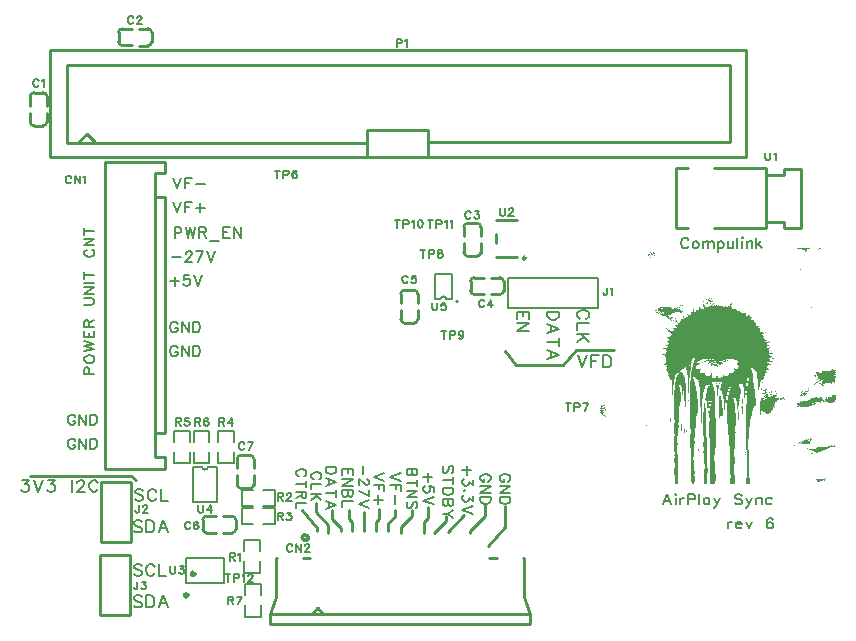
<source format=gto>
G04 Layer: TopSilkscreenLayer*
G04 EasyEDA Pro v2.1.49.573a4102.674264, 2024-02-19 19:22:48*
G04 Gerber Generator version 0.3*
G04 Scale: 100 percent, Rotated: No, Reflected: No*
G04 Dimensions in millimeters*
G04 Leading zeros omitted, absolute positions, 3 integers and 5 decimals*
%FSLAX35Y35*%
%MOMM*%
%ADD10C,0.15301*%
%ADD11C,0.1524*%
%ADD12C,0.254*%
%ADD13C,0.2032*%
%ADD14C,0.203*%
%ADD15C,0.15199*%
%ADD16C,0.2055*%
%ADD17C,0.2*%
%ADD18C,0.3*%
G75*


G04 Image Start*
G36*
G01X6611315Y-2466848D02*
G01X6611315Y-2468220D01*
G01X6611671Y-2469185D01*
G01X6612585Y-2469591D01*
G01X6614719Y-2470150D01*
G01X6617868Y-2471522D01*
G01X6621831Y-2473401D01*
G01X6625793Y-2472182D01*
G01X6627622Y-2471725D01*
G01X6629603Y-2471369D01*
G01X6631483Y-2471115D01*
G01X6633108Y-2471014D01*
G01X6636461D01*
G01X6635699Y-2475941D01*
G01X6634937Y-2480920D01*
G01X6639255Y-2477008D01*
G01X6641084Y-2475484D01*
G01X6642760Y-2474214D01*
G01X6644132Y-2473401D01*
G01X6645046Y-2473096D01*
G01X6647180Y-2474011D01*
G01X6650380Y-2476195D01*
G01X6652006Y-2477414D01*
G01X6653581Y-2478430D01*
G01X6654851Y-2479091D01*
G01X6655714Y-2479345D01*
G01X6656730Y-2479091D01*
G01X6657137Y-2478430D01*
G01X6657797Y-2477618D01*
G01X6659321Y-2476906D01*
G01X6661556Y-2476348D01*
G01X6662014Y-2478176D01*
G01X6662928Y-2479802D01*
G01X6664554Y-2481224D01*
G01X6666586Y-2482545D01*
G01X6674714Y-2480310D01*
G01X6675323Y-2478380D01*
G01X6676238Y-2476805D01*
G01X6677457Y-2475840D01*
G01X6679438Y-2475738D01*
G01X6682080Y-2476348D01*
G01X6685178Y-2477414D01*
G01X6686499Y-2480462D01*
G01X6687871Y-2483510D01*
G01X6692392D01*
G01X6698285Y-2488387D01*
G01X6699606Y-2487930D01*
G01X6700876Y-2487473D01*
G01Y-2477567D01*
G01X6702806Y-2475840D01*
G01X6704736Y-2474062D01*
G01X6706057Y-2475687D01*
G01X6707429Y-2476805D01*
G01X6708902Y-2477262D01*
G01X6710375D01*
G01X6712153Y-2474112D01*
G01X6713931Y-2471014D01*
G01X6717182D01*
G01X6718605Y-2473604D01*
G01X6719976Y-2476195D01*
G01X6721704D01*
G01X6723736Y-2475840D01*
G01X6726174Y-2474925D01*
G01X6728155Y-2473655D01*
G01X6729019Y-2472436D01*
G01X6728562Y-2471420D01*
G01X6727444Y-2470607D01*
G01X6726326Y-2469744D01*
G01X6725869Y-2468423D01*
G01Y-2466848D01*
G01X6692748D01*
G01X6692189Y-2468118D01*
G01X6691681Y-2469439D01*
G01X6691579Y-2468118D01*
G01X6691528Y-2466848D01*
G37*
G36*
G01X6798818Y-2466848D02*
G01X6798818Y-2471014D01*
G01X6801866D01*
G01X6804203Y-2471268D01*
G01X6805524Y-2471928D01*
G01X6806692Y-2472741D01*
G01X6808775Y-2473350D01*
G01X6811467Y-2473858D01*
G01X6814007Y-2471166D01*
G01X6814972Y-2470048D01*
G01X6815785Y-2468982D01*
G01X6816293Y-2468169D01*
G01X6816496Y-2467610D01*
G01Y-2466848D01*
G37*
G36*
G01X6602730Y-2466848D02*
G01X6603390Y-2468474D01*
G01X6603848Y-2469794D01*
G01X6604000Y-2470556D01*
G01X6604457Y-2470861D01*
G01X6605575Y-2471014D01*
G01X6607150D01*
G01Y-2466848D01*
G37*
G36*
G01X6801206Y-2471725D02*
G01X6798716Y-2472487D01*
G01X6796634Y-2473046D01*
G01X6795160Y-2473300D01*
G01X6793941Y-2473147D01*
G01X6792519Y-2472639D01*
G01X6791147Y-2472385D01*
G01X6790182Y-2472690D01*
G01X6789623Y-2474011D01*
G01X6789420Y-2476144D01*
G01X6789471Y-2478837D01*
G01X6792468Y-2480564D01*
G01X6795516Y-2482240D01*
G01X6797599Y-2480005D01*
G01X6798462Y-2478888D01*
G01X6799275Y-2477567D01*
G01X6799986Y-2476094D01*
G01X6800444Y-2474773D01*
G37*
G36*
G01X6730035Y-2472030D02*
G01X6730035Y-2477262D01*
G01X6735267D01*
G01Y-2472030D01*
G37*
G36*
G01X6620815Y-2479345D02*
G01X6620002Y-2479548D01*
G01X6619291Y-2480056D01*
G01X6618783Y-2481072D01*
G01X6618580Y-2482647D01*
G01Y-2484628D01*
G01X6620104Y-2485187D01*
G01X6621628Y-2485339D01*
G01X6623202Y-2484882D01*
G01X6624828Y-2483968D01*
G01X6623202Y-2481631D01*
G01X6621831Y-2480005D01*
G37*
G36*
G01X6680302Y-2483510D02*
G01X6677914Y-2483714D01*
G01X6676949Y-2484120D01*
G01X6677254Y-2484882D01*
G01X6681267Y-2491384D01*
G01X6685636Y-2497988D01*
G01X6686499Y-2497430D01*
G01X6687566Y-2496058D01*
G01X6688734Y-2493569D01*
G01X6690106Y-2490267D01*
G01X6687972Y-2484679D01*
G01X6685839Y-2484120D01*
G01X6684721Y-2483866D01*
G01X6681775Y-2483561D01*
G37*
G36*
G01X5361330Y-2499106D02*
G01X5361330Y-2503373D01*
G01X5364531Y-2503983D01*
G01X5367782Y-2504643D01*
G01X5368798Y-2507640D01*
G01X5369865Y-2510587D01*
G01X5374843D01*
G01Y-2511806D01*
G01X5375504Y-2513381D01*
G01X5377028Y-2515362D01*
G01X5379161Y-2517648D01*
G01X5377536Y-2520848D01*
G01X5376875Y-2522220D01*
G01X5376367Y-2523541D01*
G01X5376012Y-2524709D01*
G01X5375910Y-2525522D01*
G01Y-2527046D01*
G01X5378348Y-2525878D01*
G01X5380838Y-2524709D01*
G01X5381498Y-2517902D01*
G01X5382108Y-2508961D01*
G01X5382158Y-2508250D01*
G01Y-2505354D01*
G01X5379822D01*
G01X5378602Y-2505304D01*
G01X5375300Y-2504694D01*
G01X5373624Y-2504288D01*
G01X5369763Y-2503221D01*
G01X5369103Y-2501189D01*
G01X5368442Y-2499106D01*
G37*
G36*
G01X5400446Y-2500173D02*
G01X5398465Y-2500478D01*
G01X5397246Y-2501189D01*
G01X5397094Y-2502459D01*
G01X5397652Y-2504135D01*
G01X5398872Y-2505913D01*
G01X5400345Y-2507437D01*
G01X5401970Y-2508809D01*
G01X5400243Y-2510739D01*
G01X5398414Y-2512111D01*
G01X5396586Y-2512670D01*
G01X5394604Y-2513279D01*
G01X5392572Y-2514752D01*
G01X5390794Y-2516226D01*
G01X5389423Y-2516835D01*
G01X5388407D01*
G01Y-2523287D01*
G01X5386426Y-2523795D01*
G01X5384851Y-2524709D01*
G01X5383936Y-2526132D01*
G01X5383987Y-2528113D01*
G01X5384698Y-2530246D01*
G01X5385918Y-2532532D01*
G01X5387289Y-2529992D01*
G01X5388661Y-2527402D01*
G01X5391658Y-2526132D01*
G01X5394655Y-2524912D01*
G01Y-2523541D01*
G01X5394096Y-2522474D01*
G01X5392826Y-2521712D01*
G01X5390998Y-2521255D01*
G01X5393182Y-2521102D01*
G01X5395265Y-2520442D01*
G01X5397246Y-2518918D01*
G01X5399126Y-2516835D01*
G01X5408016D01*
G01X5411013Y-2514346D01*
G01X5412334Y-2513330D01*
G01X5413858Y-2512466D01*
G01X5415331Y-2511806D01*
G01X5416550Y-2511450D01*
G01X5419141Y-2511095D01*
G01Y-2506929D01*
G01X5407863D01*
G01X5407355Y-2505507D01*
G01X5406441Y-2503932D01*
G01X5404917Y-2502103D01*
G01X5402986Y-2500173D01*
G37*
G36*
G01X5367172Y-2511654D02*
G01X5365750Y-2512162D01*
G01X5364277Y-2513381D01*
G01X5363312Y-2515210D01*
G01X5362854Y-2517242D01*
G01Y-2519375D01*
G01X5360264Y-2520696D01*
G01X5357673Y-2521966D01*
G01X5356809Y-2519426D01*
G01X5355946Y-2516835D01*
G01X5350916D01*
G01Y-2522118D01*
G01X5349342Y-2522728D01*
G01X5348224Y-2523541D01*
G01X5347767Y-2524658D01*
G01Y-2525979D01*
G01X5350104Y-2526589D01*
G01X5351983Y-2527046D01*
G01X5353152Y-2527249D01*
G01X5353812Y-2526690D01*
G01X5354320Y-2525420D01*
G01X5354828Y-2523592D01*
G01X5354930Y-2525928D01*
G01X5355082Y-2528316D01*
G01X5353761D01*
G01X5352440Y-2529129D01*
G01X5351170Y-2531110D01*
G01X5350662Y-2532329D01*
G01X5350256Y-2533650D01*
G01X5349951Y-2534869D01*
G01X5349850Y-2535784D01*
G01X5350104Y-2537104D01*
G01X5350764Y-2537663D01*
G01X5352542Y-2537206D01*
G01X5355438Y-2536088D01*
G01X5359248Y-2534514D01*
G01Y-2527757D01*
G01X5361381Y-2526436D01*
G01X5363515Y-2525065D01*
G01X5365648Y-2525725D01*
G01X5367782Y-2526436D01*
G01X5366360Y-2518105D01*
G01X5367477Y-2517394D01*
G01X5368290Y-2516175D01*
G01X5368595Y-2514194D01*
G01Y-2511654D01*
G37*
G36*
G01X5407254Y-2522068D02*
G01X5405882Y-2523947D01*
G01X5404104Y-2525522D01*
G01X5401666Y-2526589D01*
G01X5398821Y-2527300D01*
G01X5400091Y-2529332D01*
G01X5401412Y-2531415D01*
G01X5405831D01*
G01X5408981Y-2531313D01*
G01X5409895Y-2531161D01*
G01X5410251Y-2530958D01*
G01X5409743Y-2530145D01*
G01X5408473Y-2528722D01*
G01X5406644Y-2526894D01*
G01X5412080Y-2527554D01*
G01X5417566Y-2528214D01*
G01Y-2527148D01*
G01X5418226Y-2526182D01*
G01X5419903Y-2525217D01*
G01X5422240Y-2524303D01*
G01X5418328Y-2524354D01*
G01X5414366Y-2524455D01*
G01X5413146Y-2523236D01*
G01X5411622Y-2522423D01*
G01X5409590Y-2522068D01*
G37*
G36*
G01X5368544Y-2527249D02*
G01X5367477Y-2530043D01*
G01X5366868Y-2532482D01*
G01Y-2534463D01*
G01X5367325Y-2536088D01*
G01X5367426Y-2533752D01*
G01X5367579Y-2531415D01*
G01X5372557D01*
G01X5372049Y-2529332D01*
G01X5371490Y-2527249D01*
G37*
G36*
G01X5414975Y-2532532D02*
G01X5412638Y-2533294D01*
G01X5409946Y-2535123D01*
G01X5407050Y-2537663D01*
G01X5409692D01*
G01X5411572Y-2537409D01*
G01X5412334Y-2536749D01*
G01X5413502Y-2535885D01*
G01X5416194Y-2535123D01*
G01X5420004Y-2534361D01*
G01X5418531Y-2533447D01*
G01X5416855Y-2532786D01*
G37*
G36*
G01X5373573Y-2541880D02*
G01X5372811Y-2542184D01*
G01X5371490Y-2542946D01*
G01X5370170Y-2544166D01*
G01X5369662Y-2545537D01*
G01Y-2547061D01*
G01X5373827D01*
G01Y-2544420D01*
G01X5373726Y-2542591D01*
G37*
G36*
G01X5356504Y-2549144D02*
G01X5355488Y-2549398D01*
G01X5355082Y-2549957D01*
G01X5355488Y-2551125D01*
G01X5356454Y-2552751D01*
G01X5357876Y-2554630D01*
G01X5358536Y-2553564D01*
G01X5358841Y-2552294D01*
G01X5358587Y-2550770D01*
G01X5357724Y-2549601D01*
G37*
G36*
G01X6640474Y-2642870D02*
G01X6640474Y-2644699D01*
G01X6640779Y-2646426D01*
G01X6641440Y-2647950D01*
G01X6642303Y-2649372D01*
G01X6643472Y-2648661D01*
G01X6644284Y-2647442D01*
G01X6644640Y-2645410D01*
G01Y-2642870D01*
G37*
G36*
G01X5855970Y-2885592D02*
G01X5853735Y-2885897D01*
G01X5852465Y-2886608D01*
G01X5852211Y-2887675D01*
G01X5852465Y-2888691D01*
G01X5853633Y-2889453D01*
G01X5855513Y-2889758D01*
G01X5857545Y-2889352D01*
G01X5859069Y-2888336D01*
G01X5859729Y-2887167D01*
G01X5859577Y-2886253D01*
G01X5858205Y-2885796D01*
G37*
G36*
G01X5871718Y-2892857D02*
G01X5871718Y-2899105D01*
G01X5876950D01*
G01Y-2897632D01*
G01X5877103Y-2896108D01*
G01X5877560Y-2894533D01*
G01X5878220Y-2892857D01*
G37*
G36*
G01X5885282Y-2892857D02*
G01X5885282Y-2896006D01*
G01X5889447D01*
G01Y-2892857D01*
G37*
G36*
G01X5901030Y-2894076D02*
G01X5897626Y-2894635D01*
G01X5894883Y-2895092D01*
G01X5894375Y-2897581D01*
G01X5894273Y-2899664D01*
G01X5894680Y-2901239D01*
G01X5895442Y-2902458D01*
G01X5896204Y-2901239D01*
G01X5897829Y-2899867D01*
G01X5900572Y-2898445D01*
G01X5904179Y-2896972D01*
G01X5902960Y-2895448D01*
G01X5901842Y-2894432D01*
G37*
G36*
G01X5850026Y-2897327D02*
G01X5845708Y-2897429D01*
G01X5841441Y-2897530D01*
G01X5839917Y-2899867D01*
G01X5838850Y-2901747D01*
G01X5838393Y-2903017D01*
G01X5839308Y-2904084D01*
G01X5841543Y-2905608D01*
G01X5844642Y-2907386D01*
G01Y-2910840D01*
G01X5846115Y-2909621D01*
G01X5847283Y-2907792D01*
G01X5848096Y-2905100D01*
G01X5848655Y-2902052D01*
G01X5849315Y-2899512D01*
G37*
G36*
G01X5908497Y-2898089D02*
G01X5907329Y-2898496D01*
G01X5906567Y-2899461D01*
G01X5906465Y-2901290D01*
G01X5907075Y-2903677D01*
G01X5908294Y-2905811D01*
G01X5909767Y-2907081D01*
G01X5911342Y-2907690D01*
G01X5912764Y-2906522D01*
G01X5914238Y-2905303D01*
G01X5913679Y-2903017D01*
G01X5912815Y-2900985D01*
G01X5911494Y-2899410D01*
G01X5909920Y-2898445D01*
G37*
G36*
G01X5862676Y-2899969D02*
G01X5862015Y-2904490D01*
G01X5861406Y-2909011D01*
G01X5864606Y-2912313D01*
G01X5867756Y-2915564D01*
G01X5867044Y-2918866D01*
G01X5866333Y-2922118D01*
G01X5874563Y-2920797D01*
G01X5875172Y-2922473D01*
G01X5875833Y-2924150D01*
G01X5877814D01*
G01X5879592Y-2924607D01*
G01X5881116Y-2925674D01*
G01X5882386Y-2927248D01*
G01X5889447D01*
G01X5889549Y-2929077D01*
G01X5889600Y-2930601D01*
G01X5889549Y-2931770D01*
G01X5889803Y-2933598D01*
G01X5890666Y-2936799D01*
G01X5891936Y-2941066D01*
G01X5894832Y-2942082D01*
G01X5896915Y-2943149D01*
G01X5897778Y-2944266D01*
G01Y-2945486D01*
G01X5898794Y-2943911D01*
G01X5899506Y-2942082D01*
G01X5899810Y-2939898D01*
G01X5899861Y-2937459D01*
G01X5897270Y-2934360D01*
G01X5896254Y-2932989D01*
G01X5895391Y-2931668D01*
G01X5894832Y-2930398D01*
G01X5894629Y-2929484D01*
G01X5894984Y-2927807D01*
G01X5895899Y-2926436D01*
G01X5897321Y-2925521D01*
G01X5898998Y-2925166D01*
G01X5900877D01*
G01Y-2915818D01*
G01X5895696D01*
G01Y-2916936D01*
G01X5895137Y-2918460D01*
G01X5893714Y-2920543D01*
G01X5892190Y-2922118D01*
G01X5891124Y-2922372D01*
G01X5890666Y-2921051D01*
G01X5890463Y-2918816D01*
G01Y-2915920D01*
G01X5888533Y-2915310D01*
G01X5887517Y-2914752D01*
G01X5886196Y-2913634D01*
G01X5884723Y-2912161D01*
G01X5883250Y-2910484D01*
G01X5879846Y-2906268D01*
G01X5878068Y-2907894D01*
G01X5876239Y-2909570D01*
G01X5869026Y-2901239D01*
G01X5865825Y-2900629D01*
G37*
G36*
G01X5820004Y-2910586D02*
G01X5818632Y-2913126D01*
G01X5817311Y-2915564D01*
G01X5818276Y-2918511D01*
G01X5819292Y-2920644D01*
G01X5820359Y-2921762D01*
G01X5821477Y-2922118D01*
G01X5822188Y-2918409D01*
G01X5822848Y-2914701D01*
G01X5821426Y-2912669D01*
G37*
G36*
G01X5797753Y-2912516D02*
G01X5797093Y-2914447D01*
G01X5796483Y-2915971D01*
G01X5795975Y-2917088D01*
G01X5796331Y-2917647D01*
G01X5797702Y-2917901D01*
G01X5799836D01*
G01Y-2915869D01*
G01X5799531Y-2914244D01*
G01X5798820Y-2913177D01*
G37*
G36*
G01X5854040Y-2912669D02*
G01X5854040Y-2915818D01*
G01X5857138D01*
G01Y-2912669D01*
G37*
G36*
G01X5855005Y-2924150D02*
G01X5853481Y-2924454D01*
G01X5852465Y-2925166D01*
G01X5852058Y-2926791D01*
G01X5852109Y-2929077D01*
G01X5852465Y-2931922D01*
G01X5845454Y-2932633D01*
G01X5843930Y-2930398D01*
G01X5842356Y-2928214D01*
G01X5840933Y-2929382D01*
G01X5839460Y-2930601D01*
G01X5840273Y-2932024D01*
G01X5840933Y-2932786D01*
G01X5842254Y-2933751D01*
G01X5843981Y-2934868D01*
G01X5845962Y-2935935D01*
G01X5850839Y-2938424D01*
G01X5856072Y-2937916D01*
G01X5858104Y-2937662D01*
G01X5859780Y-2937307D01*
G01X5860898Y-2936951D01*
G01X5861304Y-2936596D01*
G01X5860745Y-2935326D01*
G01X5859374Y-2933395D01*
G01X5857392Y-2931008D01*
G01X5858510Y-2929230D01*
G01X5859628Y-2927401D01*
G01X5858256Y-2925775D01*
G01X5856732Y-2924607D01*
G37*
G36*
G01X5904230Y-2926029D02*
G01X5903468Y-2927299D01*
G01X5902909Y-2929128D01*
G01X5902757Y-2931719D01*
G01X5903112Y-2934208D01*
G01X5903773Y-2935783D01*
G01X5904687Y-2936697D01*
G01X5907938Y-2935478D01*
G01X5907075Y-2931770D01*
G01X5906719Y-2930246D01*
G01X5906211Y-2928823D01*
G01X5905703Y-2927706D01*
G01X5905246Y-2927045D01*
G37*
G36*
G01X5883961Y-2928315D02*
G01X5882132Y-2929280D01*
G01X5879592Y-2931516D01*
G01X5876493Y-2934614D01*
G01X5879592Y-2937104D01*
G01X5882640Y-2939542D01*
G01X5884469Y-2938577D01*
G01X5886094Y-2937256D01*
G01X5887466Y-2935376D01*
G01X5888634Y-2933141D01*
G01X5886958Y-2931922D01*
G01X5885739Y-2930703D01*
G01X5885282Y-2929484D01*
G01X5884875Y-2928671D01*
G37*
G36*
G01X6064199Y-2931414D02*
G01X6061964Y-2931465D01*
G01X6059932Y-2931871D01*
G01X6058052Y-2932786D01*
G01X6056681Y-2934360D01*
G01X6054852Y-2938018D01*
G01X6053988Y-2938729D01*
G01X6052718Y-2939847D01*
G01X6050991Y-2942641D01*
G01X6050026Y-2944216D01*
G01X6048959Y-2945740D01*
G01X6047842Y-2947010D01*
G01X6046876Y-2947772D01*
G01X6044794Y-2949042D01*
G01X6040780Y-2957017D01*
G01X6036818Y-2964942D01*
G01X6034938Y-2965958D01*
G01X6033160Y-2966517D01*
G01X6031535Y-2966415D01*
G01X6030062Y-2965856D01*
G01Y-2961640D01*
G01X6025236D01*
G01X6022899Y-2964129D01*
G01X6020562Y-2966568D01*
G01X6016904Y-2967177D01*
G01X6015380Y-2967380D01*
G01X6013907Y-2967431D01*
G01X6012637Y-2967380D01*
G01X6011774Y-2967177D01*
G01X6010250Y-2966618D01*
G01Y-2959811D01*
G01X6008776Y-2958541D01*
G01X6007151Y-2957779D01*
G01X6005373Y-2957627D01*
G01X6003493Y-2958033D01*
G01X6002477Y-2961132D01*
G01X6001461Y-2963723D01*
G01X6000953Y-2964790D01*
G01X6000547Y-2965552D01*
G01X5999734Y-2966822D01*
G01X5997092D01*
G01X5994705Y-2966517D01*
G01X5992622Y-2965806D01*
G01X5991098Y-2964332D01*
G01X5990082Y-2962199D01*
G01X5989422Y-2959608D01*
G01X5987593Y-2960268D01*
G01X5986628Y-2960726D01*
G01X5985358Y-2961589D01*
G01X5983935Y-2962707D01*
G01X5982513Y-2963977D01*
G01X5979262Y-2967025D01*
G01X5977280Y-2966669D01*
G01X5975350Y-2966314D01*
G01X5974740Y-2959811D01*
G01X5972251Y-2958694D01*
G01X5969711Y-2957525D01*
G01X5969102Y-2958541D01*
G01X5967882Y-2959252D01*
G01X5965800Y-2959557D01*
G01X5963107D01*
G01X5958535Y-2956662D01*
G01X5956808Y-2955493D01*
G01X5955335Y-2954274D01*
G01X5954370Y-2953258D01*
G01X5954014Y-2952598D01*
G01X5954319Y-2951531D01*
G01X5955081Y-2950667D01*
G01X5956097Y-2950058D01*
G01X5954827Y-2948737D01*
G01X5953100Y-2947314D01*
G01X5950915Y-2945740D01*
G01X5948274Y-2944063D01*
G01X5946496Y-2945384D01*
G01X5945632Y-2946248D01*
G01X5944718Y-2947518D01*
G01X5943752Y-2949092D01*
G01X5942940Y-2950820D01*
G01X5942279Y-2952598D01*
G01X5941720Y-2954426D01*
G01X5941314Y-2956154D01*
G01X5941111Y-2957474D01*
G01X5941009Y-2960065D01*
G01X5935523Y-2959710D01*
G01X5930087Y-2959405D01*
G01X5925160Y-2956763D01*
G01X5923128Y-2955595D01*
G01X5921248Y-2954325D01*
G01X5919724Y-2953055D01*
G01X5918759Y-2952039D01*
G01X5917286Y-2949956D01*
G01X5914136Y-2950616D01*
G01X5912815Y-2950921D01*
G01X5911494Y-2951378D01*
G01X5910377Y-2951886D01*
G01X5909564Y-2952394D01*
G01X5908599Y-2953766D01*
G01X5908192Y-2955493D01*
G01X5907888Y-2956865D01*
G01X5907278Y-2957474D01*
G01X5906465Y-2958033D01*
G01X5906008Y-2959100D01*
G01X5916117D01*
G01X5916270Y-2957271D01*
G01X5916778Y-2955239D01*
G01X5918810Y-2957271D01*
G01X5918048Y-2959557D01*
G01X5917336Y-2961894D01*
G01X5916524Y-2960624D01*
G01X5916117Y-2959100D01*
G01X5906008D01*
G01X5905805Y-2959506D01*
G01X5905297Y-2961488D01*
G01X5898286Y-2959354D01*
G01X5894324Y-2950515D01*
G01X5891378Y-2949397D01*
G01X5888482Y-2948280D01*
G01X5887415Y-2949550D01*
G01X5886704Y-2951582D01*
G01X5886501Y-2954731D01*
G01X5886653Y-2958592D01*
G01X5885536Y-2959710D01*
G01X5884418Y-2960776D01*
G01X5882234Y-2960116D01*
G01X5880710Y-2959303D01*
G01X5880049Y-2958440D01*
G01X5879490Y-2957728D01*
G01X5878170Y-2957474D01*
G01X5876087Y-2957830D01*
G01X5873750Y-2958694D01*
G01X5871159Y-2959862D01*
G01X5869483Y-2963113D01*
G01X5867857Y-2966314D01*
G01X5857900Y-2965806D01*
G01X5856478Y-2966923D01*
G01X5855106Y-2968092D01*
G01X5850128Y-2966872D01*
G01X5844946Y-2970936D01*
G01X5844184Y-2970174D01*
G01X5843219Y-2968650D01*
G01X5841949Y-2965958D01*
G01X5840527Y-2962504D01*
G01X5835853Y-2963215D01*
G01X5834126Y-2967838D01*
G01X5832399Y-2972511D01*
G01X5831637Y-2964028D01*
G01X5831332Y-2959100D01*
G01Y-2956458D01*
G01X5831383Y-2955493D01*
G01X5831434Y-2954782D01*
G01X5831586Y-2954426D01*
G01X5832246Y-2953309D01*
G01X5829300D01*
G01X5828589Y-2948330D01*
G01X5827878Y-2943403D01*
G01X5825439Y-2940355D01*
G01X5822950Y-2937358D01*
G01X5820766Y-2940863D01*
G01X5819953Y-2942438D01*
G01X5819242Y-2944012D01*
G01X5818784Y-2945486D01*
G01X5818581Y-2946552D01*
G01X5818886Y-2948381D01*
G01X5819546Y-2949702D01*
G01X5819953Y-2950667D01*
G01X5820359Y-2952496D01*
G01X5821121Y-2957932D01*
G01X5821629Y-2962148D01*
G01X5822086Y-2964383D01*
G01X5822290Y-2965247D01*
G01X5822493Y-2965856D01*
G01X5822696Y-2966263D01*
G01X5823509Y-2968549D01*
G01X5824271Y-2972562D01*
G01X5824779Y-2976220D01*
G01X5988406D01*
G01Y-2974137D01*
G01X5988507Y-2972664D01*
G01X5988863Y-2972054D01*
G01X5990031Y-2972359D01*
G01X5992216Y-2973172D01*
G01X5995111Y-2974238D01*
G01X5993587Y-2975204D01*
G01X5991962Y-2975915D01*
G01X5990234Y-2976220D01*
G01X5988406D01*
G01X5824779D01*
G01X5824982Y-2977794D01*
G01X5818429Y-2979776D01*
G01X5815533Y-2980538D01*
G01X5811114Y-2981452D01*
G01X5808624Y-2981808D01*
G01X5807659Y-2981858D01*
G01X5803494Y-2981960D01*
G01X5803189Y-2979826D01*
G01X5802376Y-2977947D01*
G01X5800750Y-2976372D01*
G01X5798668Y-2975051D01*
G01X5797093Y-2976321D01*
G01X5795569Y-2977591D01*
G01X5795721Y-2980842D01*
G01X5795772Y-2983382D01*
G01Y-2984398D01*
G01X5795721Y-2985059D01*
G01X5795010Y-2983789D01*
G01X5793588Y-2979318D01*
G01X5792470Y-2975051D01*
G01X5791708Y-2971343D01*
G01X5791606Y-2970378D01*
G01X5791556Y-2969666D01*
G01X5791505Y-2966771D01*
G01X5788812Y-2965755D01*
G01X5786069Y-2964688D01*
G01X5784596Y-2965907D01*
G01X5783174Y-2967076D01*
G01Y-2970174D01*
G01X5783275Y-2971597D01*
G01X5783580Y-2973172D01*
G01X5784037Y-2974746D01*
G01X5784596Y-2976067D01*
G01X5785256Y-2977490D01*
G01X5786628Y-2981452D01*
G01X5787187Y-2983484D01*
G01X5788304Y-2988208D01*
G01X5786222Y-2989986D01*
G01X5784088Y-2991764D01*
G01X5780684Y-2991663D01*
G01X5779262D01*
G01X5777890Y-2991764D01*
G01X5776773Y-2991968D01*
G01X5776062Y-2992272D01*
G01X5775198Y-2993390D01*
G01X5775096Y-2993949D01*
G01X6084062D01*
G01X6086297Y-2990799D01*
G01X6087262Y-2989580D01*
G01X6088177Y-2988615D01*
G01X6088939Y-2987904D01*
G01X6089498Y-2987650D01*
G01X6090463D01*
G01Y-2990545D01*
G01X6090209Y-2992882D01*
G01X6089701Y-2994558D01*
G01X6088939Y-2995727D01*
G01X6086500Y-2994812D01*
G01X6084062Y-2993949D01*
G01X5775096D01*
G01X5774842Y-2995016D01*
G01X5774588Y-2996438D01*
G01X5773928Y-2997048D01*
G01X5772912Y-2996590D01*
G01X5771744Y-2995524D01*
G01X5770474Y-2993949D01*
G01X5768746Y-2994863D01*
G01X5767121Y-2995320D01*
G01X5765648Y-2995219D01*
G01X5764428Y-2994152D01*
G01X5763362Y-2992272D01*
G01X5762396Y-2989732D01*
G01X5760872D01*
G01X5759348Y-2990240D01*
G01X5757774Y-2991358D01*
G01X5756148Y-2992933D01*
G01X5759094Y-2999130D01*
G01X5822747D01*
G01X5826963D01*
G01X6088380D01*
G01X6092139Y-3002788D01*
G01X6091072Y-3003550D01*
G01X6090056Y-3004109D01*
G01X6089193Y-3004312D01*
G01X6088634Y-3003550D01*
G01X6088380Y-3001721D01*
G01Y-2999130D01*
G01X5826963D01*
G01X5825642Y-3001213D01*
G01X5824474Y-3002686D01*
G01X5823560Y-3003296D01*
G01X5823001Y-3002686D01*
G01X5822747Y-3001213D01*
G01Y-2999130D01*
G01X5759094D01*
G01X5759602Y-3000146D01*
G01X5757977Y-3001975D01*
G01X5756656Y-3003906D01*
G01X5755742Y-3005887D01*
G01X5755284Y-3007360D01*
G01X5766511D01*
G01X5767578Y-3007970D01*
G01X5768289Y-3008884D01*
G01X5768594Y-3010103D01*
G01X5768899Y-3011170D01*
G01X5769661Y-3011627D01*
G01X5770677D01*
G01X5770575Y-3016301D01*
G01X5769610Y-3013964D01*
G01X5768645Y-3012338D01*
G01X5767578Y-3011627D01*
G01X5766511D01*
G01Y-3007360D01*
G01X5755284D01*
G01X5755081Y-3007970D01*
G01X5744870D01*
G01X5743651Y-3003296D01*
G01X5741518Y-2993542D01*
G01X5740552Y-2988462D01*
G01X5738774Y-2986481D01*
G01X5737047Y-2984551D01*
G01X5732069D01*
G01X5730850Y-2987700D01*
G01X5732526Y-2991206D01*
G01X5734202Y-2994762D01*
G01X5733542Y-3002686D01*
G01X5732882Y-3010560D01*
G01X5731053D01*
G01X5729427Y-3011068D01*
G01X5727954Y-3012135D01*
G01X5726532Y-3013253D01*
G01X5724855Y-3013710D01*
G01X5723026D01*
G01X5721909Y-3009544D01*
G01X5715508D01*
G01X5714848Y-3012186D01*
G01X5714644Y-3013710D01*
G01X5714594Y-3015996D01*
G01X5714898Y-3021533D01*
G01X5715660Y-3028290D01*
G01X5714543D01*
G01X5712968Y-3029204D01*
G01X5711698Y-3030372D01*
G01X5762701D01*
G01X5762955Y-3029204D01*
G01X5763565Y-3028188D01*
G01X5766054Y-3031033D01*
G01X5766918Y-3032201D01*
G01X5767629Y-3033319D01*
G01X5767984Y-3034182D01*
G01X5767934Y-3034741D01*
G01X5767426Y-3035605D01*
G01X5765546Y-3034589D01*
G01X5764022Y-3033370D01*
G01X5763006Y-3031896D01*
G01X5762701Y-3030372D01*
G01X5711698D01*
G01X5710733Y-3031287D01*
G01X5708040Y-3034335D01*
G01X5705145Y-3034894D01*
G01X5703875Y-3035097D01*
G01X5702503Y-3035148D01*
G01X5701284Y-3035097D01*
G01X5700268Y-3034944D01*
G01X5699303Y-3034436D01*
G01X5698185Y-3033471D01*
G01X5697017Y-3032201D01*
G01X5695950Y-3030728D01*
G01X5694274Y-3027934D01*
G01X5693766Y-3026867D01*
G01X5693613Y-3026258D01*
G01X5692496Y-3024835D01*
G01X5689905Y-3022600D01*
G01X5686196Y-3019755D01*
G01X5683656Y-3020416D01*
G01X5681116Y-3021025D01*
G01Y-3023057D01*
G01X5681421Y-3024632D01*
G01X5682132Y-3025699D01*
G01X5682793Y-3026359D01*
G01X5685231Y-3029560D01*
G01X5686755Y-3031744D01*
G01X5688940Y-3035249D01*
G01X5690718Y-3038551D01*
G01X5691480Y-3040126D01*
G01X5692597Y-3043123D01*
G01X5691429Y-3044546D01*
G01X5690159Y-3045562D01*
G01X5688838Y-3046019D01*
G01X5687416D01*
G01X5685790Y-3049118D01*
G01X5685130Y-3050337D01*
G01X5684469Y-3051353D01*
G01X5683910Y-3052013D01*
G01X5683504Y-3052267D01*
G01X5682031Y-3051454D01*
G01X5679338Y-3049575D01*
G01X5675833Y-3046933D01*
G01X5673090Y-3047238D01*
G01X5670398Y-3047543D01*
G01X5669229Y-3049372D01*
G01X5668112Y-3051200D01*
G01X5669382Y-3053283D01*
G01X5670296Y-3055061D01*
G01X5670702Y-3056382D01*
G01Y-3057449D01*
G01X5667045D01*
G01X5665622Y-3057398D01*
G01X5664454Y-3057195D01*
G01X5663692Y-3056941D01*
G01X5663387Y-3056636D01*
G01X5662981Y-3055823D01*
G01X5660034Y-3052216D01*
G01X5657901Y-3049880D01*
G01X5652465Y-3043885D01*
G01X5649062Y-3043276D01*
G01X5645709Y-3042615D01*
G01Y-3051099D01*
G01X5647080Y-3051962D01*
G01X5648655Y-3053436D01*
G01X5650484Y-3055874D01*
G01X5652414Y-3058617D01*
G01X5653430Y-3059887D01*
G01X5654294Y-3060852D01*
G01X5655056Y-3061614D01*
G01X6208014D01*
G01X6212281D01*
G01X6211672Y-3063240D01*
G01X6210910Y-3064256D01*
G01X6209944Y-3064459D01*
G01X6209030Y-3063850D01*
G01X6208420Y-3062884D01*
G01X6208014Y-3061614D01*
G01X5655056D01*
G01X5656123Y-3062681D01*
G01Y-3068930D01*
G01X5654040D01*
G01X5652567Y-3068625D01*
G01X5651957Y-3067914D01*
G01Y-3066898D01*
G01X5649265Y-3068117D01*
G01X5646623Y-3069285D01*
G01X5646928Y-3072435D01*
G01X5647233Y-3075534D01*
G01X5645963Y-3075940D01*
G01X5644642Y-3076397D01*
G01Y-3074772D01*
G01X5644236Y-3073400D01*
G01X5643220Y-3072333D01*
G01X5641696Y-3070758D01*
G01X5640070Y-3068168D01*
G01X5639257Y-3066796D01*
G01X5638241Y-3065475D01*
G01X5637225Y-3064408D01*
G01X5636260Y-3063697D01*
G01X5634126Y-3062529D01*
G01X5630774Y-3062884D01*
G01X5627472Y-3063189D01*
G01X5627116Y-3065577D01*
G01X5626760Y-3067914D01*
G01X5630113Y-3070758D01*
G01X5634431Y-3074670D01*
G01X5635447Y-3075686D01*
G01X5638952Y-3079445D01*
G01X5639816Y-3080766D01*
G01Y-3081731D01*
G01X5638444D01*
G01X5636108Y-3080766D01*
G01X5634787Y-3080207D01*
G01X5633517Y-3079801D01*
G01X5632450Y-3079598D01*
G01X5631688Y-3079699D01*
G01X5630418Y-3080207D01*
G01X5631180Y-3085541D01*
G01X6222746D01*
G01Y-3081579D01*
G01X6224575Y-3081122D01*
G01X6225946Y-3080715D01*
G01X6226556Y-3080512D01*
G01Y-3081020D01*
G01X6226200Y-3082392D01*
G01X6225388Y-3083966D01*
G01X6224219Y-3084982D01*
G01X6222746Y-3085541D01*
G01X5631180D01*
G01X5631332Y-3086608D01*
G01X5628284D01*
G01X5626964Y-3086710D01*
G01X5625592Y-3087014D01*
G01X5624373Y-3087421D01*
G01X5623408Y-3087980D01*
G01X5621630Y-3089300D01*
G01X5623154Y-3092298D01*
G01X5623865Y-3093517D01*
G01X5624678Y-3094634D01*
G01X5625440Y-3095549D01*
G01X5626100Y-3096158D01*
G01X5627472Y-3097022D01*
G01X5621833D01*
G01X5620309Y-3094584D01*
G01X5619547Y-3096616D01*
G01X5618937Y-3098394D01*
G01X5618683Y-3099918D01*
G01X5618582Y-3101188D01*
G01X5621223D01*
G01X5623052Y-3101442D01*
G01X5623814Y-3102051D01*
G01X5623204Y-3103321D01*
G01X5621680Y-3105201D01*
G01X5620817Y-3105912D01*
G01X5627167D01*
G01X5628234Y-3104540D01*
G01X5629351Y-3103220D01*
G01X5630113Y-3104439D01*
G01X5630520Y-3105760D01*
G01X5630367Y-3107080D01*
G01X5629859Y-3108401D01*
G01X5628488Y-3107131D01*
G01X5627167Y-3105912D01*
G01X5620817D01*
G01X5619750Y-3106776D01*
G01X5618124Y-3107487D01*
G01X5616092Y-3106420D01*
G01X5613248Y-3103829D01*
G01X5608422Y-3098698D01*
G01X5607507Y-3097327D01*
G01X5607152Y-3096260D01*
G01X5606288Y-3094939D01*
G01X5604256Y-3092856D01*
G01X5602884Y-3091434D01*
G01X5599532Y-3087421D01*
G01X5597957Y-3085287D01*
G01X5594452Y-3080309D01*
G01X5596992Y-3077261D01*
G01X5595569Y-3077312D01*
G01X5593639Y-3077921D01*
G01X5590997Y-3079242D01*
G01X5587848Y-3081071D01*
G01X5587543Y-3083865D01*
G01X5587238Y-3086608D01*
G01X5585714D01*
G01X5584698Y-3086862D01*
G01X5584292Y-3087421D01*
G01X5584596Y-3088538D01*
G01X5585155Y-3090215D01*
G01X5585968Y-3092298D01*
G01X5586679Y-3089453D01*
G01X5587390Y-3087472D01*
G01X5588152Y-3086608D01*
G01X5588864Y-3087065D01*
G01X5590134Y-3088234D01*
G01X5593842Y-3092094D01*
G01X5602935Y-3102762D01*
G01X5609336Y-3110484D01*
G01X5611419Y-3112973D01*
G01X5607761Y-3112364D01*
G01X5604154Y-3111754D01*
G01X5602935Y-3113278D01*
G01X5601716Y-3114751D01*
G01X5602376Y-3117444D01*
G01X5602834Y-3118815D01*
G01X5603596Y-3120492D01*
G01X5604561Y-3122371D01*
G01X5605577Y-3124098D01*
G01X5608117Y-3128112D01*
G01X5604561Y-3129432D01*
G01X5604154Y-3128162D01*
G01X5603088Y-3126537D01*
G01X5601106Y-3124454D01*
G01X5598516Y-3122066D01*
G01X5593182D01*
G01X5590540Y-3119628D01*
G01X5589270Y-3118612D01*
G01X5587797Y-3117596D01*
G01X5586324Y-3116682D01*
G01X5585003Y-3116021D01*
G01X5582158Y-3114802D01*
G01X5580126Y-3118663D01*
G01X5582717Y-3121660D01*
G01X5584495Y-3123997D01*
G01X5585054Y-3124860D01*
G01X5585257Y-3125368D01*
G01X5585866Y-3126080D01*
G01X5587340Y-3126740D01*
G01X5588813Y-3127553D01*
G01X5589422Y-3128670D01*
G01X5590184Y-3130601D01*
G01X5591251Y-3132379D01*
G01X5613603D01*
G01X5613857Y-3130855D01*
G01X5614975Y-3128315D01*
G01X5616651Y-3125013D01*
G01X5618226Y-3126334D01*
G01X5619801Y-3127604D01*
G01X5616854Y-3130398D01*
G01X5615686Y-3131414D01*
G01X5614670Y-3132125D01*
G01X5613959Y-3132480D01*
G01X5613603Y-3132379D01*
G01X5591251D01*
G01X5591912Y-3133547D01*
G01X5594401Y-3137205D01*
G01X5593131Y-3139034D01*
G01X5592166Y-3140304D01*
G01X5616092D01*
G01X5616296Y-3138475D01*
G01X5616804Y-3136392D01*
G01X5617718Y-3137967D01*
G01X5618582Y-3139592D01*
G01X5617261Y-3143047D01*
G01X5616499Y-3141828D01*
G01X5616092Y-3140304D01*
G01X5592166D01*
G01X5591810Y-3140812D01*
G01X5586171D01*
G01X5584596Y-3139237D01*
G01X5582869Y-3138119D01*
G01X5580990Y-3137662D01*
G01X5578907D01*
G01X5576316Y-3140507D01*
G01X5574995Y-3141675D01*
G01X5573471Y-3142844D01*
G01X5571846Y-3143809D01*
G01X5570372Y-3144418D01*
G01X5567020Y-3145536D01*
G01X5567375Y-3147568D01*
G01X5567782Y-3148635D01*
G01X5568645Y-3149956D01*
G01X5569814Y-3151378D01*
G01X5571185Y-3152800D01*
G01X5572557Y-3154121D01*
G01X5573776Y-3155493D01*
G01X5574690Y-3156763D01*
G01X5575198Y-3157728D01*
G01X5575808Y-3159506D01*
G01X5573674Y-3160624D01*
G01X5571592Y-3161792D01*
G01X5571896Y-3165297D01*
G01X5571947Y-3166720D01*
G01X5571896Y-3167990D01*
G01X5571744Y-3168955D01*
G01X5571490Y-3169463D01*
G01X5569966Y-3169615D01*
G01X5567274Y-3169006D01*
G01X5563718Y-3167837D01*
G01X5560924Y-3168853D01*
G01X5558180Y-3169920D01*
G01Y-3171698D01*
G01X5558841Y-3173628D01*
G01X5560416Y-3175813D01*
G01X5562600Y-3178200D01*
G01X5561990Y-3179877D01*
G01X5561330Y-3181553D01*
G01X5556402Y-3178099D01*
G01X5550560Y-3173781D01*
G01X5549392Y-3172765D01*
G01X5548224Y-3171850D01*
G01X5544718Y-3169463D01*
G01X5542839Y-3168294D01*
G01X5540908Y-3167126D01*
G01X5537200Y-3164332D01*
G01X5535828Y-3163164D01*
G01X5533288Y-3160573D01*
G01X5526735D01*
G01X5518760Y-3153562D01*
G01X5512003Y-3147365D01*
G01X5510682Y-3146044D01*
G01X5510428Y-3145739D01*
G01X5509311Y-3144723D01*
G01X5507126Y-3143402D01*
G01X5504129Y-3141828D01*
G01X5502656Y-3142437D01*
G01X5501132Y-3142996D01*
G01X5501640Y-3144977D01*
G01X5502554Y-3146349D01*
G01X5504637Y-3148736D01*
G01X5511140Y-3155137D01*
G01X5524856Y-3167482D01*
G01X5531561Y-3173527D01*
G01X5532171Y-3174136D01*
G01X5540756Y-3181807D01*
G01X5546496Y-3186786D01*
G01X6310325D01*
G01X6311595Y-3186278D01*
G01X6312814Y-3185973D01*
G01X6313932Y-3186024D01*
G01X6314745Y-3186836D01*
G01X6315304Y-3188513D01*
G01X6315608Y-3190799D01*
G01X6314237D01*
G01X6312865Y-3190189D01*
G01X6311595Y-3188767D01*
G01X6310325Y-3186786D01*
G01X5546496D01*
G01X5546649Y-3186938D01*
G01X5546090Y-3187903D01*
G01X5545836Y-3189275D01*
G01X5546141Y-3191358D01*
G01X5546750Y-3193898D01*
G01X5549849Y-3195472D01*
G01X5552999Y-3197098D01*
G01Y-3199486D01*
G01X5552796Y-3201365D01*
G01X5552389Y-3202534D01*
G01X5551068Y-3202635D01*
G01X5548833Y-3202127D01*
G01X5547512Y-3201568D01*
G01X5546192Y-3200806D01*
G01X5545023Y-3199943D01*
G01X5544058Y-3199079D01*
G01X5542229Y-3197047D01*
G01X5539740D01*
G01X5537352Y-3197352D01*
G01X5535117Y-3198165D01*
G01X5532984Y-3199282D01*
G01X5535270Y-3201721D01*
G01X5536336Y-3202737D01*
G01X5537606Y-3203600D01*
G01X5538876Y-3204362D01*
G01X5539994Y-3204769D01*
G01X5542432Y-3205378D01*
G01X5542839Y-3207207D01*
G01X5542636Y-3209392D01*
G01X5541670Y-3212135D01*
G01X5541061Y-3213506D01*
G01X5540604Y-3214980D01*
G01X5540350Y-3216300D01*
G01Y-3217367D01*
G01X5540858Y-3219094D01*
G01X5541620Y-3220415D01*
G01X5542280Y-3221990D01*
G01X5542585Y-3224276D01*
G01X5542280Y-3226460D01*
G01X5541620Y-3227730D01*
G01X5539537Y-3227934D01*
G01X5535828Y-3227629D01*
G01X5530952Y-3226968D01*
G01X5529275Y-3225292D01*
G01X5528259Y-3224530D01*
G01X5526684Y-3223717D01*
G01X5524805Y-3222955D01*
G01X5522824Y-3222346D01*
G01X5518963Y-3221431D01*
G01X5517388Y-3221177D01*
G01X5516372Y-3221076D01*
G01X5515000Y-3221482D01*
G01X5514035Y-3222549D01*
G01X5513832Y-3224124D01*
G01X5514035Y-3225698D01*
G01X5514797Y-3226816D01*
G01X5515712Y-3227273D01*
G01X5517794Y-3228492D01*
G01X5521503Y-3231439D01*
G01X5523535Y-3233115D01*
G01X5525516Y-3234588D01*
G01X5527294Y-3235655D01*
G01X5528056Y-3236011D01*
G01X5528615Y-3236214D01*
G01X5531002Y-3236824D01*
G01X5531358Y-3238551D01*
G01X5531053Y-3240735D01*
G01X5529834Y-3243529D01*
G01X5527954Y-3246780D01*
G01X5529529Y-3248050D01*
G01X5530647Y-3249168D01*
G01X5531104Y-3250032D01*
G01X5530799Y-3250895D01*
G01X5530190Y-3252114D01*
G01X5529275Y-3253537D01*
G01X5514340Y-3249676D01*
G01X5513375Y-3251200D01*
G01X5512460Y-3252724D01*
G01X5514035Y-3254451D01*
G01X5515102Y-3256128D01*
G01X5515407Y-3257601D01*
G01X5515305Y-3259125D01*
G01X5515356Y-3260750D01*
G01X5515458Y-3262427D01*
G01X5517947Y-3263087D01*
G01X5520436Y-3263697D01*
G01X5523687Y-3267354D01*
G01X5526888Y-3271012D01*
G01X5526634Y-3271622D01*
G01X6347765D01*
G01Y-3270098D01*
G01X6349594Y-3269691D01*
G01X6351168D01*
G01X6352438Y-3270199D01*
G01X6353454Y-3271114D01*
G01X6351930Y-3272079D01*
G01X6350457Y-3272790D01*
G01X6349086Y-3273044D01*
G01X6348171Y-3272638D01*
G01X6347765Y-3271622D01*
G01X5526634D01*
G01X5525008Y-3275990D01*
G01X5524246Y-3278226D01*
G01X5523586Y-3280816D01*
G01X5523128Y-3283306D01*
G01X5522925Y-3285490D01*
G01X5522773Y-3290062D01*
G01X5521604Y-3291484D01*
G01X5520385Y-3292907D01*
G01X5518658Y-3292399D01*
G01X5517642Y-3292145D01*
G01X5514391Y-3291789D01*
G01X5512562Y-3291688D01*
G01X5508092Y-3291484D01*
G01X5506923Y-3292653D01*
G01X5505755Y-3293872D01*
G01X5507736Y-3294532D01*
G01X5512308Y-3296412D01*
G01X5514188Y-3297276D01*
G01X5518556Y-3299308D01*
G01X5517490Y-3301390D01*
G01X5516778Y-3303727D01*
G01X5516677Y-3306521D01*
G01X5517032Y-3309620D01*
G01X5515559Y-3310534D01*
G01X5514137Y-3310992D01*
G01X5512714Y-3310890D01*
G01X5510987Y-3310687D01*
G01X5508752Y-3310992D01*
G01X5506212Y-3311652D01*
G01X5507330Y-3314802D01*
G01X5507990Y-3317138D01*
G01X5508041Y-3318307D01*
G01X5505653Y-3317951D01*
G01X5500370Y-3316630D01*
G01X5489956Y-3313735D01*
G01X5480152Y-3311093D01*
G01X5476189Y-3310280D01*
G01X5474005Y-3309976D01*
G01X5473192Y-3309874D01*
G01X5472532Y-3309925D01*
G01X5472125Y-3309976D01*
G01X5471109Y-3310687D01*
G01X5470703Y-3311652D01*
G01X5472024Y-3312973D01*
G01X5475173Y-3314649D01*
G01X5477256Y-3315462D01*
G01X5482133Y-3316884D01*
G01X5486400Y-3317697D01*
G01X5491074Y-3318916D01*
G01X5493106Y-3319628D01*
G01X5498135Y-3321710D01*
G01X5499252Y-3322269D01*
G01X5500472Y-3322726D01*
G01X5502453Y-3323184D01*
G01X5504790Y-3323590D01*
G01X5507330Y-3323844D01*
G01X5509666Y-3324149D01*
G01X5511597Y-3324454D01*
G01X5512918Y-3324809D01*
G01X5513375Y-3325114D01*
G01X5513019Y-3325927D01*
G01X5512156Y-3326994D01*
G01X5510987Y-3328213D01*
G01X5509666Y-3326486D01*
G01X5508396Y-3324708D01*
G01X5505704Y-3325978D01*
G01X5502961Y-3327197D01*
G01Y-3329178D01*
G01X5503418Y-3330956D01*
G01X5504586Y-3332480D01*
G01X5506161Y-3333801D01*
G01X5504942Y-3337560D01*
G01X5507076Y-3338678D01*
G01X5509209Y-3339846D01*
G01Y-3344723D01*
G01X5507228Y-3347212D01*
G01X5505247Y-3349650D01*
G01X5507330Y-3353003D01*
G01X5509362Y-3356407D01*
G01X5505602Y-3358642D01*
G01X5501843Y-3360826D01*
G01X5499710Y-3364992D01*
G01X5498236Y-3367989D01*
G01X5506314D01*
G01X5508549Y-3367634D01*
G01X5510530Y-3367481D01*
G01X5512105Y-3367684D01*
G01X5513426Y-3368142D01*
G01X5512359Y-3369462D01*
G01X5510987Y-3370529D01*
G01X5509260Y-3371291D01*
G01X5507330Y-3371799D01*
G01X5506822Y-3369920D01*
G01X5506314Y-3367989D01*
G01X5498236D01*
G01X5497627Y-3369158D01*
G01X5494833Y-3368446D01*
G01X5487873Y-3366821D01*
G01X5483301Y-3365551D01*
G01X5478221Y-3363773D01*
G01X5475884Y-3362909D01*
G01X5473649Y-3362249D01*
G01X5471668Y-3361792D01*
G01X5470296Y-3361639D01*
G01X5467807D01*
G01X5466690Y-3365906D01*
G01X5469992Y-3367938D01*
G01X5471363Y-3368700D01*
G01X5472633Y-3369361D01*
G01X5473649Y-3369818D01*
G01X5474310Y-3369970D01*
G01X5476291Y-3370631D01*
G01X5479542Y-3372053D01*
G01X5481422Y-3372815D01*
G01X5483403Y-3373476D01*
G01X5485282Y-3373933D01*
G01X5486806Y-3374136D01*
G01X5488229Y-3374288D01*
G01X5489804Y-3374593D01*
G01X5491277Y-3375101D01*
G01X5492547Y-3375711D01*
G01X5493766Y-3376270D01*
G01X5495087Y-3376778D01*
G01X5496408Y-3377082D01*
G01X5497525Y-3377235D01*
G01X5499151Y-3377540D01*
G01X5499862Y-3378251D01*
G01X5500827Y-3379267D01*
G01X5503215Y-3380232D01*
G01X5506618Y-3381248D01*
G01X5503875Y-3381299D01*
G01X5501132Y-3381400D01*
G01X5499913Y-3382924D01*
G01X5498643Y-3384448D01*
G01X5499354Y-3389224D01*
G01X5502148Y-3389732D01*
G01X5504942Y-3390290D01*
G01X5503672Y-3391916D01*
G01X5501894Y-3393389D01*
G01X5499354Y-3394608D01*
G01X5497220Y-3395574D01*
G01X5496458Y-3396336D01*
G01X5496662Y-3397453D01*
G01X5496712Y-3399130D01*
G01Y-3401212D01*
G01X5504028D01*
G01Y-3402889D01*
G01X5503367Y-3405175D01*
G01X5501843Y-3408172D01*
G01X5499659Y-3411677D01*
G01X5500218Y-3413201D01*
G01X5500827Y-3414776D01*
G01X5506060D01*
G01X5505044Y-3417418D01*
G01X5504332Y-3419602D01*
G01X5504028Y-3421075D01*
G01X5504840Y-3422091D01*
G01X5506771Y-3423158D01*
G01X5509514Y-3424174D01*
G01X5507787Y-3426054D01*
G01X5506618Y-3427882D01*
G01X5506110Y-3429610D01*
G01X5505602Y-3431286D01*
G01X5504434Y-3432962D01*
G01X5502758Y-3434639D01*
G01X5503977Y-3440735D01*
G01X5499506Y-3443834D01*
G01X5495036Y-3446882D01*
G01X5493614Y-3446018D01*
G01X5492140Y-3445104D01*
G01X5488381Y-3447136D01*
G01Y-3449015D01*
G01X5488838Y-3450742D01*
G01X5489854Y-3452165D01*
G01X5491328Y-3453384D01*
G01X5495849Y-3453282D01*
G01X5500116Y-3453435D01*
G01X5502250Y-3453587D01*
G01X5504028Y-3453841D01*
G01X5505552Y-3454248D01*
G01X5506974Y-3454857D01*
G01X5508193Y-3455518D01*
G01X5508955Y-3456229D01*
G01X5509870Y-3457905D01*
G01X5510276Y-3459683D01*
G01Y-3461461D01*
G01X5506872Y-3462172D01*
G01X5505450Y-3462528D01*
G01X5504129Y-3462985D01*
G01X5502961Y-3463493D01*
G01X5502199Y-3463950D01*
G01X5501437Y-3464916D01*
G01Y-3465830D01*
G01X5503113Y-3467049D01*
G01X5506517Y-3468878D01*
G01X5511038Y-3471062D01*
G01X5511648Y-3474771D01*
G01X5512257Y-3478428D01*
G01X5510124Y-3484016D01*
G01X5512308Y-3485744D01*
G01X5513781Y-3487369D01*
G01X5514442Y-3488893D01*
G01Y-3490316D01*
G01X5511292Y-3491535D01*
G01X5508193Y-3492703D01*
G01Y-3497783D01*
G01X5514137Y-3501746D01*
G01X5520030Y-3505657D01*
G01X5514442Y-3510128D01*
G01Y-3515716D01*
G01X5518506Y-3516833D01*
G01X5522620Y-3517900D01*
G01X5522976Y-3519729D01*
G01X5522925Y-3522116D01*
G01X5522316Y-3525418D01*
G01X5521300Y-3529279D01*
G01X5523789Y-3531921D01*
G01X5526227Y-3534512D01*
G01X5524856Y-3538728D01*
G01X5523484Y-3542894D01*
G01X5525973Y-3548278D01*
G01X5528513Y-3553612D01*
G01X5531155Y-3556356D01*
G01X5568086D01*
G01X5570423Y-3554679D01*
G01X5572760Y-3553054D01*
G01Y-3549142D01*
G01X5577078D01*
G01X5574792Y-3552292D01*
G01X5572557Y-3555492D01*
G01X5574335Y-3557473D01*
G01X5576113Y-3559404D01*
G01X5575402Y-3560521D01*
G01X5574640Y-3561283D01*
G01X5573725Y-3561639D01*
G01X5573065Y-3561029D01*
G01X5572760Y-3559658D01*
G01Y-3557727D01*
G01X5570423Y-3557016D01*
G01X5568086Y-3556356D01*
G01X5531155D01*
G01X5533085Y-3558388D01*
G01X5533187Y-3558489D01*
G01X5563413D01*
G01X5567578D01*
G01X5566258Y-3560572D01*
G01X5565140Y-3562045D01*
G01X5564175Y-3562655D01*
G01X5563616Y-3562045D01*
G01X5563413Y-3560572D01*
G01Y-3558489D01*
G01X5533187D01*
G01X5537708Y-3563112D01*
G01X5537657Y-3566262D01*
G01X5537759Y-3567989D01*
G01X5538419Y-3572866D01*
G01X5538927Y-3575406D01*
G01X5539435Y-3577895D01*
G01X5539740Y-3580181D01*
G01X5539892Y-3582111D01*
G01X5539791Y-3583280D01*
G01X5539283Y-3585210D01*
G01X5540807Y-3586480D01*
G01X5542280Y-3587699D01*
G01X5543550Y-3584651D01*
G01X5544160Y-3583381D01*
G01X5544871Y-3582314D01*
G01X5545633Y-3581451D01*
G01X5546293Y-3580994D01*
G01X5547360Y-3580130D01*
G01X5547766Y-3578860D01*
G01Y-3577234D01*
G01X5550916D01*
G01Y-3574136D01*
G01X5554015D01*
G01Y-3570986D01*
G01X5557164D01*
G01Y-3569462D01*
G01X5557469Y-3568344D01*
G01X5558180Y-3567887D01*
G01X5558942Y-3568192D01*
G01X5559247Y-3568852D01*
G01X5558180Y-3570630D01*
G01X5555590Y-3573424D01*
G01X5551932Y-3576930D01*
G01Y-3581603D01*
G01X5549849Y-3582162D01*
G01X5548376Y-3582772D01*
G01X5547766Y-3583483D01*
G01X5548173Y-3584397D01*
G01X5549189Y-3585464D01*
G01X5550002Y-3586429D01*
G01X5551119Y-3588207D01*
G01X5553761Y-3593135D01*
G01X5556910Y-3599637D01*
G01X5557672Y-3624631D01*
G01X5558485Y-3655873D01*
G01X5557368Y-3686708D01*
G01X5556199Y-3711296D01*
G01X5555082Y-3714140D01*
G01X5554675Y-3715766D01*
G01X5554320Y-3718204D01*
G01X5554116Y-3720998D01*
G01X5554066Y-3723945D01*
G01Y-3730904D01*
G01X5557317Y-3726739D01*
G01X5556809Y-3722319D01*
G01X5556352Y-3717900D01*
G01X5557164D01*
G01X5557876Y-3716731D01*
G01X5558485Y-3713988D01*
G01X5560111Y-3703320D01*
G01X5560568Y-3699256D01*
G01X5561584Y-3682492D01*
G01X5561736Y-3678834D01*
G01X5562498Y-3663848D01*
G01X5562905Y-3659327D01*
G01X5563159Y-3657905D01*
G01X5563260Y-3657448D01*
G01X5563667Y-3655009D01*
G01X5564581Y-3645916D01*
G01X5564937Y-3640480D01*
G01X5565699Y-3630219D01*
G01X5566207Y-3626460D01*
G01X5566410Y-3625139D01*
G01X5566562Y-3624682D01*
G01X5566664Y-3624326D01*
G01X5567172Y-3622650D01*
G01X5568137Y-3617265D01*
G01X5568544Y-3614217D01*
G01X5570068Y-3603701D01*
G01X5570626Y-3600704D01*
G01X5571795Y-3595675D01*
G01X5572557Y-3592881D01*
G01X5572760Y-3592373D01*
G01X5573166Y-3591052D01*
G01X5573878Y-3586632D01*
G01X5574132Y-3584042D01*
G01X5574487Y-3581146D01*
G01X5575351Y-3576320D01*
G01X5576062Y-3573323D01*
G01X5576418Y-3572053D01*
G01X5578551Y-3565855D01*
G01X5579669Y-3563010D01*
G01X5580228Y-3561639D01*
G01X5580685Y-3560267D01*
G01X5580990Y-3559048D01*
G01X5581091Y-3558134D01*
G01X5581396Y-3556813D01*
G01X5582158Y-3555898D01*
G01X5582869Y-3554933D01*
G01X5583174Y-3553511D01*
G01X5583631Y-3551428D01*
G01X5584698Y-3548888D01*
G01X5586171Y-3546043D01*
G01X5583022Y-3542894D01*
G01X5584139D01*
G01X5584952Y-3542538D01*
G01X5585257Y-3541674D01*
G01X5586425Y-3539744D01*
G01X5589219Y-3536747D01*
G01X5593588Y-3532886D01*
G01X5598617Y-3528873D01*
G01X5601614Y-3526434D01*
G01X5603088Y-3525063D01*
G01X5603596Y-3524555D01*
G01X5603900Y-3524148D01*
G01X5604002Y-3523894D01*
G01X5604459Y-3523336D01*
G01X5605526Y-3523082D01*
G01X5607101Y-3522370D01*
G01X5608930Y-3520643D01*
G01X5610606Y-3518814D01*
G01X5612079Y-3517798D01*
G01X5613197Y-3516986D01*
G01X5618175Y-3512617D01*
G01X5621426Y-3509518D01*
G01X5633517Y-3498393D01*
G01X5634736Y-3497377D01*
G01X5637124Y-3495497D01*
G01X5641137Y-3492754D01*
G01X5643575Y-3491281D01*
G01X5644642Y-3490722D01*
G01X5648960Y-3488334D01*
G01X5652770Y-3485845D01*
G01X5654548Y-3484728D01*
G01X5656783Y-3483508D01*
G01X5659222Y-3482340D01*
G01X5661609Y-3481426D01*
G01X5663743Y-3480562D01*
G01X5665521Y-3479749D01*
G01X5666791Y-3478987D01*
G01X5667350Y-3478378D01*
G01X5667756Y-3477260D01*
G01X5674868D01*
G01Y-3474110D01*
G01X5676748D01*
G01X5678678Y-3473704D01*
G01X5680659Y-3472586D01*
G01X5682894Y-3471520D01*
G01X5685536Y-3471012D01*
G01X5688381D01*
G01Y-3468116D01*
G01X5691022Y-3467456D01*
G01X5692851Y-3466694D01*
G01X5693613Y-3465779D01*
G01X5694070Y-3465068D01*
G01X5695137Y-3464763D01*
G01X5697271Y-3463696D01*
G01X5700319Y-3461106D01*
G01X5701792Y-3459683D01*
G01X5703113Y-3458515D01*
G01X5704180Y-3457753D01*
G01X5704840Y-3457448D01*
G01X5706212Y-3455772D01*
G01X5708244Y-3451758D01*
G01X5709361Y-3449472D01*
G01X5710479Y-3447542D01*
G01X5711495Y-3446120D01*
G01X5712257Y-3445459D01*
G01X5713730Y-3444900D01*
G01X5714797Y-3445916D01*
G01X5715813Y-3446932D01*
G01X5713273Y-3449980D01*
G01X5714441Y-3450692D01*
G01X5715559Y-3451860D01*
G01X5716524Y-3453638D01*
G01X5717438Y-3455924D01*
G01X5717489Y-3449472D01*
G01X5717438Y-3445612D01*
G01X5717286Y-3443427D01*
G01X5717184Y-3442564D01*
G01X5717032Y-3441852D01*
G01X5716930Y-3441395D01*
G01X5716067Y-3440227D01*
G01X5714848Y-3439770D01*
G01X5713374D01*
G01Y-3438296D01*
G01X5713832Y-3437077D01*
G01X5714949Y-3436264D01*
G01X5716524Y-3435655D01*
G01Y-3428390D01*
G01X5719115Y-3425596D01*
G01X5721655Y-3422853D01*
G01X5722366Y-3419043D01*
G01X5722772Y-3417265D01*
G01X5723433Y-3415284D01*
G01X5724195Y-3413252D01*
G01X5724957Y-3411474D01*
G01X5727243Y-3407410D01*
G01X5729986Y-3403092D01*
G01X5732983Y-3399028D01*
G01X5734507Y-3397148D01*
G01X5735879Y-3395675D01*
G01X5738673Y-3392881D01*
G01X5749849D01*
G01Y-3394405D01*
G01X5749544Y-3395878D01*
G01X5747360Y-3402381D01*
G01X5745785Y-3406648D01*
G01X5740857Y-3420466D01*
G01X5740502Y-3421532D01*
G01X5737708Y-3430880D01*
G01X5734152Y-3443376D01*
G01X5728970Y-3463696D01*
G01X5725566Y-3479546D01*
G01X5757164D01*
G01Y-3471520D01*
G01X5760161Y-3465779D01*
G01X5763209Y-3460039D01*
G01X5767730Y-3457600D01*
G01X5772201Y-3455467D01*
G01X5776671Y-3453740D01*
G01X5778754Y-3452978D01*
G01X5781142Y-3451860D01*
G01X5783529Y-3450539D01*
G01X5785663Y-3449218D01*
G01X5787898Y-3447847D01*
G01X5790540Y-3446374D01*
G01X5793283Y-3445053D01*
G01X5795823Y-3444037D01*
G01X5802732Y-3441802D01*
G01X5804256Y-3441395D01*
G01X5807151Y-3440735D01*
G01Y-3438754D01*
G01X5806846Y-3437179D01*
G01X5806186Y-3436163D01*
G01X5804306D01*
G01X5801208Y-3437026D01*
G01X5797245Y-3438296D01*
G01X5793181Y-3439211D01*
G01X5791403Y-3439668D01*
G01X5789422Y-3440379D01*
G01X5787593Y-3441243D01*
G01X5786120Y-3442157D01*
G01X5783072Y-3444392D01*
G01X5779922Y-3444088D01*
G01X5776773Y-3443732D01*
G01X5775046Y-3445256D01*
G01X5773268Y-3446831D01*
G01X5771032Y-3445967D01*
G01X5769051Y-3444697D01*
G01X5767578Y-3442919D01*
G01X5766410Y-3440735D01*
G01X5766714Y-3436315D01*
G01X5767019Y-3431946D01*
G01X5772607Y-3429305D01*
G01X5774538Y-3425190D01*
G01X5776417Y-3421075D01*
G01X5778246Y-3421024D01*
G01X5780075Y-3421329D01*
G01X5781954Y-3422142D01*
G01X5783834Y-3423310D01*
G01X5792470Y-3414776D01*
G01X5794400D01*
G01X5795569Y-3414573D01*
G01X5799734Y-3413455D01*
G01X5802224Y-3412693D01*
G01X5805881Y-3411525D01*
G01X5808015Y-3410966D01*
G01X5809640Y-3410610D01*
G01X5810199D01*
G01X5811774Y-3410306D01*
G01X5812790Y-3409696D01*
G01X5814720Y-3408883D01*
G01X5818683Y-3408172D01*
G01X5820867Y-3407816D01*
G01X5822848Y-3407410D01*
G01X5824372Y-3406953D01*
G01X5825287Y-3406496D01*
G01X5826354Y-3405988D01*
G01X5828436Y-3405429D01*
G01X5834278Y-3404260D01*
G01X5842051Y-3402990D01*
G01X5843524Y-3401619D01*
G01X5844997Y-3400298D01*
G01X5846420Y-3401060D01*
G01X5870397D01*
G01X5871769Y-3396945D01*
G01X5873090Y-3392881D01*
G01X5874715Y-3395218D01*
G01X5875579Y-3396285D01*
G01X5877865Y-3398774D01*
G01X5878982Y-3399790D01*
G01X5880252Y-3400908D01*
G01X5887466D01*
G01X5887771Y-3398672D01*
G01X5888685Y-3396386D01*
G01X5890057Y-3394507D01*
G01X5891378Y-3393338D01*
G01X5892292Y-3392881D01*
G01X5893460Y-3393542D01*
G01X5895340Y-3395167D01*
G01X5896966Y-3396640D01*
G01X5900877D01*
G01Y-3389681D01*
G01X5903214Y-3388766D01*
G01X5905144Y-3388055D01*
G01X5906414Y-3387750D01*
G01X5907634Y-3388004D01*
G01X5909310Y-3388766D01*
G01X5911291Y-3389833D01*
G01Y-3392780D01*
G01X5968136D01*
G01X5968949Y-3392119D01*
G01X5970067Y-3391814D01*
G01X5971184Y-3392018D01*
G01X5972048Y-3392526D01*
G01X5972200Y-3393440D01*
G01X5971591Y-3394608D01*
G01X5970422Y-3396031D01*
G01X5969000Y-3394862D01*
G01X5968187Y-3393745D01*
G01X5968136Y-3392780D01*
G01X5911291D01*
G01Y-3394964D01*
G01X5909208Y-3397047D01*
G01X5907837Y-3398063D01*
G01X5981243D01*
G01X5981446Y-3396539D01*
G01X5982056Y-3395015D01*
G01X5983681Y-3395624D01*
G01X5985256Y-3396234D01*
G01Y-3396793D01*
G01X5991301D01*
G01X5992724Y-3395878D01*
G01X5993892Y-3395269D01*
G01X5994705Y-3394964D01*
G01X5996381Y-3395574D01*
G01X5999582Y-3397047D01*
G01X6001360Y-3398012D01*
G01X6002934Y-3399028D01*
G01X6004204Y-3400044D01*
G01X6004916Y-3400908D01*
G01X6005932Y-3402686D01*
G01X6003849Y-3405581D01*
G01X6001817Y-3408528D01*
G01X6000039D01*
G01X5997956Y-3407766D01*
G01X5995518Y-3405937D01*
G01X5992724Y-3403397D01*
G01X5991301Y-3396793D01*
G01X5985256D01*
G01Y-3399942D01*
G01X5983681Y-3400552D01*
G01X5982056Y-3401162D01*
G01X5981446Y-3399638D01*
G01X5981243Y-3398063D01*
G01X5907837D01*
G01X5907227Y-3398520D01*
G01X5905246Y-3399130D01*
G01X5903570Y-3398774D01*
G01X5902147Y-3397860D01*
G01X5900877Y-3396640D01*
G01X5896966D01*
G01X5897778Y-3397402D01*
G01Y-3402228D01*
G01X5901487Y-3403803D01*
G01X5905246Y-3405327D01*
G01X5906059Y-3407613D01*
G01X5958942D01*
G01X5959551Y-3405988D01*
G01X5960262Y-3404819D01*
G01X5961024Y-3404362D01*
G01X5961939Y-3404565D01*
G01X5963006Y-3405124D01*
G01X5963971Y-3406292D01*
G01X5964580Y-3407969D01*
G01X5964936Y-3410052D01*
G01X5962853Y-3409696D01*
G01X5961126Y-3409188D01*
G01X5959856Y-3408477D01*
G01X5958942Y-3407613D01*
G01X5906059D01*
G01X5906414Y-3408528D01*
G01X5941568D01*
G01X5945530D01*
G01X5946191Y-3410509D01*
G01X5946394Y-3412744D01*
G01X5946089Y-3415284D01*
G01X5945683Y-3416960D01*
G01X5952998D01*
G01X5955182Y-3415436D01*
G01X5957367Y-3413862D01*
G01X5961837Y-3415487D01*
G01X5963920Y-3421126D01*
G01X5965698Y-3425546D01*
G01X5965850Y-3425850D01*
G01X5973521D01*
G01X5975858Y-3423920D01*
G01X5976925Y-3423209D01*
G01X5978144Y-3422599D01*
G01X5979312Y-3422193D01*
G01X5980328Y-3422040D01*
G01X5982462D01*
G01X5983681Y-3423361D01*
G01X5987847D01*
G01Y-3416198D01*
G01X5987999Y-3409950D01*
G01X5988101Y-3408629D01*
G01X5988152Y-3408324D01*
G01X5988914Y-3408020D01*
G01X5990488Y-3408223D01*
G01X5992571Y-3408731D01*
G01X5992622Y-3410458D01*
G01Y-3412134D01*
G01X5995873Y-3414217D01*
G01X5997245Y-3415182D01*
G01X5998515Y-3416249D01*
G01X5999582Y-3417265D01*
G01X6000293Y-3418129D01*
G01X6001410Y-3419958D01*
G01X5999074Y-3423615D01*
G01X5993486Y-3423514D01*
G01X5987847Y-3423361D01*
G01X5983681D01*
G01X5986374Y-3426257D01*
G01X5987898Y-3428086D01*
G01X5989269Y-3429864D01*
G01X5990285Y-3431388D01*
G01X5990793Y-3432505D01*
G01X5991301Y-3434537D01*
G01X5989371Y-3437026D01*
G01X5987390Y-3439516D01*
G01X5984545Y-3440024D01*
G01X5981751Y-3440582D01*
G01X5978347Y-3437230D01*
G01X5974994Y-3433877D01*
G01X5974283Y-3429864D01*
G01X5973521Y-3425850D01*
G01X5965850D01*
G01X5966460Y-3427222D01*
G01X5967019Y-3428289D01*
G01X5969914Y-3433521D01*
G01X5971489Y-3437026D01*
G01X5972150Y-3438855D01*
G01X5972658Y-3440430D01*
G01X5973572Y-3443681D01*
G01X5970524Y-3445967D01*
G01X5969051Y-3446882D01*
G01X5967324Y-3447745D01*
G01X5965596Y-3448406D01*
G01X5963971Y-3448812D01*
G01X5960567Y-3449371D01*
G01X5957214Y-3444596D01*
G01X5957672Y-3442157D01*
G01X5958738Y-3437128D01*
G01X5959246Y-3434537D01*
G01X5965393D01*
G01X5964834Y-3433013D01*
G01X5964225Y-3431438D01*
G01X5962193Y-3432556D01*
G01X5960110Y-3433216D01*
G01X5957976Y-3433318D01*
G01X5955741Y-3432962D01*
G01X5954420Y-3429356D01*
G01X5953912Y-3427578D01*
G01X5953506Y-3425495D01*
G01X5953201Y-3423310D01*
G01X5953049Y-3421329D01*
G01X5952998Y-3416960D01*
G01X5945683D01*
G01X5945429Y-3418078D01*
G01X5944108Y-3416656D01*
G01X5943041Y-3414674D01*
G01X5942178Y-3411880D01*
G01X5941568Y-3408528D01*
G01X5906414D01*
G01X5907583Y-3411626D01*
G01X5909056D01*
G01X5910529Y-3412185D01*
G01X5911952Y-3413455D01*
G01X5912917Y-3415132D01*
G01X5913374Y-3416656D01*
G01X5912460Y-3418535D01*
G01X5910326Y-3421075D01*
G01X5907278Y-3424174D01*
G01X5906567Y-3423006D01*
G01X5906110Y-3421177D01*
G01X5905906Y-3418332D01*
G01Y-3414776D01*
G01X5904687D01*
G01X5903265Y-3415284D01*
G01X5901487Y-3416351D01*
G01X5899353Y-3417418D01*
G01X5897016Y-3417875D01*
G01X5894578D01*
G01X5893460Y-3415335D01*
G01X5892292Y-3412846D01*
G01X5893460Y-3409493D01*
G01X5893867Y-3408121D01*
G01X5894121Y-3406902D01*
G01X5894172Y-3405886D01*
G01X5894070Y-3405276D01*
G01X5892902Y-3404616D01*
G01X5890920Y-3404311D01*
G01X5888330D01*
G01X5887720Y-3402787D01*
G01X5887466Y-3400908D01*
G01X5880252D01*
G01X5881624Y-3402076D01*
G01X5881522Y-3408934D01*
G01X5881472Y-3415792D01*
G01X5884012D01*
G01X5884672Y-3413049D01*
G01X5885383Y-3411322D01*
G01X5886044Y-3411017D01*
G01X5886856Y-3412490D01*
G01X5887872Y-3415081D01*
G01X5889041Y-3418434D01*
G01X5888126Y-3421837D01*
G01X5887263Y-3425292D01*
G01X5884977Y-3426155D01*
G01X5882640Y-3427019D01*
G01X5880760Y-3426003D01*
G01X5878881Y-3424377D01*
G01X5876950Y-3421786D01*
G01X5874969Y-3418535D01*
G01X5879033Y-3414979D01*
G01X5878424Y-3413404D01*
G01X5877509Y-3412134D01*
G01X5876087Y-3411372D01*
G01X5874309Y-3410864D01*
G01X5872378Y-3405937D01*
G01X5870397Y-3401060D01*
G01X5846420D01*
G01X5846826Y-3401263D01*
G01X5848909Y-3401974D01*
G01X5851246Y-3402228D01*
G01X5853582Y-3402432D01*
G01X5855513Y-3402889D01*
G01X5857138Y-3404159D01*
G01X5858662Y-3406343D01*
G01X5860085Y-3409137D01*
G01X5858561Y-3412338D01*
G01X5856986Y-3415589D01*
G01X5852109Y-3416859D01*
G01X5847994Y-3418180D01*
G01X5846216Y-3418942D01*
G01X5844896Y-3419602D01*
G01X5842559Y-3421024D01*
G01Y-3424936D01*
G01X5835396Y-3425698D01*
G01X5832348Y-3426054D01*
G01X5829452Y-3426612D01*
G01X5827014Y-3427222D01*
G01X5826049Y-3427578D01*
G01X5825338Y-3427882D01*
G01X5824169Y-3428441D01*
G01X5822950Y-3428898D01*
G01X5821934Y-3429203D01*
G01X5821223Y-3429356D01*
G01X5819953Y-3429762D01*
G01X5818683Y-3430778D01*
G01X5816803Y-3431997D01*
G01X5813857Y-3432912D01*
G01X5810250Y-3433572D01*
G01Y-3436620D01*
G01X5812180D01*
G01X5814619Y-3436264D01*
G01X5817667Y-3435452D01*
G01X5819191Y-3434842D01*
G01X5820664Y-3434182D01*
G01X5821934Y-3433470D01*
G01X5822848Y-3432810D01*
G01X5824474Y-3431438D01*
G01X5828589Y-3431388D01*
G01X5832653Y-3431337D01*
G01X5834685Y-3429813D01*
G01X5836818Y-3428746D01*
G01X5839054Y-3428289D01*
G01X5840222Y-3428136D01*
G01X5841746Y-3427679D01*
G01X5843422Y-3427019D01*
G01X5844997Y-3426155D01*
G01X5848553Y-3424072D01*
G01X5855005Y-3422955D01*
G01X5861406Y-3421786D01*
G01X5866130Y-3423615D01*
G01X5870804Y-3425393D01*
G01X5872836Y-3430676D01*
G01X5871210Y-3433064D01*
G01X5870499Y-3434436D01*
G01X5888431D01*
G01X5889854Y-3431591D01*
G01X5890616Y-3430321D01*
G01X5891581Y-3428949D01*
G01X5892597Y-3427578D01*
G01X5893562Y-3426460D01*
G01X5895746Y-3424123D01*
G01X5900572D01*
G01X5902503Y-3426257D01*
G01X5904433Y-3428441D01*
G01X5903214Y-3430168D01*
G01X5901995Y-3432099D01*
G01X5900928Y-3434283D01*
G01X5899810Y-3435960D01*
G01X5898591Y-3436620D01*
G01X5896559Y-3436823D01*
G01X5893511Y-3437280D01*
G01X5889752Y-3437890D01*
G01X5888431Y-3434436D01*
G01X5870499D01*
G01X5870092Y-3435248D01*
G01X5869635Y-3437026D01*
G01Y-3438500D01*
G01X5865724Y-3440786D01*
G01X5864149Y-3441802D01*
G01X5862726Y-3442868D01*
G01X5861609Y-3443783D01*
G01X5860999Y-3444545D01*
G01X5859983Y-3445561D01*
G01X5858662Y-3446018D01*
G01X5857138D01*
G01Y-3449015D01*
G01X5863336Y-3446221D01*
G01X5869584Y-3443376D01*
G01Y-3441700D01*
G01X5869635Y-3439973D01*
G01X5871718Y-3439465D01*
G01X5873801Y-3438906D01*
G01X5874410Y-3439871D01*
G01X5875934Y-3440532D01*
G01X5878830Y-3440786D01*
G01X5882691D01*
G01X5885536Y-3443834D01*
G01X5885586Y-3443884D01*
G01X5902960D01*
G01Y-3442310D01*
G01X5903519Y-3440379D01*
G01X5904789Y-3437890D01*
G01X5905652Y-3436671D01*
G01X5906719Y-3435350D01*
G01X5907735Y-3434182D01*
G01X5908700Y-3433267D01*
G01X5910631Y-3431997D01*
G01X5912358Y-3431438D01*
G01X5913933Y-3431388D01*
G01X5911190Y-3429660D01*
G01X5911901Y-3426765D01*
G01X5912612Y-3423920D01*
G01X5919622Y-3416910D01*
G01X5921096Y-3417468D01*
G01X5922518Y-3418027D01*
G01X5923737Y-3424123D01*
G01X5925261D01*
G01X5926734Y-3423717D01*
G01X5928157Y-3422752D01*
G01X5929630Y-3421634D01*
G01X5931256Y-3420770D01*
G01X5932932Y-3420110D01*
G01X5935269Y-3422244D01*
G01X5937555Y-3424377D01*
G01X5937453Y-3425241D01*
G01X5943956D01*
G01X5944159Y-3424072D01*
G01X5944718Y-3423158D01*
G01X5947867Y-3424377D01*
G01X5947562Y-3426003D01*
G01X5947004Y-3427222D01*
G01X5946089Y-3427984D01*
G01X5944921Y-3428390D01*
G01X5944260Y-3426663D01*
G01X5943956Y-3425241D01*
G01X5937453D01*
G01X5936894Y-3429711D01*
G01X5936031Y-3438703D01*
G01X5941517D01*
G01X5941568Y-3435858D01*
G01Y-3432962D01*
G01X5943092Y-3434944D01*
G01X5943956Y-3436620D01*
G01X5944006Y-3437839D01*
G01X5943346Y-3438449D01*
G01X5942482Y-3438703D01*
G01X5941517D01*
G01X5936031D01*
G01X5935878Y-3440278D01*
G01X5935320Y-3451352D01*
G01X5935269Y-3455467D01*
G01X5938164D01*
G01X5938876Y-3451555D01*
G01X5939282Y-3449828D01*
G01X5939841Y-3447999D01*
G01X5940450Y-3446272D01*
G01X5941060Y-3444850D01*
G01X5942482Y-3442106D01*
G01X5944718Y-3441497D01*
G01X5947004Y-3440938D01*
G01X5946445Y-3438804D01*
G01X5945886Y-3436722D01*
G01X5947054Y-3436366D01*
G01X5948578Y-3436214D01*
G01X5950610Y-3436417D01*
G01X5952998Y-3436874D01*
G01Y-3443783D01*
G01X5955944Y-3446729D01*
G01X5954725Y-3449066D01*
G01X5953506Y-3451454D01*
G01X5949391Y-3452825D01*
G01X5947664Y-3453536D01*
G01X5945988Y-3454451D01*
G01X5944565Y-3455416D01*
G01X5943651Y-3456330D01*
G01X5942025Y-3458413D01*
G01X5938164Y-3455467D01*
G01X5935269D01*
G01X5935218Y-3457245D01*
G01X5931865Y-3458566D01*
G01X5929376Y-3456940D01*
G01X5927649Y-3455416D01*
G01X5926938Y-3454044D01*
G01Y-3452774D01*
G01X5923280Y-3458058D01*
G01X5921553Y-3457702D01*
G01X5919876Y-3457346D01*
G01X5918657Y-3452774D01*
G01X5919876Y-3446526D01*
G01X5920435Y-3443935D01*
G01X5921146Y-3441598D01*
G01X5921858Y-3439719D01*
G01X5922213Y-3439008D01*
G01X5922518Y-3438550D01*
G01X5923128Y-3437534D01*
G01X5923737Y-3436061D01*
G01X5924194Y-3434334D01*
G01X5924550Y-3432607D01*
G01X5924702Y-3430829D01*
G01X5924753Y-3429102D01*
G01X5924652Y-3427578D01*
G01X5924398Y-3426562D01*
G01X5923686Y-3424682D01*
G01X5919622Y-3433724D01*
G01Y-3442564D01*
G01X5916524Y-3445866D01*
G01X5915203Y-3447136D01*
G01X5913984Y-3448152D01*
G01X5912968Y-3448863D01*
G01X5912307Y-3449117D01*
G01X5910377Y-3448355D01*
G01X5907126Y-3446526D01*
G01X5902960Y-3443884D01*
G01X5885586D01*
G01X5886653Y-3445104D01*
G01X5887568Y-3446323D01*
G01X5888177Y-3447288D01*
G01X5888380Y-3447999D01*
G01X5888888Y-3448812D01*
G01X5890108Y-3449117D01*
G01X5891835D01*
G01X5890108Y-3451047D01*
G01X5888888Y-3452724D01*
G01X5888380Y-3454044D01*
G01X5887923Y-3455162D01*
G01X5886806Y-3456432D01*
G01X5885739Y-3457905D01*
G01X5885282Y-3459683D01*
G01Y-3461664D01*
G01X5890616Y-3458007D01*
G01X5895899Y-3454349D01*
G01X5900877D01*
G01X5901080Y-3451708D01*
G01X5901588Y-3452978D01*
G01X5903011Y-3454095D01*
G01X5905703Y-3454959D01*
G01X5909310Y-3455619D01*
G01X5910529Y-3461614D01*
G01X5915558D01*
G01X5916117Y-3460191D01*
G01X5916676Y-3458718D01*
G01X5920994Y-3459226D01*
G01X5923229Y-3459632D01*
G01X5929173Y-3461360D01*
G01X5932119Y-3462477D01*
G01X5936031Y-3464154D01*
G01X5938114Y-3465220D01*
G01X5938825Y-3465627D01*
G01X5939384Y-3465982D01*
G01X5939688Y-3466287D01*
G01X5940044Y-3468014D01*
G01X5939841Y-3470605D01*
G01X5939282Y-3473856D01*
G01X5940908Y-3474466D01*
G01X5942584Y-3475126D01*
G01Y-3472282D01*
G01X5942787Y-3469132D01*
G01X5943244Y-3465474D01*
G01X5943905Y-3461512D01*
G01X5947664Y-3459836D01*
G01X5955081Y-3456788D01*
G01X5958027Y-3455822D01*
G01X5959246Y-3455518D01*
G01X5960008Y-3455416D01*
G01X5961329Y-3455365D01*
G01X5960720Y-3457905D01*
G01X5960059Y-3460445D01*
G01X5961990Y-3463087D01*
G01X5963514Y-3464966D01*
G01X5964530Y-3465779D01*
G01X5964885Y-3465119D01*
G01X5964733Y-3463442D01*
G01X5964326Y-3461106D01*
G01X5967578Y-3456686D01*
G01X5968949Y-3454959D01*
G01X5970270Y-3453536D01*
G01X5971337Y-3452622D01*
G01X5972099Y-3452266D01*
G01X5973877Y-3451352D01*
G01X5976569Y-3449168D01*
G01X5979871Y-3446069D01*
G01X5981141Y-3447593D01*
G01X5982411Y-3448660D01*
G01X5983732Y-3449117D01*
G01X5984850Y-3449523D01*
G01X5985612Y-3450438D01*
G01X5986170Y-3451708D01*
G01X5986221Y-3449320D01*
G01X5986374Y-3448202D01*
G01X5986729Y-3446831D01*
G01X5987186Y-3445408D01*
G01X5987796Y-3444138D01*
G01X5988558Y-3442818D01*
G01X5989625Y-3441395D01*
G01X5990793Y-3439973D01*
G01X5991962Y-3438804D01*
G01X5992978Y-3437687D01*
G01X5993841Y-3436620D01*
G01X5994451Y-3435604D01*
G01X5994654Y-3434893D01*
G01Y-3433521D01*
G01X5996483Y-3433318D01*
G01X6000394Y-3432962D01*
G01X6003696Y-3432607D01*
G01X6004763Y-3431845D01*
G01X6005678Y-3430118D01*
G01X6006236Y-3428746D01*
G01X6008624Y-3424326D01*
G01X6010148Y-3421786D01*
G01X6013907Y-3415792D01*
G01X6015330Y-3416300D01*
G01X6016752Y-3416859D01*
G01X6016041Y-3415030D01*
G01X6015380Y-3412795D01*
G01X6014771Y-3410052D01*
G01X6014263Y-3406902D01*
G01X6016193Y-3405124D01*
G01X6017311Y-3404311D01*
G01X6018886Y-3403397D01*
G01X6020714Y-3402533D01*
G01X6022543Y-3401822D01*
G01X6026912Y-3400298D01*
G01X6032906Y-3401517D01*
G01X6038901Y-3402787D01*
G01X6071210Y-3402482D01*
G01X6064098Y-3403803D01*
G01X6063691Y-3405073D01*
G01X6063285Y-3406191D01*
G01X6075324D01*
G01X6075426Y-3405276D01*
G01X6076036Y-3404311D01*
G01X6078830Y-3405022D01*
G01X6080912Y-3405581D01*
G01X6081979Y-3405988D01*
G01X6081471Y-3406445D01*
G01X6079744Y-3407004D01*
G01X6077509Y-3407258D01*
G01X6075934Y-3406953D01*
G01X6075324Y-3406191D01*
G01X6063285D01*
G01X6063234Y-3406292D01*
G01X6067755Y-3407512D01*
G01X6072784Y-3408629D01*
G01X6078474Y-3409594D01*
G01X6084621Y-3410610D01*
G01X6090615Y-3411982D01*
G01X6094578Y-3413201D01*
G01X6098540Y-3414674D01*
G01X6100369Y-3415538D01*
G01X6365900D01*
G01X6366053Y-3414674D01*
G01X6366662Y-3414014D01*
G01X6367374Y-3413709D01*
G01X6368288Y-3414014D01*
G01X6369456Y-3414624D01*
G01X6370879Y-3415487D01*
G01X6369101Y-3416148D01*
G01X6367577Y-3416452D01*
G01X6366408Y-3416249D01*
G01X6365900Y-3415538D01*
G01X6100369D01*
G01X6100572Y-3415640D01*
G01X6104738Y-3417773D01*
G01X6108497Y-3424072D01*
G01X6110021Y-3426765D01*
G01X6111342Y-3429508D01*
G01X6112358Y-3431946D01*
G01X6112662Y-3432962D01*
G01X6112866Y-3433775D01*
G01X6113526Y-3437128D01*
G01X6112154Y-3438804D01*
G01X6111291Y-3439516D01*
G01X6109868Y-3440328D01*
G01X6108192Y-3441090D01*
G01X6106363Y-3441700D01*
G01X6101944Y-3442970D01*
G01Y-3444037D01*
G01X6102553Y-3445002D01*
G01X6104026Y-3445713D01*
G01X6105500Y-3446323D01*
G01X6106109Y-3447034D01*
G01X6105652Y-3447796D01*
G01X6104484Y-3448456D01*
G01X6102909Y-3449117D01*
G01X6105144Y-3453282D01*
G01X6109767D01*
G01X6112612Y-3455924D01*
G01X6113882Y-3457296D01*
G01X6115101Y-3458921D01*
G01X6116218Y-3460648D01*
G01X6117031Y-3462325D01*
G01X6117641Y-3464001D01*
G01X6118149Y-3465830D01*
G01X6118454Y-3467557D01*
G01X6118606Y-3469030D01*
G01X6118454Y-3470605D01*
G01X6117996Y-3472688D01*
G01X6117285Y-3475025D01*
G01X6116472Y-3477362D01*
G01X6114339Y-3482797D01*
G01X6105601Y-3490722D01*
G01X6100064Y-3490773D01*
G01X6094476D01*
G01X6085738Y-3484778D01*
G01X6083808Y-3486150D01*
G01X6081878Y-3487572D01*
G01X6083097Y-3490620D01*
G01X6083605Y-3492297D01*
G01X6084011Y-3494532D01*
G01X6084316Y-3497174D01*
G01X6084468Y-3499764D01*
G01X6084570Y-3505911D01*
G01X6082386Y-3510737D01*
G01X6080252Y-3515614D01*
G01X6077814Y-3516884D01*
G01X6076544Y-3517646D01*
G01X6073242Y-3520186D01*
G01X6071565Y-3521608D01*
G01X6067704Y-3525012D01*
G01X6062675Y-3525672D01*
G01X6055766Y-3526688D01*
G01X6054598Y-3526739D01*
G01X6052922Y-3526536D01*
G01X6050890Y-3526130D01*
G01X6048705Y-3525571D01*
G01X6043574Y-3524047D01*
G01X6039917Y-3520796D01*
G01X6038444Y-3519627D01*
G01X6037123Y-3518764D01*
G01X6036107Y-3518306D01*
G01X6035548D01*
G01X6035091Y-3520542D01*
G01X6034989Y-3524961D01*
G01X6035142Y-3530905D01*
G01X6033770Y-3534004D01*
G01X6031992Y-3538830D01*
G01X6031484Y-3540252D01*
G01X6030519Y-3543402D01*
G01X6025998Y-3545891D01*
G01X6023864Y-3546958D01*
G01X6021426Y-3547923D01*
G01X6018987Y-3548736D01*
G01X6016854Y-3549244D01*
G01X6012231Y-3550107D01*
G01X6006897Y-3548990D01*
G01X6001563Y-3547821D01*
G01X5997042Y-3543249D01*
G01X5992571Y-3538677D01*
G01X5990387Y-3539998D01*
G01X5989422Y-3540811D01*
G01X5988456Y-3541979D01*
G01X5987491Y-3543351D01*
G01X5986729Y-3544824D01*
G01X5986170Y-3546297D01*
G01X5985713Y-3547770D01*
G01X5985408Y-3549040D01*
G01X5985256Y-3549955D01*
G01X5984596Y-3552139D01*
G01X5982919Y-3555035D01*
G01X5981751Y-3556457D01*
G01X5980328Y-3557880D01*
G01X5978855Y-3559099D01*
G01X5977433Y-3559962D01*
G01X5973978Y-3561385D01*
G01X5969965Y-3562706D01*
G01X5965647Y-3563976D01*
G01X5960415Y-3563468D01*
G01X5955182Y-3563010D01*
G01X5948375Y-3558540D01*
G01X5941517Y-3554120D01*
G01X5940349Y-3549802D01*
G01X5939892Y-3547567D01*
G01X5939536Y-3544773D01*
G01X5939333Y-3541674D01*
G01X5939282Y-3538728D01*
G01X5939333Y-3531921D01*
G01X5936336Y-3539541D01*
G01X5933542Y-3547313D01*
G01X5932830Y-3549650D01*
G01X5932627Y-3550514D01*
G01X5932221Y-3551885D01*
G01X5931662Y-3553308D01*
G01X5931052Y-3554527D01*
G01X5930443Y-3555390D01*
G01X5926887Y-3559708D01*
G01X5924855Y-3562502D01*
G01X5919470Y-3565144D01*
G01X5914085Y-3567836D01*
G01X5902909Y-3566516D01*
G01X5897677Y-3561639D01*
G01X5892444Y-3556711D01*
G01X5891073Y-3551479D01*
G01X5889650Y-3546196D01*
G01X5891886Y-3543960D01*
G01X5889955Y-3541878D01*
G01X5888076Y-3539744D01*
G01X5891276D01*
G01X5890971Y-3534816D01*
G01X5890565Y-3529076D01*
G01X5890209Y-3528517D01*
G01X5889498Y-3528314D01*
G01X5888634Y-3528974D01*
G01X5887872Y-3530651D01*
G01X5886907Y-3533191D01*
G01X5885637Y-3536086D01*
G01X5882843Y-3541370D01*
G01X5882030Y-3542487D01*
G01X5880659Y-3544011D01*
G01X5877204Y-3547466D01*
G01X5872734Y-3551479D01*
G01X5867806Y-3550717D01*
G01X5856630Y-3549294D01*
G01X5850382Y-3548532D01*
G01X5847385Y-3546551D01*
G01X5845912Y-3545230D01*
G01X5843930Y-3543097D01*
G01X5841848Y-3540455D01*
G01X5839816Y-3537560D01*
G01X5835142Y-3530498D01*
G01X5835904Y-3526536D01*
G01X5836310Y-3524707D01*
G01X5836971Y-3522675D01*
G01X5837733Y-3520694D01*
G01X5838546Y-3518967D01*
G01X5839206Y-3517544D01*
G01X5839765Y-3516325D01*
G01X5840019Y-3515411D01*
G01Y-3515004D01*
G01X5839155Y-3515258D01*
G01X5837682Y-3516478D01*
G01X5836869Y-3517494D01*
G01X5835955Y-3518713D01*
G01X5835142Y-3520034D01*
G01X5834532Y-3521253D01*
G01X5833212Y-3524148D01*
G01X5831230D01*
G01X5829452Y-3524606D01*
G01X5827979Y-3525672D01*
G01X5826709Y-3527247D01*
G01X5825134Y-3526333D01*
G01X5823560Y-3525469D01*
G01X5819597Y-3527400D01*
G01X5815584Y-3529330D01*
G01X5811114Y-3529279D01*
G01X5809183Y-3529178D01*
G01X5807304Y-3528924D01*
G01X5805627Y-3528466D01*
G01X5804459Y-3528009D01*
G01X5802122Y-3526485D01*
G01X5799633Y-3524606D01*
G01X5796940Y-3522472D01*
G01X5794604Y-3516986D01*
G01X5792267Y-3511550D01*
G01X5792927Y-3506267D01*
G01X5793283Y-3503828D01*
G01X5794553Y-3498545D01*
G01X5795264Y-3496361D01*
G01X5797042Y-3491789D01*
G01X5801919Y-3490570D01*
G01Y-3489198D01*
G01X5802478Y-3488080D01*
G01X5803748Y-3487369D01*
G01X5805576Y-3486861D01*
G01X5803900Y-3486760D01*
G01X5802325Y-3487115D01*
G01X5800903Y-3488182D01*
G01X5799582Y-3489300D01*
G01X5798261Y-3489757D01*
G01X5797194Y-3490112D01*
G01X5796483Y-3491027D01*
G01X5796077Y-3492246D01*
G01X5788863Y-3492551D01*
G01X5781091Y-3493008D01*
G01X5777636Y-3493364D01*
G01X5773674Y-3493973D01*
G01X5769813Y-3492906D01*
G01X5765902Y-3491890D01*
G01X5763311Y-3488995D01*
G01X5762193Y-3487623D01*
G01X5759856Y-3484321D01*
G01X5758942Y-3482797D01*
G01X5757164Y-3479546D01*
G01X5725566D01*
G01X5725262Y-3480918D01*
G01X5724804Y-3483508D01*
G01X5723534Y-3490671D01*
G01X5723280Y-3491840D01*
G01X5722518Y-3496920D01*
G01X5719724Y-3517900D01*
G01X5716270Y-3550971D01*
G01X5716016Y-3554832D01*
G01X5714390Y-3575609D01*
G01X5713933Y-3579876D01*
G01X5710682Y-3606394D01*
G01X5708904Y-3620414D01*
G01X5709818Y-3658972D01*
G01X5710733Y-3720998D01*
G01X5709920Y-3767379D01*
G01X5708752Y-3791052D01*
G01X5708650Y-3792474D01*
G01X5708548Y-3792880D01*
G01X5708294Y-3795928D01*
G01X5707177Y-3821532D01*
G01X5706364Y-3847541D01*
G01X5707228Y-3881933D01*
G01X5708650Y-3936644D01*
G01X5710326Y-3975710D01*
G01X5712003Y-4014216D01*
G01X5712612Y-4034028D01*
G01X5711393Y-4049624D01*
G01X5709310Y-4091330D01*
G01X5708396Y-4117340D01*
G01X5709869Y-4138168D01*
G01X5712358Y-4176725D01*
G01X5714441Y-4206951D01*
G01X5715610Y-4219448D01*
G01X5716118Y-4296512D01*
G01X5716626Y-4373626D01*
G01X5719978Y-4386123D01*
G01X5719877Y-4422038D01*
G01X5720232Y-4460799D01*
G01X5720334Y-4462120D01*
G01X5720385Y-4462424D01*
G01X5720944Y-4466844D01*
G01X5741213D01*
G01X5742940Y-4456176D01*
G01X5745632Y-4436110D01*
G01X5746598Y-4425239D01*
G01X5746648Y-4424629D01*
G01Y-4412590D01*
G01X5746496Y-4406443D01*
G01X5746039Y-4401210D01*
G01X5745886Y-4399991D01*
G01X5745683Y-4399077D01*
G01X5745277Y-4397400D01*
G01X5744921Y-4395470D01*
G01X5744718Y-4393489D01*
G01X5744667Y-4391762D01*
G01Y-4388053D01*
G01X5743194Y-4386072D01*
G01X5741721Y-4384040D01*
G01X5747106Y-4374896D01*
G01X5745886Y-4365396D01*
G01X5742991Y-4344416D01*
G01X5741467Y-4332630D01*
G01X5741365Y-4330903D01*
G01X5741518Y-4316832D01*
G01X5741873Y-4304386D01*
G01X5742330Y-4299102D01*
G01X5743143Y-4293413D01*
G01X5742330Y-4289755D01*
G01X5739384Y-4276852D01*
G01X5737149Y-4267606D01*
G01X5736742Y-4252925D01*
G01X5736336Y-4238193D01*
G01X5738317Y-4227779D01*
G01X5741568Y-4208424D01*
G01X5742838Y-4199534D01*
G01X5742127Y-4195420D01*
G01X5741619Y-4191457D01*
G01X5741416Y-4187647D01*
G01X5741314Y-4185869D01*
G01X5740959Y-4183583D01*
G01X5740502Y-4181145D01*
G01X5739892Y-4178910D01*
G01X5738368Y-4173728D01*
G01X5738419Y-4167429D01*
G01X5738724Y-4161841D01*
G01X5740044Y-4149141D01*
G01X5742178Y-4132986D01*
G01X5742534Y-4131056D01*
G01X5743143Y-4128872D01*
G01X5743956Y-4126687D01*
G01X5744820Y-4124757D01*
G01X5747004Y-4120744D01*
G01X5746344Y-4109669D01*
G01X5745023Y-4087012D01*
G01X5744362Y-4075430D01*
G01X5745480Y-4072230D01*
G01X5745734Y-4071214D01*
G01X5746293Y-4067505D01*
G01X5747766Y-4052011D01*
G01X5749442Y-4034688D01*
G01X5750306Y-4028542D01*
G01X5750509Y-4027678D01*
G01X5751322Y-4023055D01*
G01X5751830Y-4019042D01*
G01X5751881Y-4018026D01*
G01Y-4017264D01*
G01X5752490Y-4006190D01*
G01X5752897Y-4000703D01*
G01X5755030Y-3980383D01*
G01X5755132Y-3979570D01*
G01X5756250Y-3971950D01*
G01X5755589Y-3962908D01*
G01X5754878Y-3953815D01*
G01X5756453Y-3942893D01*
G01X5759806Y-3912667D01*
G01X5761533Y-3893414D01*
G01X5763565Y-3884066D01*
G01X5765241Y-3877158D01*
G01X5765902Y-3874821D01*
G01X5766156Y-3874059D01*
G01X5766410Y-3873652D01*
G01X5767324Y-3871620D01*
G01X5768442Y-3868268D01*
G01X5769661Y-3863950D01*
G01X5771744Y-3863391D01*
G01X5773776Y-3862883D01*
G01X5774842Y-3860038D01*
G01X5775300Y-3858565D01*
G01X5775655Y-3856634D01*
G01X5775960Y-3854501D01*
G01X5776163Y-3852418D01*
G01X5775960Y-3838956D01*
G01X5775554Y-3826205D01*
G01X5774131Y-3803345D01*
G01X5773826Y-3800297D01*
G01X5773725Y-3799688D01*
G01X5773268Y-3795928D01*
G01X5772201Y-3772560D01*
G01X5771337Y-3750564D01*
G01X5771236Y-3749396D01*
G01X5771185Y-3749142D01*
G01X5770372Y-3742842D01*
G01X5769153Y-3729838D01*
G01X5766511Y-3702253D01*
G01X5765190Y-3692652D01*
G01X5764733Y-3690061D01*
G01X5764479Y-3689248D01*
G01X5764073Y-3687267D01*
G01X5763209Y-3680714D01*
G01X5762854Y-3676904D01*
G01X5761787Y-3667608D01*
G01X5760161Y-3658159D01*
G01X5757164Y-3643681D01*
G01X5756199Y-3639668D01*
G01X5755691Y-3638042D01*
G01X5755234Y-3636924D01*
G01X5754014Y-3633927D01*
G01X5752440Y-3629355D01*
G01X5750509Y-3622751D01*
G01X5749747Y-3619449D01*
G01X5747868Y-3610356D01*
G01X5746852Y-3606343D01*
G01X5746293Y-3604717D01*
G01X5745836Y-3603600D01*
G01X5745378Y-3602533D01*
G01X5744210Y-3599028D01*
G01X5743651Y-3597046D01*
G01X5741467Y-3588410D01*
G01X5740451Y-3585108D01*
G01X5739943Y-3583686D01*
G01X5739486Y-3582670D01*
G01X5739028Y-3581603D01*
G01X5737860Y-3578149D01*
G01X5737352Y-3576218D01*
G01X5735726Y-3568700D01*
G01X5735269Y-3566312D01*
G01X5734812Y-3563976D01*
G01X5733491Y-3559150D01*
G01X5732729Y-3557219D01*
G01X5732120Y-3555441D01*
G01X5731561Y-3553511D01*
G01X5731205Y-3551580D01*
G01X5731104Y-3549955D01*
G01X5730900Y-3548126D01*
G01X5730494Y-3545688D01*
G01X5729122Y-3540252D01*
G01X5727141Y-3534004D01*
G01X5728005Y-3533140D01*
G01X5728868Y-3532632D01*
G01X5729732Y-3532784D01*
G01X5731104Y-3534664D01*
G01X5733186Y-3538372D01*
G01X5733898Y-3539642D01*
G01X5736438Y-3543452D01*
G01X5744312Y-3554019D01*
G01X5746547Y-3556813D01*
G01X5758129Y-3570427D01*
G01X5760771Y-3573272D01*
G01X5761228Y-3573729D01*
G01X5762803Y-3575050D01*
G01X5764378Y-3576168D01*
G01X5765749Y-3576930D01*
G01X5766714Y-3577234D01*
G01X5768340Y-3577641D01*
G01X5769813Y-3578657D01*
G01X5771540Y-3580587D01*
G01X5773725Y-3583330D01*
G01X5776214Y-3586632D01*
G01X5780075D01*
G01Y-3589731D01*
G01X5781396D01*
G01X5782869Y-3590392D01*
G01X5784494Y-3591865D01*
G01X5785764Y-3593490D01*
G01X5786323Y-3594456D01*
G01X5785714Y-3594811D01*
G01X5784291Y-3594964D01*
G01X5782412Y-3594456D01*
G01X5780634Y-3593338D01*
G01X5779008Y-3591712D01*
G01X5779059Y-3594608D01*
G01X5779160Y-3595929D01*
G01X5779516Y-3597300D01*
G01X5780024Y-3598570D01*
G01X5780634Y-3599586D01*
G01X5780837Y-3599840D01*
G01X5785561D01*
G01X5787187Y-3597910D01*
G01X5788914Y-3596589D01*
G01X5790641Y-3595980D01*
G01X5792419D01*
G01X5793130Y-3599637D01*
G01X5790997Y-3600755D01*
G01X5788914Y-3601872D01*
G01X5785561Y-3599840D01*
G01X5780837D01*
G01X5782158Y-3601618D01*
G01Y-3615538D01*
G01X5783682Y-3616858D01*
G01X5784850Y-3618230D01*
G01X5785358Y-3619805D01*
G01X5785409Y-3621532D01*
G01X5788457Y-3613201D01*
G01X5787847Y-3610407D01*
G01X5787187Y-3607562D01*
G01X5788152Y-3605784D01*
G01X5789168Y-3604057D01*
G01X5789371Y-3604362D01*
G01X5795670D01*
G01Y-3602787D01*
G01X5796026Y-3601669D01*
G01X5796940Y-3601212D01*
G01X5798820Y-3601923D01*
G01X5801614Y-3603549D01*
G01X5802935Y-3604514D01*
G01X5804052Y-3605428D01*
G01X5804764Y-3606190D01*
G01X5805068Y-3606698D01*
G01X5804459Y-3607206D01*
G01X5802935Y-3607460D01*
G01X5800852D01*
G01X5800242Y-3605886D01*
G01X5799633Y-3604362D01*
G01X5795670D01*
G01X5789371D01*
G01X5790032Y-3605479D01*
G01X5790692Y-3607867D01*
G01X5791048Y-3610864D01*
G01X5810250D01*
G01X5812892Y-3611372D01*
G01X5815482Y-3611880D01*
G01Y-3614776D01*
G01X5821477D01*
G01X5822086Y-3616300D01*
G01X5822696Y-3617874D01*
G01X5826912D01*
G01Y-3619449D01*
G01X5827268Y-3620567D01*
G01X5828030Y-3621024D01*
G01X5829300Y-3621481D01*
G01X5830722Y-3622548D01*
G01X5832297Y-3624123D01*
G01X5838393D01*
G01Y-3626104D01*
G01X5838139Y-3627628D01*
G01X5837479Y-3628441D01*
G01X5836209Y-3629914D01*
G01X5834482Y-3632962D01*
G01X5832348Y-3637128D01*
G01X5830824Y-3631133D01*
G01X5835498Y-3627577D01*
G01X5832297Y-3626256D01*
G01X5829046Y-3624936D01*
G01X5825896Y-3626155D01*
G01Y-3619957D01*
G01X5821020D01*
G01X5819191Y-3617976D01*
G01X5817413Y-3615995D01*
G01X5813857Y-3615334D01*
G01X5810250Y-3614674D01*
G01Y-3610864D01*
G01X5791048D01*
G01X5791149Y-3611575D01*
G01X5791505Y-3614776D01*
G01X5802833D01*
G01X5809336D01*
G01X5808726Y-3615792D01*
G01X5807659Y-3616554D01*
G01X5806084Y-3616858D01*
G01X5804510Y-3616554D01*
G01X5803494Y-3615792D01*
G01X5802833Y-3614776D01*
G01X5791505D01*
G01X5791708Y-3616350D01*
G01X5792673Y-3621176D01*
G01X5792927Y-3622243D01*
G01X5805881D01*
G01X5806542Y-3621075D01*
G01X5807405Y-3620313D01*
G01X5808523Y-3619957D01*
G01X5809844Y-3620262D01*
G01X5811266Y-3620973D01*
G01X5812841Y-3621938D01*
G01X5810250Y-3622904D01*
G01X5807659Y-3623920D01*
G01X5806745Y-3623056D01*
G01X5805881Y-3622243D01*
G01X5792927D01*
G01X5793892Y-3626053D01*
G01X5793283Y-3630778D01*
G01X5818581D01*
G01Y-3629254D01*
G01X5820969Y-3628390D01*
G01X5823306Y-3627526D01*
G01X5824017Y-3630778D01*
G01X5822188Y-3632098D01*
G01X5820664Y-3632860D01*
G01X5819496D01*
G01X5818886Y-3632048D01*
G01X5818581Y-3630778D01*
G01X5793283D01*
G01X5792876Y-3633673D01*
G01X5792165Y-3638702D01*
G01X5824830D01*
G01X5827370D01*
G01X5829351Y-3639007D01*
G01X5830570Y-3639718D01*
G01X5831180Y-3640734D01*
G01X5828995Y-3642868D01*
G01X5826862Y-3645052D01*
G01X5825846Y-3644392D01*
G01X5825134Y-3643224D01*
G01X5824830Y-3641242D01*
G01Y-3638702D01*
G01X5792165D01*
G01X5791810Y-3641293D01*
G01X5791505Y-3634537D01*
G01X5790997Y-3626663D01*
G01X5790946Y-3626206D01*
G01X5790590Y-3623361D01*
G01X5790489Y-3622040D01*
G01X5786323D01*
G01Y-3625444D01*
G01X5786984Y-3635502D01*
G01X5787390Y-3640226D01*
G01X5787898Y-3644392D01*
G01X5794299D01*
G01Y-3643224D01*
G01X5794400Y-3642614D01*
G01X5794908Y-3642157D01*
G01X5795518Y-3642258D01*
G01X5795924Y-3643884D01*
G01X5795772Y-3647237D01*
G01X5795264Y-3651707D01*
G01X5794654Y-3647542D01*
G01X5794299Y-3644392D01*
G01X5787898D01*
G01X5788406Y-3648608D01*
G01X5788914Y-3651402D01*
G01X5789168Y-3652266D01*
G01X5789371Y-3652723D01*
G01X5789778Y-3654400D01*
G01X5790743Y-3663594D01*
G01X5790946Y-3666744D01*
G01X5821782D01*
G01X5822188Y-3658718D01*
G01X5822798Y-3649116D01*
G01X5823255D01*
G01X5824118Y-3651199D01*
G01X5824626Y-3652672D01*
G01X5825236Y-3653993D01*
G01X5825846Y-3655060D01*
G01X5826354Y-3655619D01*
G01X5827471Y-3656381D01*
G01X5825642D01*
G01X5823864Y-3656432D01*
G01X5824474Y-3659480D01*
G01X5824677Y-3660902D01*
G01X5824728Y-3662477D01*
G01X5824626Y-3664001D01*
G01X5824423Y-3665271D01*
G01X5823763Y-3667963D01*
G01X5822747Y-3667354D01*
G01X5821782Y-3666744D01*
G01X5790946D01*
G01X5791149Y-3669944D01*
G01X5791911Y-3688690D01*
G01Y-3689756D01*
G01X5792216Y-3696157D01*
G01X5793181Y-3706419D01*
G01X5794654Y-3719424D01*
G01X5794604Y-3765042D01*
G01Y-3794963D01*
G01X5800903D01*
G01Y-3791966D01*
G01X5802732Y-3791509D01*
G01X5804814Y-3790899D01*
G01X5804967Y-3791458D01*
G01X5805068Y-3792880D01*
G01Y-3794963D01*
G01X5800903D01*
G01X5794604D01*
G01Y-3810610D01*
G01X5795772Y-3812845D01*
G01X5796991Y-3815131D01*
G01X5797347Y-3822497D01*
G01X5798210Y-3841039D01*
G01X5798718Y-3849268D01*
G01X5799023Y-3852012D01*
G01X5799176Y-3852824D01*
G01X5799328Y-3853282D01*
G01X5799480Y-3854044D01*
G01X5800395Y-3865982D01*
G01X5801208Y-3881171D01*
G01X5802325Y-3915816D01*
G01X5802274Y-3916832D01*
G01X5801563Y-3940810D01*
G01X5800954Y-3955898D01*
G01X5802478Y-3950157D01*
G01X5803544Y-3945382D01*
G01X5804967Y-3937051D01*
G01X5805221Y-3935070D01*
G01X5806389Y-3925672D01*
G01X5806694Y-3877259D01*
G01X5807456Y-3825850D01*
G01X5807507Y-3824630D01*
G01X5809285Y-3803802D01*
G01X5810910Y-3781958D01*
G01X5812231Y-3763213D01*
G01X5814314Y-3738016D01*
G01X5815940Y-3725418D01*
G01X5817006Y-3719779D01*
G01X5818734Y-3710635D01*
G01X5819648Y-3704844D01*
G01X5821324Y-3691839D01*
G01X5821629Y-3689909D01*
G01X5822036Y-3688182D01*
G01X5822442Y-3686810D01*
G01X5822848Y-3685997D01*
G01X5823814Y-3683813D01*
G01X5824830Y-3680257D01*
G01X5827319Y-3669436D01*
G01X5829402Y-3661766D01*
G01X5829910Y-3660089D01*
G01X5833110Y-3649878D01*
G01X5834634Y-3644494D01*
G01X5835091Y-3642462D01*
G01X5835244Y-3641801D01*
G01Y-3641344D01*
G01X5836056Y-3639464D01*
G01X5837936Y-3636975D01*
G01X5840578Y-3634130D01*
G01X5840324Y-3630828D01*
G01X5840019Y-3627526D01*
G01X5841746Y-3625850D01*
G01X5843473Y-3624123D01*
G01X5864708D01*
G01X5872836Y-3621684D01*
G01X5874918Y-3623767D01*
G01X5868111Y-3630828D01*
G01X5863285Y-3636061D01*
G01X5861863Y-3637839D01*
G01X5861456Y-3638398D01*
G01X5861304Y-3638702D01*
G01X5860999Y-3639566D01*
G01X5858815Y-3643579D01*
G01X5857189Y-3646272D01*
G01X5853024Y-3653638D01*
G01X5851347Y-3657041D01*
G01X5849569Y-3661105D01*
G01X5847690Y-3682695D01*
G01X5844946Y-3707536D01*
G01X5844184Y-3712362D01*
G01X5841644Y-3722980D01*
G01X5839917Y-3729330D01*
G01X5835752Y-3742893D01*
G01X5834685Y-3746703D01*
G01X5834329Y-3748278D01*
G01X5834228Y-3749345D01*
G01Y-3751174D01*
G01X5837072Y-3752952D01*
G01X5838444Y-3753866D01*
G01X5841492Y-3756406D01*
G01X5842813Y-3757727D01*
G01X5843930Y-3758794D01*
G01X5844845Y-3759505D01*
G01X5845454Y-3759810D01*
G01X5845658Y-3759606D01*
G01Y-3758489D01*
G01X5852973D01*
G01Y-3759505D01*
G01X5853735Y-3760419D01*
G01X5855564Y-3761181D01*
G01X5857443Y-3761943D01*
G01X5858205Y-3762807D01*
G01X5857697Y-3763670D01*
G01X5856630Y-3764382D01*
G01X5855056Y-3764991D01*
G01X5852465Y-3763315D01*
G01X5850230Y-3762096D01*
G01X5848502Y-3761638D01*
G01X5847029D01*
G01X5847842Y-3766058D01*
G01X5849671Y-3776218D01*
G01X5865470D01*
G01X5866943D01*
G01X5868213Y-3775659D01*
G01X5869178Y-3774389D01*
G01X5869991Y-3772560D01*
G01X5870448Y-3774999D01*
G01X5870854Y-3777437D01*
G01X5869229Y-3779266D01*
G01X5868010Y-3781095D01*
G01X5867502Y-3783076D01*
G01X5867400Y-3785057D01*
G01X5866536Y-3782974D01*
G01X5865876Y-3780841D01*
G01X5865571Y-3778555D01*
G01X5865470Y-3776218D01*
G01X5849671D01*
G01X5849823Y-3777132D01*
G01X5850890Y-3782365D01*
G01X5851449Y-3784295D01*
G01X5851652Y-3785006D01*
G01X5851855Y-3785464D01*
G01X5852211Y-3786784D01*
G01X5852516Y-3789172D01*
G01X5852770Y-3795674D01*
G01X5852922Y-3800145D01*
G01X5857138D01*
G01Y-3793236D01*
G01X5857240Y-3788461D01*
G01X5857392Y-3787089D01*
G01X5857443Y-3786784D01*
G01X5857494Y-3786734D01*
G01X5857951Y-3788918D01*
G01X5858561Y-3793642D01*
G01X5859170Y-3800145D01*
G01X5857138D01*
G01X5852922D01*
G01X5852973Y-3802329D01*
G01X5853227Y-3804869D01*
G01X5853328Y-3805784D01*
G01X5853481Y-3806393D01*
G01X5854192Y-3808578D01*
G01X5855919Y-3808324D01*
G01X5857189Y-3808425D01*
G01X5857748Y-3809035D01*
G01X5857850Y-3810051D01*
G01X5855919Y-3809746D01*
G01X5854040Y-3809390D01*
G01Y-3816401D01*
G01X5855259Y-3817671D01*
G01X5856478Y-3818890D01*
G01X5856986Y-3840023D01*
G01X5857443Y-3861105D01*
G01X5858358Y-3857955D01*
G01X5858764Y-3856228D01*
G01X5859424Y-3850945D01*
G01X5859628Y-3848100D01*
G01X5860085Y-3842868D01*
G01X5860339Y-3840886D01*
G01X5860491Y-3840226D01*
G01X5860593Y-3839769D01*
G01X5860948Y-3838600D01*
G01X5861812Y-3834181D01*
G01X5862269Y-3831438D01*
G01X5865012Y-3815791D01*
G01X5867197Y-3803294D01*
G01X5867502Y-3801618D01*
G01X5867959Y-3799789D01*
G01X5868568Y-3798011D01*
G01X5869127Y-3796538D01*
G01X5869737Y-3794912D01*
G01X5870346Y-3792880D01*
G01X5870854Y-3790645D01*
G01X5871210Y-3788512D01*
G01X5871820Y-3783635D01*
G01X5873801Y-3781146D01*
G01X5875731Y-3778656D01*
G01X5876442Y-3772306D01*
G01X5877204Y-3765956D01*
G01X5871616Y-3766210D01*
G01X5865978Y-3766464D01*
G01X5864962Y-3770782D01*
G01X5863895Y-3775100D01*
G01X5861609Y-3770173D01*
G01X5859323Y-3765296D01*
G01X5883707Y-3764178D01*
G01X5886145Y-3762451D01*
G01X5888634Y-3760724D01*
G01X5890057Y-3761283D01*
G01X5891073Y-3762197D01*
G01X5891530Y-3763620D01*
G01X5891174Y-3765194D01*
G01X5890362Y-3766566D01*
G01X5889701Y-3767430D01*
G01X5888939Y-3769004D01*
G01X5887161Y-3773272D01*
G01X5884824Y-3780638D01*
G01X5883605Y-3785057D01*
G01X5881167Y-3794963D01*
G01X5879643Y-3801212D01*
G01X5904027D01*
G01X5905094D01*
G01X5906110Y-3801923D01*
G01X5907075Y-3803548D01*
G01X5907938Y-3805885D01*
G01X5906618Y-3807460D01*
G01X5905500Y-3809340D01*
G01X5904789Y-3811626D01*
G01X5904281Y-3814216D01*
G01X5904179Y-3807714D01*
G01X5904027Y-3801212D01*
G01X5879643D01*
G01X5878474Y-3805885D01*
G01X5875630Y-3819296D01*
G01X5875325Y-3821024D01*
G01X5872785Y-3835603D01*
G01X5871566Y-3842360D01*
G01X5871464Y-3855923D01*
G01X5872175Y-3892855D01*
G01X5872988Y-3916324D01*
G01X5871312Y-3955085D01*
G01X5869635Y-4016705D01*
G01Y-4039565D01*
G01X5871210Y-4059022D01*
G01X5873394Y-4080612D01*
G01X5873699Y-4082796D01*
G01X5874156Y-4085946D01*
G01X5875325Y-4105910D01*
G01X5875884Y-4235602D01*
G01X5875579Y-4353306D01*
G01X5876138Y-4412691D01*
G01X5876900Y-4466031D01*
G01X5876950Y-4466844D01*
G01X5918352D01*
G01X5919470Y-4460342D01*
G01X5921096Y-4449115D01*
G01X5921248Y-4447743D01*
G01X5921604Y-4445102D01*
G01X5922162Y-4442358D01*
G01X5922823Y-4439818D01*
G01X5923178Y-4438752D01*
G01X5923534Y-4437837D01*
G01X5925160Y-4434027D01*
G01X5925007Y-4427271D01*
G01X5923839Y-4401210D01*
G01X5921756Y-4350156D01*
G01X5920740Y-4318406D01*
G01X5919165Y-4311091D01*
G01X5918556Y-4307738D01*
G01X5917844Y-4302049D01*
G01X5917590Y-4298493D01*
G01Y-4296969D01*
G01X5917387Y-4292194D01*
G01X5916930Y-4287215D01*
G01X5916524Y-4284472D01*
G01X5916066Y-4280459D01*
G01X5914542Y-4255872D01*
G01X5913628Y-4232910D01*
G01X5914492Y-4224122D01*
G01X5916219Y-4210456D01*
G01X5916422Y-4209034D01*
G01X5918606Y-4193388D01*
G01X5920689Y-4177233D01*
G01X5922315Y-4163924D01*
G01X5922975Y-4157370D01*
G01X5924855Y-4157980D01*
G01X5926785Y-4158590D01*
G01X5927090Y-4132783D01*
G01X5926684Y-4085590D01*
G01X5925414Y-4026205D01*
G01X5924347Y-3948582D01*
G01X5923331Y-3906825D01*
G01X5923280Y-3906114D01*
G01X5923229Y-3905910D01*
G01X5922518Y-3894379D01*
G01X5921553Y-3871011D01*
G01X5919978Y-3819957D01*
G01X5918556Y-3772814D01*
G01X5916574Y-3716579D01*
G01X5915152Y-3685438D01*
G01X5915050Y-3684524D01*
G01X5912968Y-3672586D01*
G01X5909818Y-3656432D01*
G01X5907176Y-3643427D01*
G01X5906668Y-3641344D01*
G01X5906110Y-3639464D01*
G01X5905551Y-3638042D01*
G01X5905043Y-3637229D01*
G01X5904332Y-3635807D01*
G01X5904027Y-3633826D01*
G01X5903773Y-3632200D01*
G01X5902198Y-3626053D01*
G01X5901030Y-3622345D01*
G01X5896966Y-3608629D01*
G01X5895950Y-3604565D01*
G01X5893867Y-3595980D01*
G01X5894883Y-3595319D01*
G01X5895899Y-3594710D01*
G01X5898642Y-3596792D01*
G01X5899963Y-3597605D01*
G01X5901538Y-3598418D01*
G01X5903112Y-3599028D01*
G01X5904535Y-3599434D01*
G01X5914136Y-3601415D01*
G01X5916727Y-3602076D01*
G01X5919064Y-3602736D01*
G01X5920029Y-3603142D01*
G01X5920892Y-3603447D01*
G01X5921502Y-3603803D01*
G01X5921858Y-3604057D01*
G01X5923585Y-3604971D01*
G01X5925871Y-3605378D01*
G01X5927090Y-3605225D01*
G01X5928462Y-3604870D01*
G01X5929833Y-3604362D01*
G01X5930951Y-3603701D01*
G01X5933338Y-3602025D01*
G01X5938723Y-3602634D01*
G01X5951220Y-3604108D01*
G01X5958332Y-3604920D01*
G01X5959043Y-3603803D01*
G01X5959754Y-3603142D01*
G01X5961126Y-3602330D01*
G01X5963056Y-3601314D01*
G01X5965190Y-3600348D01*
G01X5973216Y-3596640D01*
G01X5975553Y-3595472D01*
G01X5979109Y-3593744D01*
G01X5980278Y-3593338D01*
G01X5980786Y-3593287D01*
G01X5981141Y-3594151D01*
G01X5981344Y-3595624D01*
G01X5981141Y-3596945D01*
G01X5981090Y-3597046D01*
G01X6178194D01*
G01X6178702Y-3594964D01*
G01X6179261Y-3592881D01*
G01X6182157D01*
G01Y-3589731D01*
G01X6185256D01*
G01Y-3588207D01*
G01X6185560Y-3587090D01*
G01X6186322Y-3586632D01*
G01X6187389D01*
G01X6185764Y-3590544D01*
G01X6184951Y-3592220D01*
G01X6184036Y-3593846D01*
G01X6183071Y-3595319D01*
G01X6182208Y-3596386D01*
G01X6180277Y-3598316D01*
G01X6179210Y-3597707D01*
G01X6178194Y-3597046D01*
G01X5981090D01*
G01X5980532Y-3599129D01*
G01X5978296Y-3604870D01*
G01X5977687Y-3606394D01*
G01X6166510D01*
G01X6166968Y-3605682D01*
G01X6168085Y-3605378D01*
G01X6169660D01*
G01Y-3602279D01*
G01X6171082D01*
G01X6172454Y-3601771D01*
G01X6173826Y-3600704D01*
G01X6175146Y-3599586D01*
G01X6176620Y-3599129D01*
G01X6178144D01*
G01X6174181Y-3603295D01*
G01X6170270Y-3607460D01*
G01X6168390D01*
G01X6167069Y-3607156D01*
G01X6166510Y-3606394D01*
G01X5977687D01*
G01X5975553Y-3611626D01*
G01X6156147D01*
G01X6160059D01*
G01X6160668Y-3610051D01*
G01X6161227Y-3608476D01*
G01X6167018Y-3608578D01*
G01X6165088Y-3609696D01*
G01X6163158Y-3611067D01*
G01X6161176Y-3612794D01*
G01X6159551Y-3614166D01*
G01X6158281Y-3614776D01*
G01X6157468Y-3614318D01*
G01X6156757Y-3613201D01*
G01X6156147Y-3611626D01*
G01X5975553D01*
G01X5975350Y-3612083D01*
G01X5972861Y-3619195D01*
G01X5971337Y-3624783D01*
G01X5970880Y-3626968D01*
G01X5970727Y-3627730D01*
G01X5970676Y-3628288D01*
G01X5970524Y-3629762D01*
G01X5969305Y-3635146D01*
G01X5968441Y-3638448D01*
G01X5967019Y-3644900D01*
G01X5965292Y-3655314D01*
G01X5965038Y-3657752D01*
G01X5964326Y-3665880D01*
G01Y-3666846D01*
G01X6002985D01*
G01Y-3665931D01*
G01X6004052Y-3665068D01*
G01X6006643Y-3664306D01*
G01X6008014Y-3663950D01*
G01X6009183Y-3663544D01*
G01X6009996Y-3663086D01*
G01X6010250Y-3662629D01*
G01Y-3661613D01*
G01X6013145Y-3661664D01*
G01X6015990D01*
G01X6013907Y-3662883D01*
G01X6012028Y-3664153D01*
G01X6010453Y-3665474D01*
G01X6009081Y-3666846D01*
G01X6002985D01*
G01X5964326D01*
G01X5964276Y-3668573D01*
G01Y-3669386D01*
G01X5964377Y-3669741D01*
G01X5966054Y-3670859D01*
G01X5969305Y-3672434D01*
G01X5973623Y-3674364D01*
G01X5978906Y-3673602D01*
G01X5984240Y-3672891D01*
G01X5983732Y-3672078D01*
G01X5983224Y-3671214D01*
G01X5987898Y-3670554D01*
G01X5992571Y-3669843D01*
G01Y-3667862D01*
G01X6001004D01*
G01X6000394Y-3668928D01*
G01X5999226Y-3669640D01*
G01X5997296Y-3669944D01*
G01X6016498D01*
G01Y-3667862D01*
G01X6022746D01*
G01Y-3661613D01*
G01X6026912D01*
G01Y-3663239D01*
G01X6026099Y-3665118D01*
G01X6024067Y-3667354D01*
G01X6021222Y-3669894D01*
G01X6018886Y-3669944D01*
G01X6016498D01*
G01X5997296D01*
G01X5994908D01*
G01X5993994Y-3671011D01*
G01X6007659D01*
G01X6014415D01*
G01Y-3672027D01*
G01X6013907Y-3672789D01*
G01X6012586Y-3673043D01*
G01X6010859Y-3672738D01*
G01X6009234Y-3672027D01*
G01X6007659Y-3671011D01*
G01X5993994D01*
G01X5993587Y-3671519D01*
G01X5992317Y-3673094D01*
G01X5984342D01*
G01X5983681Y-3674212D01*
G01X5982462Y-3675228D01*
G01X5980481Y-3676244D01*
G01X5977992Y-3677209D01*
G01Y-3679038D01*
G01X5978601Y-3681273D01*
G01X5980074Y-3684016D01*
G01X5982106Y-3687166D01*
G01X5982157Y-3690366D01*
G01X5982310Y-3692347D01*
G01X5983478Y-3698697D01*
G01X5984342Y-3702355D01*
G01X5985764Y-3709314D01*
G01X5987491Y-3720541D01*
G01X5987796Y-3723132D01*
G01X5988202Y-3726231D01*
G01X5994654D01*
G01Y-3724300D01*
G01X5996483Y-3723894D01*
G01X5998312Y-3723538D01*
G01X5998870Y-3725672D01*
G01X5999124Y-3728060D01*
G01X5998972Y-3730854D01*
G01X5998515Y-3733952D01*
G01X5997702Y-3731768D01*
G01X5996788Y-3729990D01*
G01X5995772Y-3728872D01*
G01X5994959Y-3727806D01*
G01X5994654Y-3726231D01*
G01X5988202D01*
G01X5988964Y-3732022D01*
G01X5989523Y-3735121D01*
G01X5989777Y-3736086D01*
G01X5990031Y-3736645D01*
G01X5990438Y-3737966D01*
G01X5990895Y-3740353D01*
G01X5991708Y-3747059D01*
G01X5993638Y-3768395D01*
G01X5994908Y-3780892D01*
G01X5996178Y-3782466D01*
G01X5997296Y-3784143D01*
G01X5998159Y-3785921D01*
G01X5998820Y-3787851D01*
G01X5996737Y-3788410D01*
G01X5995264Y-3789070D01*
G01X5994654Y-3789883D01*
G01X5995010Y-3790544D01*
G01X5995924Y-3790798D01*
G01X5997245D01*
G01X5997600Y-3810559D01*
G01X5997905Y-3830371D01*
G01X5998921Y-3833724D01*
G01X5999937Y-3837127D01*
G01X6000394Y-3861003D01*
G01X6001156Y-3883304D01*
G01X6001258Y-3884778D01*
G01X6001309Y-3885184D01*
G01X6001410Y-3885387D01*
G01X6001766Y-3883965D01*
G01X6001918Y-3879698D01*
G01Y-3873449D01*
G01X6003442Y-3868318D01*
G01X6004916Y-3863188D01*
G01X6004814Y-3810051D01*
G01X6008370Y-3755898D01*
G01X6009843Y-3751174D01*
G01X6011164Y-3745840D01*
G01X6012231Y-3739693D01*
G01X6014263Y-3727247D01*
G01X6016549Y-3713734D01*
G01X6017971Y-3706165D01*
G01X6019749Y-3698951D01*
G01X6021121Y-3693465D01*
G01X6021578Y-3691280D01*
G01X6021680Y-3690468D01*
G01X6021730Y-3689909D01*
G01X6021883Y-3688791D01*
G01X6022340Y-3687369D01*
G01X6023000Y-3685794D01*
G01X6023813Y-3684219D01*
G01X6024778Y-3682441D01*
G01X6026709Y-3677666D01*
G01X6027522Y-3675329D01*
G01X6028080Y-3673145D01*
G01X6028436Y-3671214D01*
G01X6028588Y-3669741D01*
G01X6028487Y-3668878D01*
G01X6027877Y-3667862D01*
G01X6028944D01*
G01X6030620Y-3666287D01*
G01X6033160Y-3662426D01*
G01X6034380Y-3660140D01*
G01X6035345Y-3658057D01*
G01X6036056Y-3656330D01*
G01X6036208Y-3655720D01*
G01X6036310Y-3655263D01*
G01Y-3653587D01*
G01X6033719Y-3654095D01*
G01X6031078Y-3654603D01*
G01Y-3652012D01*
G01X6040628Y-3653434D01*
G01X6039561Y-3651504D01*
G01X6038545Y-3649523D01*
G01X6040526Y-3648304D01*
G01X6041492Y-3647491D01*
G01X6042660Y-3646272D01*
G01X6043879Y-3644748D01*
G01X6044997Y-3643122D01*
G01X6047486Y-3639210D01*
G01X6050483Y-3637686D01*
G01X6051804Y-3636975D01*
G01X6053176Y-3636061D01*
G01X6054446Y-3635096D01*
G01X6055411Y-3634283D01*
G01X6057341Y-3632352D01*
G01X6060796Y-3633064D01*
G01X6060440Y-3635096D01*
G01X6059983Y-3636569D01*
G01X6057697Y-3642106D01*
G01X6056173Y-3645459D01*
G01X6048959Y-3662375D01*
G01X6048045Y-3664763D01*
G01X6041187Y-3683508D01*
G01X6035853Y-3701186D01*
G01X6031128Y-3718916D01*
G01X6116523D01*
G01X6116980Y-3718204D01*
G01X6118098Y-3717900D01*
G01X6119622D01*
G01Y-3714902D01*
G01X6121451Y-3714445D01*
G01X6123534Y-3713836D01*
G01X6123737Y-3714191D01*
G01X6123788Y-3715258D01*
G01Y-3716782D01*
G01X6120740Y-3718357D01*
G01X6118403Y-3719474D01*
G01X6117539Y-3719830D01*
G01X6117082Y-3719982D01*
G01X6116676Y-3719678D01*
G01X6116523Y-3718916D01*
G01X6031128D01*
G01X6030722Y-3720490D01*
G01X6029046Y-3728110D01*
G01X6028588Y-3731006D01*
G01X6097219D01*
G01X6099048Y-3730600D01*
G01X6100877Y-3730244D01*
G01Y-3727247D01*
G01X6106312D01*
G01X6103976Y-3729736D01*
G01X6101588Y-3732174D01*
G01X6099404Y-3731565D01*
G01X6097219Y-3731006D01*
G01X6028588D01*
G01X6026912Y-3740912D01*
G01X6026506Y-3743909D01*
G01X6023254Y-3769462D01*
G01X6020918Y-3793592D01*
G01X6020664Y-3797046D01*
G01X6018022Y-3832962D01*
G01X6016498Y-3857447D01*
G01Y-3865474D01*
G01X6018225Y-3868826D01*
G01X6019902Y-3872230D01*
G01X6019394Y-3906977D01*
G01X6019343Y-3946246D01*
G01X6019444Y-3947516D01*
G01X6019902Y-3953307D01*
G01X6023458D01*
G01X6024677Y-3955948D01*
G01X6025134Y-3957218D01*
G01X6025540Y-3958742D01*
G01X6025794Y-3960317D01*
G01X6025998Y-3963162D01*
G01X6026252Y-3964635D01*
G01X6026607Y-3966007D01*
G01X6027064Y-3967124D01*
G01X6027623Y-3968496D01*
G01X6028182Y-3970680D01*
G01X6029096Y-3976167D01*
G01X6031128Y-3990797D01*
G01X6032348Y-3998620D01*
G01X6032246Y-4016858D01*
G01X6032144Y-4035044D01*
G01X6033160Y-4041292D01*
G01X6034481Y-4051808D01*
G01X6035192Y-4059530D01*
G01X6036920Y-4075735D01*
G01X6037326Y-4078275D01*
G01X6037783Y-4082339D01*
G01X6038698Y-4099052D01*
G01X6038799Y-4102760D01*
G01X6039764Y-4124046D01*
G01X6040425Y-4131412D01*
G01X6041949Y-4148379D01*
G01X6042000Y-4150157D01*
G01X6043473Y-4180891D01*
G01X6045759Y-4217365D01*
G01X6046876Y-4230878D01*
G01X6046267Y-4237126D01*
G01X6045606Y-4242460D01*
G01X6045048Y-4245762D01*
G01X6044844Y-4246524D01*
G01X6044032Y-4249623D01*
G01X6044794Y-4270502D01*
G01X6046368Y-4298391D01*
G01X6046572Y-4300677D01*
G01X6047588Y-4310075D01*
G01X6047689Y-4338168D01*
G01X6047842Y-4366311D01*
G01X6048858Y-4370476D01*
G01X6049112Y-4371645D01*
G01X6049823Y-4378046D01*
G01X6050534Y-4390288D01*
G01X6051194Y-4405935D01*
G01X6049315Y-4412183D01*
G01X6047435Y-4418381D01*
G01X6047384Y-4437685D01*
G01X6047283Y-4456938D01*
G01X6048807Y-4461866D01*
G01X6050331Y-4466844D01*
G01X6084926D01*
G01X6086348Y-4401718D01*
G01X6085180Y-4393387D01*
G01X6083198Y-4378300D01*
G01X6081065Y-4360570D01*
G01X6079846Y-4349648D01*
G01X6079998Y-4334561D01*
G01X6080608Y-4318813D01*
G01X6081116Y-4312971D01*
G01X6081217Y-4312158D01*
G01X6083706Y-4292854D01*
G01X6085230Y-4282745D01*
G01X6086500Y-4276547D01*
G01X6086856Y-4275176D01*
G01X6087567Y-4272026D01*
G01X6088634Y-4265371D01*
G01X6089498Y-4257954D01*
G01X6090006Y-4249064D01*
G01X6090056Y-4245712D01*
G01X6090006Y-4244492D01*
G01X6089904Y-4243730D01*
G01X6089294Y-4240886D01*
G01X6087313Y-4240276D01*
G01X6085332Y-4239616D01*
G01X6084214Y-4235247D01*
G01X6081573Y-4226052D01*
G01X6080049Y-4221175D01*
G01X6080100Y-4211980D01*
G01X6080506Y-4192372D01*
G01X6080912Y-4181958D01*
G01X6084164Y-4169054D01*
G01X6087364Y-4156151D01*
G01X6084824Y-4129837D01*
G01X6084773Y-4097579D01*
G01X6085332Y-4050690D01*
G01X6085942Y-4036111D01*
G01X6088583Y-4031234D01*
G01X6090717Y-4031793D01*
G01X6092901Y-4032352D01*
G01X6092038Y-4008730D01*
G01X6091225Y-3979875D01*
G01X6091326Y-3977437D01*
G01X6092038Y-3971849D01*
G01X6092546Y-3969461D01*
G01X6093816Y-3964229D01*
G01X6093968Y-3940810D01*
G01X6092800Y-3887165D01*
G01X6090412Y-3837127D01*
G01X6088380Y-3807460D01*
G01X6085738Y-3784041D01*
G01X6083910Y-3771748D01*
G01X6082894Y-3766718D01*
G01X6082589Y-3765398D01*
G01X6081979Y-3763162D01*
G01X6081522Y-3760826D01*
G01X6081217Y-3758692D01*
G01X6081116Y-3756965D01*
G01Y-3753561D01*
G01X6078677Y-3750005D01*
G01X6077560Y-3748227D01*
G01X6076442Y-3746043D01*
G01X6075426Y-3743757D01*
G01X6074562Y-3741572D01*
G01X6072937Y-3736797D01*
G01X6074664Y-3736035D01*
G01X6075731Y-3735781D01*
G01X6077204Y-3735578D01*
G01X6079033Y-3735527D01*
G01X6080912D01*
G01X6085383Y-3735730D01*
G01X6086653Y-3734664D01*
G01X6088888Y-3733698D01*
G01X6092342Y-3732886D01*
G01X6096711Y-3732174D01*
G01Y-3733698D01*
G01X6096406Y-3735070D01*
G01X6095594Y-3736289D01*
G01X6095187Y-3736696D01*
G01X6103468D01*
G01X6104687Y-3736289D01*
G01X6107024Y-3736391D01*
G01X6110173Y-3736848D01*
G01X6108954Y-3738728D01*
G01X6107786Y-3740607D01*
G01X6105398Y-3739032D01*
G01X6103823Y-3737661D01*
G01X6103468Y-3736696D01*
G01X6095187D01*
G01X6094476Y-3737407D01*
G01X6096356Y-3738829D01*
G01X6098286Y-3740252D01*
G01X6098438Y-3744417D01*
G01X6098642Y-3746652D01*
G01X6099861Y-3752748D01*
G01X6100724Y-3755898D01*
G01X6102248Y-3761080D01*
G01X6107227D01*
G01X6109360Y-3764839D01*
G01X6108344Y-3767633D01*
G01X6107328Y-3770478D01*
G01X6107278Y-3765804D01*
G01X6107227Y-3761080D01*
G01X6102248D01*
G01X6102909Y-3763213D01*
G01X6103569Y-3770986D01*
G01X6112104D01*
G01X6112866Y-3766058D01*
G01X6113628Y-3761080D01*
G01X6114491Y-3763213D01*
G01X6114796Y-3764382D01*
G01X6115101Y-3766058D01*
G01X6115253Y-3767988D01*
G01X6115355Y-3769970D01*
G01X6115253Y-3771951D01*
G01X6115101Y-3773881D01*
G01X6114796Y-3775558D01*
G01X6114491Y-3776726D01*
G01X6113628Y-3778809D01*
G01X6112104Y-3770986D01*
G01X6103569D01*
G01X6104026Y-3776218D01*
G01X6105500Y-3792931D01*
G01X6110275D01*
G01X6110732Y-3792169D01*
G01X6111850Y-3791814D01*
G01X6112916Y-3791458D01*
G01X6113374Y-3790594D01*
G01Y-3789324D01*
G01X6115609Y-3791560D01*
G01X6114898Y-3794303D01*
G01X6114288Y-3796233D01*
G01X6113729Y-3797046D01*
G01X6112967Y-3796589D01*
G01X6111748Y-3795573D01*
G01X6110681Y-3794201D01*
G01X6110275Y-3792931D01*
G01X6105500D01*
G01X6105652Y-3794963D01*
G01X6106668Y-3812642D01*
G01X6107227Y-3824580D01*
G01X6108802Y-3826358D01*
G01X6110529Y-3827729D01*
G01X6112358Y-3828593D01*
G01X6114339Y-3829101D01*
G01X6114796Y-3826358D01*
G01X6115202Y-3823970D01*
G01X6115355Y-3822040D01*
G01X6115863Y-3814572D01*
G01X6116168Y-3812083D01*
G01X6116574Y-3809746D01*
G01X6117082Y-3807714D01*
G01X6117590Y-3806342D01*
G01X6118809Y-3804056D01*
G01X6119165Y-3788816D01*
G01X6119470Y-3773627D01*
G01X6120486Y-3770935D01*
G01X6121502Y-3768293D01*
G01X6120638Y-3763670D01*
G01X6119978Y-3759708D01*
G01X6119673Y-3756660D01*
G01X6119622Y-3754323D01*
G01X6122416D01*
G01X6122264Y-3751478D01*
G01X6122111Y-3750158D01*
G01X6121756Y-3748786D01*
G01X6121349Y-3747465D01*
G01X6120841Y-3746348D01*
G01X6119978Y-3744011D01*
G01X6119622Y-3741674D01*
G01Y-3739337D01*
G01X6120892Y-3740607D01*
G01X6122264Y-3741471D01*
G01X6123889Y-3741826D01*
G01X6125616D01*
G01X6126734Y-3737407D01*
G01X6129528Y-3725672D01*
G01X6131204Y-3719424D01*
G01X6132525Y-3715461D01*
G01X6132881Y-3714547D01*
G01X6134506Y-3710686D01*
G01X6133948Y-3708552D01*
G01X6133389Y-3706368D01*
G01X6135929Y-3701542D01*
G01X6137148Y-3699510D01*
G01X6138469Y-3697580D01*
G01X6139840Y-3695903D01*
G01X6141060Y-3694735D01*
G01X6143600Y-3692703D01*
G01Y-3690163D01*
G01X6143346Y-3687877D01*
G01X6142685Y-3685845D01*
G01X6141110Y-3681578D01*
G01X6138520Y-3673907D01*
G01X6135522Y-3663747D01*
G01X6135319Y-3662934D01*
G01X6135218Y-3662426D01*
G01X6134608Y-3660292D01*
G01X6133186Y-3656940D01*
G01X6132424Y-3655212D01*
G01X6131763Y-3653536D01*
G01X6131306Y-3652114D01*
G01X6131154Y-3651199D01*
G01X6130849Y-3649980D01*
G01X6129172Y-3644951D01*
G01X6127902Y-3641801D01*
G01X6123838Y-3631946D01*
G01X6122010Y-3626714D01*
G01X6121298Y-3624428D01*
G01X6120130Y-3620110D01*
G01X6119774Y-3618433D01*
G01X6119622Y-3617316D01*
G01Y-3615588D01*
G01X6121451Y-3616300D01*
G01X6123229Y-3616604D01*
G01X6136996Y-3617570D01*
G01X6150712Y-3618128D01*
G01X6151169Y-3616198D01*
G01X6151677Y-3614217D01*
G01X6151829Y-3617722D01*
G01X6166510D01*
G01X6167069Y-3615588D01*
G01X6168339Y-3613709D01*
G01X6170168Y-3611982D01*
G01X6170219Y-3612642D01*
G01X6177229D01*
G01X6177686Y-3609797D01*
G01X6178144Y-3607359D01*
G01X6178601Y-3605479D01*
G01X6179109Y-3604006D01*
G01X6179922Y-3604920D01*
G01X6180785Y-3605886D01*
G01X6180328Y-3610356D01*
G01X6179820Y-3614826D01*
G01X6178550Y-3613760D01*
G01X6177229Y-3612642D01*
G01X6170219D01*
G01X6170524Y-3615080D01*
G01X6170828Y-3618179D01*
G01X6169457Y-3619043D01*
G01X6168238Y-3619652D01*
G01X6167323Y-3619957D01*
G01X6166764Y-3619297D01*
G01X6166510Y-3617722D01*
G01X6151829D01*
G01Y-3618078D01*
G01X6151931Y-3619602D01*
G01X6152185Y-3620973D01*
G01X6152540Y-3621989D01*
G01X6152998Y-3622548D01*
G01X6153709Y-3623615D01*
G01X6153760Y-3624021D01*
G01X6157163D01*
G01X6157722Y-3623361D01*
G01X6159144Y-3623107D01*
G01X6160770Y-3623361D01*
G01X6161735Y-3623970D01*
G01X6161989Y-3624783D01*
G01X6161735Y-3625444D01*
G01X6160770Y-3625647D01*
G01X6159144Y-3625444D01*
G01X6157722Y-3624834D01*
G01X6157163Y-3624021D01*
G01X6153760D01*
G01X6154014Y-3625291D01*
G01X6154217Y-3626358D01*
G01X6154725Y-3627730D01*
G01X6155538Y-3629254D01*
G01X6156503Y-3630727D01*
G01X6158992Y-3634029D01*
G01X6160262Y-3641852D01*
G01X6161329Y-3647084D01*
G01X6162700Y-3652215D01*
G01X6163564Y-3654857D01*
G01X6165596Y-3660089D01*
G01X6166561Y-3677768D01*
G01X6168136Y-3722065D01*
G01X6169304Y-3755492D01*
G01X6169406Y-3756406D01*
G01X6170117Y-3764229D01*
G01X6170828Y-3754831D01*
G01X6173165Y-3732987D01*
G01X6176162Y-3711092D01*
G01X6177585Y-3701745D01*
G01X6177178Y-3673602D01*
G01X6178144Y-3669436D01*
G01X6178550Y-3666795D01*
G01X6179769Y-3654704D01*
G01X6179972Y-3651961D01*
G01X6180887Y-3638652D01*
G01X6181954Y-3637382D01*
G01X6182970Y-3636112D01*
G01X6183732Y-3623615D01*
G01X6184544Y-3614014D01*
G01X6185052Y-3610508D01*
G01X6185256Y-3609289D01*
G01X6185408Y-3608832D01*
G01X6185510Y-3608476D01*
G01X6185967Y-3607105D01*
G01X6186932Y-3603244D01*
G01X6187338Y-3601212D01*
G01X6189320Y-3592373D01*
G01X6189777Y-3590747D01*
G01X6190386Y-3589325D01*
G01X6190945Y-3588309D01*
G01X6191453Y-3587852D01*
G01X6192215Y-3587191D01*
G01X6192571Y-3586124D01*
G01X6192215Y-3585007D01*
G01X6191352Y-3584296D01*
G01X6190132Y-3583889D01*
G01X6192368Y-3575710D01*
G01X6193790Y-3571037D01*
G01X6194654Y-3568649D01*
G01X6195009Y-3567786D01*
G01X6195314Y-3567176D01*
G01X6195568Y-3566922D01*
G01X6196482Y-3565652D01*
G01X6197295Y-3563417D01*
G01X6198006Y-3561436D01*
G01X6198768Y-3560572D01*
G01X6200089Y-3558997D01*
G01X6202172Y-3555086D01*
G01X6203442Y-3552749D01*
G01X6204915Y-3550361D01*
G01X6206338Y-3548278D01*
G01X6206998Y-3547364D01*
G01X6207608Y-3546653D01*
G01X6210351Y-3543706D01*
G01X6211976Y-3545078D01*
G01X6213551Y-3546399D01*
G01X6212840Y-3551123D01*
G01X6212434Y-3553358D01*
G01X6211011Y-3558642D01*
G01X6210198Y-3561080D01*
G01X6207049Y-3570681D01*
G01X6206033Y-3574136D01*
G01X6203544Y-3584042D01*
G01X6202375Y-3589731D01*
G01X6199327Y-3605886D01*
G01X6196076Y-3623615D01*
G01X6194044Y-3638601D01*
G01X6193587Y-3643376D01*
G01X6191809Y-3658616D01*
G01X6191555Y-3660089D01*
G01X6190336Y-3670452D01*
G01X6188913Y-3686607D01*
G01X6187745Y-3708552D01*
G01X6194654D01*
G01X6195111Y-3707435D01*
G01X6196279Y-3705962D01*
G01X6197549Y-3704793D01*
G01X6198362Y-3704336D01*
G01X6198667Y-3705098D01*
G01X6198819Y-3706927D01*
G01Y-3709568D01*
G01X6196736D01*
G01X6195263Y-3709264D01*
G01X6194654Y-3708552D01*
G01X6187745D01*
G01X6186881Y-3724656D01*
G01X6185306Y-3847287D01*
G01X6184290Y-3952240D01*
G01X6182665Y-3983228D01*
G01X6180988Y-4014216D01*
G01X6180938Y-4062679D01*
G01X6180430Y-4117950D01*
G01Y-4118407D01*
G01X6179210Y-4148988D01*
G01X6178906Y-4169969D01*
G01X6179007Y-4172560D01*
G01X6179058Y-4173017D01*
G01X6179109Y-4173271D01*
G01X6179414Y-4172509D01*
G01X6180125Y-4165549D01*
G01X6180430Y-4160164D01*
G01X6181395Y-4146906D01*
G01X6181598Y-4145077D01*
G01X6181750Y-4144467D01*
G01X6182360Y-4142892D01*
G01X6186627D01*
G01X6185967Y-4149750D01*
G01X6185306Y-4156659D01*
G01X6186780Y-4159453D01*
G01X6187440Y-4161180D01*
G01X6188151Y-4163873D01*
G01X6189370Y-4170528D01*
G01X6189980Y-4177386D01*
G01X6190488Y-4191813D01*
G01X6190640Y-4206951D01*
G01X6190691Y-4213200D01*
G01X6189472Y-4242359D01*
G01X6188304Y-4267352D01*
G01X6189370Y-4271010D01*
G01X6190386Y-4274668D01*
G01X6190996Y-4310075D01*
G01X6191555Y-4345483D01*
G01X6192672Y-4352798D01*
G01X6193790Y-4360062D01*
G01X6193333Y-4370984D01*
G01X6191606Y-4398620D01*
G01X6190082Y-4415079D01*
G01X6189675Y-4417720D01*
G01X6189472Y-4418787D01*
G01X6189116Y-4420362D01*
G01X6188964Y-4422089D01*
G01X6188913Y-4423715D01*
G01X6189066Y-4425086D01*
G01X6189624Y-4427931D01*
G01X6187542Y-4431386D01*
G01X6185459Y-4434789D01*
G01X6184798Y-4428693D01*
G01X6184087Y-4423461D01*
G01X6183427Y-4420210D01*
G01X6183224Y-4419448D01*
G01X6182360Y-4416298D01*
G01X6182157Y-4457141D01*
G01X6184138Y-4458970D01*
G01X6186119Y-4460748D01*
G01X6187288Y-4458614D01*
G01X6188456Y-4456430D01*
G01X6187796Y-4449775D01*
G01X6187084Y-4443171D01*
G01X6188253Y-4441190D01*
G01X6189370Y-4439209D01*
G01X6189523Y-4441292D01*
G01X6189574Y-4443984D01*
G01X6189472Y-4447489D01*
G01X6189523Y-4452620D01*
G01X6189929Y-4459173D01*
G01X6190640Y-4466844D01*
G01X6212434D01*
G01X6211824Y-4433265D01*
G01X6210859Y-4398264D01*
G01X6210757Y-4397197D01*
G01Y-4397045D01*
G01X6210198Y-4391812D01*
G01X6208776Y-4372254D01*
G01X6207303Y-4350106D01*
G01X6207506Y-4286961D01*
G01X6207658Y-4223868D01*
G01X6206541Y-4221124D01*
G01X6205372Y-4218381D01*
G01X6206338Y-4214876D01*
G01X6207303Y-4211320D01*
G01X6206592Y-4207561D01*
G01X6206287Y-4205630D01*
G01X6206033Y-4200246D01*
G01Y-4197502D01*
G01X6206185Y-4191203D01*
G01X6203950Y-4185209D01*
G01X6202680Y-4166413D01*
G01X6201461Y-4147566D01*
G01X6201512Y-4121506D01*
G01X6201969Y-4093362D01*
G01X6202121Y-4091076D01*
G01X6202172Y-4090772D01*
G01X6203950Y-4074109D01*
G01X6206134Y-4044442D01*
G01X6207811Y-4023157D01*
G01X6208116Y-4020464D01*
G01X6208674Y-4014927D01*
G01X6209182Y-4002278D01*
G01X6209538Y-3992575D01*
G01X6209894Y-3988664D01*
G01X6210097Y-3987190D01*
G01X6210300Y-3986124D01*
G01X6210503Y-3984854D01*
G01X6211570Y-3973119D01*
G01X6212281Y-3960419D01*
G01X6213348Y-3938880D01*
G01X6216040Y-3927043D01*
G01X6218377Y-3918052D01*
G01X6219444Y-3914800D01*
G01X6219850Y-3913683D01*
G01X6220206Y-3912972D01*
G01X6221273Y-3910736D01*
G01X6221730Y-3908552D01*
G01X6221933Y-3907180D01*
G01X6223356Y-3902304D01*
G01X6224372Y-3899408D01*
G01X6227064Y-3892347D01*
G01X6227623Y-3885590D01*
G01X6228182Y-3881018D01*
G01X6228994Y-3876497D01*
G01X6229655Y-3874110D01*
G01X6230722Y-3870096D01*
G01X6232601Y-3861105D01*
G01X6233820Y-3855364D01*
G01X6235344Y-3849624D01*
G01X6236310Y-3846525D01*
G01X6239662Y-3836111D01*
G01X6240018Y-3834892D01*
G01X6241542Y-3830269D01*
G01X6242355Y-3828186D01*
G01X6243066Y-3826561D01*
G01X6243676Y-3825240D01*
G01X6244184Y-3823818D01*
G01X6244488Y-3822446D01*
G01X6244641Y-3821328D01*
G01X6244996Y-3818839D01*
G01X6245860Y-3816147D01*
G01X6246419Y-3814369D01*
G01X6247486Y-3808628D01*
G01X6247841Y-3805377D01*
G01X6249822Y-3788207D01*
G01X6250991Y-3778809D01*
G01X6252718Y-3775710D01*
G01X6254445Y-3772560D01*
G01X6255106Y-3757981D01*
G01X6255817Y-3743401D01*
G01X6256934Y-3740810D01*
G01X6257747Y-3739083D01*
G01X6258204Y-3738728D01*
G01X6259220Y-3752240D01*
G01X6261760Y-3789223D01*
G01X6262929Y-3811575D01*
G01Y-3815283D01*
G01X6262878Y-3815639D01*
G01X6262726Y-3817010D01*
G01Y-3818941D01*
G01X6262929Y-3821176D01*
G01X6263284Y-3823462D01*
G01X6264758Y-3833165D01*
G01X6265672Y-3840785D01*
G01X6266993Y-3852774D01*
G01X6267704Y-3846525D01*
G01X6268060Y-3839921D01*
G01X6268466Y-3822040D01*
G01X6268568Y-3803802D01*
G01X6267044Y-3789731D01*
G01X6265672Y-3773729D01*
G01X6265520Y-3768700D01*
G01X6265367Y-3765296D01*
G01X6264808Y-3759302D01*
G01X6263996Y-3753561D01*
G01X6262218Y-3740658D01*
G01X6261252Y-3731412D01*
G01X6259220Y-3709568D01*
G01X6257188Y-3689248D01*
G01X6255918Y-3678428D01*
G01X6255207Y-3674415D01*
G01X6254598Y-3671824D01*
G01X6254293Y-3669589D01*
G01X6254039Y-3667150D01*
G01X6253937Y-3664661D01*
G01X6253734Y-3660648D01*
G01X6253277Y-3656279D01*
G01X6252921Y-3653790D01*
G01X6250280Y-3638702D01*
G01X6247181Y-3618382D01*
G01X6244641Y-3601212D01*
G01X6243574Y-3594456D01*
G01X6243625Y-3577234D01*
G01X6243676Y-3560064D01*
G01X6242101Y-3546500D01*
G01X6239866Y-3530295D01*
G01X6239459Y-3528314D01*
G01X6236208Y-3513734D01*
G01X6233871Y-3504743D01*
G01X6231992Y-3498596D01*
G01X6231382Y-3497021D01*
G01X6227623Y-3487420D01*
G01X6226505Y-3484575D01*
G01X6228131Y-3482899D01*
G01X6229756Y-3481273D01*
G01X6232906Y-3483966D01*
G01X6234278Y-3484982D01*
G01X6235548Y-3485845D01*
G01X6236665Y-3486404D01*
G01X6237427Y-3486607D01*
G01X6238443Y-3487014D01*
G01X6240221Y-3488030D01*
G01X6245098Y-3491484D01*
G01X6248451Y-3494278D01*
G01X6260440Y-3505657D01*
G01X6262878Y-3508096D01*
G01X6276188Y-3522066D01*
G01X6276492Y-3522370D01*
G01X6278626Y-3524910D01*
G01X6276696Y-3526130D01*
G01X6274765Y-3527298D01*
G01X6275070Y-3527755D01*
G01X6281115D01*
G01X6281420Y-3527400D01*
G01X6282131Y-3527247D01*
G01X6282893Y-3527552D01*
G01X6283198Y-3528263D01*
G01X6284265Y-3530041D01*
G01X6286906Y-3532988D01*
G01X6290564Y-3536645D01*
G01X6289954Y-3537712D01*
G01X6289294Y-3538728D01*
G01X6287211Y-3537255D01*
G01X6286246Y-3536391D01*
G01X6285128Y-3535121D01*
G01X6284062Y-3533648D01*
G01X6283096Y-3532073D01*
G01X6281674Y-3529228D01*
G01X6281268Y-3528263D01*
G01X6281115Y-3527755D01*
G01X6275070D01*
G01X6275426Y-3528365D01*
G01X6275883Y-3530448D01*
G01X6276086Y-3534054D01*
G01X6276137Y-3535883D01*
G01X6276289Y-3537458D01*
G01X6276543Y-3538626D01*
G01X6276848Y-3539185D01*
G01X6277610Y-3539642D01*
G01Y-3539795D01*
G01X6289954D01*
G01X6291326D01*
G01X6292748Y-3540201D01*
G01X6294171Y-3541217D01*
G01X6295238Y-3542640D01*
G01X6295695Y-3543859D01*
G01X6295390Y-3544621D01*
G01X6294628Y-3544976D01*
G01X6293917Y-3544621D01*
G01X6293612Y-3543757D01*
G01X6293053Y-3542538D01*
G01X6291783Y-3541217D01*
G01X6289954Y-3539795D01*
G01X6277610D01*
G01X6277813Y-3555492D01*
G01X6277915Y-3565093D01*
G01X6309208D01*
G01X6309462Y-3562655D01*
G01X6310071Y-3561639D01*
G01X6311036Y-3562655D01*
G01X6312052Y-3565195D01*
G01X6313170Y-3568802D01*
G01X6311798Y-3569310D01*
G01X6310681Y-3569462D01*
G01X6309868Y-3569208D01*
G01X6309411Y-3567735D01*
G01X6309208Y-3565093D01*
G01X6277915D01*
G01X6277966Y-3571342D01*
G01X6279439Y-3583381D01*
G01X6281623Y-3603803D01*
G01X6282385Y-3610915D01*
G01X6283096Y-3615284D01*
G01X6283300Y-3616300D01*
G01X6283808Y-3619043D01*
G01X6285128Y-3631641D01*
G01X6285332Y-3634537D01*
G01X6287262Y-3662172D01*
G01X6288227Y-3675685D01*
G01X6288278Y-3741318D01*
G01X6288430Y-3811118D01*
G01X6288532Y-3815283D01*
G01X6289599Y-3812692D01*
G01X6290107Y-3810711D01*
G01X6291428Y-3802939D01*
G01X6292088Y-3798062D01*
G01X6293510Y-3786124D01*
G01X6293815Y-3761080D01*
G01X6293714Y-3703320D01*
G01X6293409Y-3670503D01*
G01X6294984Y-3655873D01*
G01X6297778Y-3634029D01*
G01X6299962Y-3620567D01*
G01X6301130Y-3612236D01*
G01X6301588Y-3607054D01*
G01X6302197Y-3599637D01*
G01X6303721Y-3597199D01*
G01X6304331Y-3595980D01*
G01X6304890Y-3594354D01*
G01X6305347Y-3592576D01*
G01X6305601Y-3590900D01*
G01X6305906Y-3588918D01*
G01X6307277Y-3583737D01*
G01X6308192Y-3581146D01*
G01X6310376Y-3575304D01*
G01X6313678Y-3576422D01*
G01X6315202Y-3577031D01*
G01X6316878Y-3577844D01*
G01X6318504Y-3578708D01*
G01X6319926Y-3579571D01*
G01X6322771Y-3581552D01*
G01Y-3596640D01*
G01X6319723Y-3600704D01*
G01X6319622Y-3608324D01*
G01X6323533Y-3609594D01*
G01X6326683Y-3610762D01*
G01X6327902Y-3611372D01*
G01X6328715Y-3611829D01*
G01X6330239Y-3612439D01*
G01X6332169Y-3612490D01*
G01X6334354Y-3612134D01*
G01X6332372Y-3610051D01*
G01X6328816Y-3606698D01*
G01X6327597Y-3605632D01*
G01X6324854Y-3603295D01*
G01Y-3600348D01*
G01X6324956Y-3599078D01*
G01X6325260Y-3597707D01*
G01X6325718Y-3596437D01*
G01X6326276Y-3595472D01*
G01X6327750Y-3593490D01*
G01X6327394Y-3585464D01*
G01X6326988Y-3577438D01*
G01X6329629Y-3574847D01*
G01X6332271Y-3572205D01*
G01X6332372Y-3568751D01*
G01X6332474Y-3567176D01*
G01X6332830Y-3565398D01*
G01X6333338Y-3563671D01*
G01X6333947Y-3562248D01*
G01X6335471Y-3559200D01*
G01X6334862Y-3554425D01*
G01X6334201Y-3549599D01*
G01X6336233Y-3547872D01*
G01X6338265Y-3546348D01*
G01X6339383Y-3545586D01*
G01X6340399Y-3545027D01*
G01X6342583Y-3543859D01*
G01Y-3541014D01*
G01X6342634Y-3539642D01*
G01X6342837Y-3537966D01*
G01X6343193Y-3536239D01*
G01X6343548Y-3534664D01*
G01X6344564Y-3531159D01*
G01X6341618Y-3524148D01*
G01X6343904Y-3523640D01*
G01X6346901Y-3523183D01*
G01X6350813Y-3522828D01*
G01X6355436Y-3522574D01*
G01X6355791Y-3521354D01*
G01X6356198Y-3520135D01*
G01X6348578Y-3512515D01*
G01X6348984Y-3504844D01*
G01X6349340Y-3500425D01*
G01X6349644Y-3498139D01*
G01X6349797Y-3497326D01*
G01X6350000Y-3496716D01*
G01X6350152Y-3496412D01*
G01X6350914Y-3495599D01*
G01X6354572Y-3499155D01*
G01X6358179Y-3502660D01*
G01X6359804Y-3501085D01*
G01X6361379Y-3499510D01*
G01X6357010Y-3493922D01*
G01X6357671Y-3492906D01*
G01X6358331Y-3491840D01*
G01X6366256D01*
G01X6368847Y-3493922D01*
G01X6370066Y-3494786D01*
G01X6371488Y-3495650D01*
G01X6372911Y-3496412D01*
G01X6374181Y-3496970D01*
G01X6376873Y-3498037D01*
G01X6378092Y-3495802D01*
G01X6379312Y-3493516D01*
G01X6376822Y-3491636D01*
G01X6371844Y-3487928D01*
G01X6368339Y-3484982D01*
G01X6363310Y-3480410D01*
G01X6357315Y-3474720D01*
G01X6359042Y-3471672D01*
G01X6360770Y-3468675D01*
G01X6363716Y-3467608D01*
G01X6366662Y-3466592D01*
G01X6366104Y-3464357D01*
G01X6365951Y-3462477D01*
G01X6366307Y-3461004D01*
G01X6367018Y-3459886D01*
G01X6374333Y-3458718D01*
G01X6381598Y-3457550D01*
G01X6385916Y-3458159D01*
G01X6390183Y-3458718D01*
G01X6392418Y-3457550D01*
G01X6394653Y-3456330D01*
G01X6392367Y-3453232D01*
G01X6390081Y-3450184D01*
G01X6382614D01*
G01X6380175Y-3443783D01*
G01X6376924Y-3445510D01*
G01X6373673Y-3447186D01*
G01X6371184Y-3445561D01*
G01X6368644Y-3443935D01*
G01X6369863Y-3440786D01*
G01X6362852Y-3434080D01*
G01X6371184Y-3433216D01*
G01X6380937Y-3432607D01*
G01X6392570Y-3432404D01*
G01X6405575D01*
G01X6408166Y-3430422D01*
G01X6410808Y-3428390D01*
G01X6409131Y-3426714D01*
G01X6407404Y-3425596D01*
G01X6405474Y-3425190D01*
G01X6383477Y-3425698D01*
G01X6363411Y-3426054D01*
G01X6362903Y-3425190D01*
G01X6362344Y-3424326D01*
G01X6366561Y-3422701D01*
G01X6368390Y-3422040D01*
G01X6370269Y-3421482D01*
G01X6371996Y-3421126D01*
G01X6373317Y-3421024D01*
G01X6375908D01*
G01Y-3417875D01*
G01X6377737Y-3417773D01*
G01X6379616Y-3417722D01*
G01X6381598Y-3417875D01*
G01X6383426Y-3418281D01*
G01X6384900Y-3419043D01*
G01X6386068Y-3420008D01*
G01X6388811Y-3418789D01*
G01X6391504Y-3417519D01*
G01Y-3413811D01*
G01X6389218Y-3412185D01*
G01X6388100Y-3411576D01*
G01X6386830Y-3411068D01*
G01X6385509Y-3410712D01*
G01X6384341Y-3410610D01*
G01X6382969Y-3410407D01*
G01X6381242Y-3409950D01*
G01X6379312Y-3409290D01*
G01X6377381Y-3408477D01*
G01X6373063Y-3406394D01*
G01X6376416Y-3399079D01*
G01X6379515Y-3399638D01*
G01X6397752Y-3401720D01*
G01X6410046Y-3402686D01*
G01X6413398Y-3402787D01*
G01X6414364Y-3402736D01*
G01X6414618D01*
G01X6415989Y-3401924D01*
G01X6416904Y-3400704D01*
G01X6417412Y-3399282D01*
G01X6416040Y-3398114D01*
G01X6414618Y-3396945D01*
G01X6404915Y-3395929D01*
G01X6391707Y-3394354D01*
G01X6388202Y-3393796D01*
G01X6392164Y-3391764D01*
G01X6393942Y-3391002D01*
G01X6395771Y-3390341D01*
G01X6397498Y-3389935D01*
G01X6398920Y-3389732D01*
G01X6401664D01*
G01X6402934Y-3388258D01*
G01X6403696Y-3386633D01*
G01X6403848Y-3384956D01*
G01X6403492Y-3383178D01*
G01X6400190Y-3382010D01*
G01X6398768Y-3381400D01*
G01X6397295Y-3380486D01*
G01X6395974Y-3379470D01*
G01X6394958Y-3378454D01*
G01X6392977Y-3375965D01*
G01X6385814Y-3380791D01*
G01X6381547Y-3383483D01*
G01X6379261Y-3384753D01*
G01X6378346Y-3385210D01*
G01X6377635Y-3385464D01*
G01X6377229Y-3385566D01*
G01X6375451Y-3386074D01*
G01X6373216Y-3387293D01*
G01X6370574Y-3389020D01*
G01X6369507Y-3387903D01*
G01X6368390Y-3386836D01*
G01X6369101Y-3383686D01*
G01X6369761Y-3380537D01*
G01X6371285Y-3379978D01*
G01X6372301Y-3379114D01*
G01X6372758Y-3377794D01*
G01X6372301Y-3376473D01*
G01X6371184Y-3375558D01*
G01X6369660Y-3374949D01*
G01Y-3370986D01*
G01X6373724D01*
G01X6374790Y-3369056D01*
G01X6375502Y-3368142D01*
G01X6376670Y-3367126D01*
G01X6378092Y-3366160D01*
G01X6379667Y-3365297D01*
G01X6383528Y-3363468D01*
G01X6394552Y-3363214D01*
G01X6405575Y-3363011D01*
G01X6407912Y-3361792D01*
G01X6409588Y-3360623D01*
G01X6410249Y-3359556D01*
G01X6409690Y-3358540D01*
G01X6408268Y-3357524D01*
G01X6406286Y-3356458D01*
G01X6392926Y-3356864D01*
G01X6379515Y-3357321D01*
G01X6371895Y-3358947D01*
G01X6364072Y-3360572D01*
G01X6363868D01*
G01X6363513Y-3360115D01*
G01X6363411Y-3358998D01*
G01Y-3357474D01*
G01X6365392D01*
G01X6367018Y-3357169D01*
G01X6368085Y-3356407D01*
G01X6369406Y-3355696D01*
G01X6371742Y-3355391D01*
G01X6373114Y-3355289D01*
G01X6374638Y-3355086D01*
G01X6376111Y-3354781D01*
G01X6377381Y-3354375D01*
G01X6380074Y-3353359D01*
G01Y-3349244D01*
G01X6377940Y-3347771D01*
G01X6375857Y-3346298D01*
G01X6377076Y-3343046D01*
G01X6375197Y-3342030D01*
G01X6373419Y-3341522D01*
G01X6371844Y-3341573D01*
G01X6370371Y-3342132D01*
G01X6368593Y-3339694D01*
G01X6366764Y-3337306D01*
G01X6370523Y-3335426D01*
G01X6373520Y-3334055D01*
G01X6374689Y-3333648D01*
G01X6375451Y-3333496D01*
G01X6376924Y-3332937D01*
G01X6378854Y-3331566D01*
G01X6380429Y-3329889D01*
G01X6381090Y-3328568D01*
G01X6380175Y-3327451D01*
G01X6377889Y-3326181D01*
G01X6374689Y-3324860D01*
G01X6371082Y-3326587D01*
G01X6369558Y-3327248D01*
G01X6367983Y-3327806D01*
G01X6366612Y-3328162D01*
G01X6365596Y-3328314D01*
G01X6363665D01*
G01X6365342Y-3324708D01*
G01X6367018Y-3321050D01*
G01X6369406D01*
G01X6371793Y-3320999D01*
G01X6372403Y-3319424D01*
G01X6373012Y-3317900D01*
G01X6379007D01*
G01Y-3316478D01*
G01X6379769Y-3315157D01*
G01X6381547Y-3313938D01*
G01X6382715Y-3313278D01*
G01X6383884Y-3312312D01*
G01X6384950Y-3311246D01*
G01X6385865Y-3310128D01*
G01X6387592Y-3307486D01*
G01X6396634D01*
G01X6397803Y-3305302D01*
G01X6398971Y-3303168D01*
G01X6397701Y-3301644D01*
G01X6396177Y-3300628D01*
G01X6394247Y-3300171D01*
G01X6391961D01*
G01X6388659Y-3303219D01*
G01X6385357Y-3306216D01*
G01X6381953Y-3306978D01*
G01X6379108Y-3307740D01*
G01X6377838Y-3308147D01*
G01X6376975Y-3308553D01*
G01X6367424Y-3312719D01*
G01X6362751Y-3314497D01*
G01X6360262Y-3315310D01*
G01X6359296Y-3315513D01*
G01X6358585Y-3315614D01*
G01X6358179D01*
G01X6356858Y-3315157D01*
G01X6360109Y-3311906D01*
G01X6363411Y-3308655D01*
G01Y-3303524D01*
G01X6361938Y-3302356D01*
G01X6360770Y-3300730D01*
G01X6360008Y-3298495D01*
G01X6359500Y-3295853D01*
G01X6361938Y-3294939D01*
G01X6364072Y-3294380D01*
G01X6365748Y-3294431D01*
G01X6367018Y-3294888D01*
G01X6369609Y-3292754D01*
G01X6372200Y-3290570D01*
G01X6370218Y-3289148D01*
G01X6368136Y-3288081D01*
G01X6366053Y-3287674D01*
G01X6364122Y-3287370D01*
G01X6362548Y-3286760D01*
G01X6361379Y-3285287D01*
G01X6360414Y-3282899D01*
G01X6359601Y-3279902D01*
G01X6355232Y-3279038D01*
G01X6353556Y-3278632D01*
G01X6352184Y-3278124D01*
G01X6351219Y-3277667D01*
G01X6350914Y-3277210D01*
G01X6351270Y-3276702D01*
G01X6354013Y-3276854D01*
G01X6356604Y-3276397D01*
G01X6359754Y-3275533D01*
G01X6359144Y-3268421D01*
G01X6365189Y-3266643D01*
G01X6378753Y-3262630D01*
G01X6383020Y-3261258D01*
G01X6385204Y-3260446D01*
G01X6386017Y-3260090D01*
G01X6386525Y-3259785D01*
G01X6386830Y-3259582D01*
G01X6386728Y-3258617D01*
G01X6385763Y-3257448D01*
G01X6384188Y-3256128D01*
G01X6378245Y-3257906D01*
G01X6366002Y-3261258D01*
G01X6356807Y-3263240D01*
G01X6354166Y-3263748D01*
G01X6348527Y-3264662D01*
G01X6346749Y-3263697D01*
G01X6345276Y-3262427D01*
G01X6344361Y-3260700D01*
G01X6343853Y-3258668D01*
G01X6346139Y-3256483D01*
G01X6348070Y-3254959D01*
G01X6349492Y-3254350D01*
G01X6350914Y-3253588D01*
G01X6352896Y-3251860D01*
G01X6355232Y-3249320D01*
G01X6347816Y-3246882D01*
G01X6343244Y-3247593D01*
G01X6338621Y-3248304D01*
G01X6338011Y-3247288D01*
G01X6337402Y-3246222D01*
G01X6339434Y-3243631D01*
G01X6340246Y-3242513D01*
G01X6340907Y-3241446D01*
G01X6341364Y-3240481D01*
G01X6341516Y-3239872D01*
G01X6340348Y-3238500D01*
G01X6337605Y-3236874D01*
G01X6333693Y-3234995D01*
G01X6333896Y-3232455D01*
G01Y-3229966D01*
G01X6333642Y-3227629D01*
G01X6333185Y-3225394D01*
G01X6329274Y-3224479D01*
G01X6325362Y-3223514D01*
G01X6325057Y-3220720D01*
G01X6324702Y-3217875D01*
G01X6326784D01*
G01X6328715Y-3217418D01*
G01X6330442Y-3216300D01*
G01X6332322Y-3214929D01*
G01X6334760Y-3213710D01*
G01X6337503Y-3212643D01*
G01X6337148Y-3211474D01*
G01X6335827Y-3210306D01*
G01X6333236Y-3209138D01*
G01X6331814Y-3208630D01*
G01X6330645Y-3207969D01*
G01X6329731Y-3207410D01*
G01X6329324Y-3206852D01*
G01X6328969Y-3205734D01*
G01X6331661Y-3204515D01*
G01X6334404Y-3203245D01*
G01X6333490Y-3200705D01*
G01X6318860Y-3201416D01*
G01X6317539Y-3199282D01*
G01X6321146Y-3196488D01*
G01X6324854Y-3193948D01*
G01X6328664Y-3191764D01*
G01X6331712Y-3190342D01*
G01X6332880Y-3189935D01*
G01X6333541Y-3189732D01*
G01X6335624Y-3189122D01*
G01X6339332Y-3187548D01*
G01X6346647Y-3184195D01*
G01X6348527Y-3182976D01*
G01X6349594Y-3181706D01*
G01X6350000Y-3180385D01*
G01X6346546Y-3179064D01*
G01X6338062Y-3181960D01*
G01X6328156Y-3185109D01*
G01X6326226Y-3185617D01*
G01X6322873Y-3186379D01*
G01X6322365Y-3185058D01*
G01X6322517Y-3183484D01*
G01X6323482Y-3181502D01*
G01X6325057Y-3179216D01*
G01X6324498Y-3177845D01*
G01X6323990Y-3176473D01*
G01X6315456Y-3175762D01*
G01X6307734Y-3174898D01*
G01X6305906Y-3174594D01*
G01X6305448Y-3174441D01*
G01X6303772Y-3172968D01*
G01X6301740Y-3170174D01*
G01X6300876Y-3168548D01*
G01X6300165Y-3166923D01*
G01X6299708Y-3165500D01*
G01X6299606Y-3164383D01*
G01X6299251Y-3162300D01*
G01X6298235Y-3160217D01*
G01X6297168Y-3158134D01*
G01X6296711Y-3156204D01*
G01Y-3154375D01*
G01X6298794Y-3153054D01*
G01X6300267Y-3151835D01*
G01X6300927Y-3150718D01*
G01X6301943Y-3149346D01*
G01X6304229Y-3147568D01*
G01X6305550Y-3146654D01*
G01X6306668Y-3145739D01*
G01X6307531Y-3144876D01*
G01X6307938Y-3144215D01*
G01X6308344Y-3142945D01*
G01X6305753Y-3142336D01*
G01X6303213Y-3141675D01*
G01X6299200Y-3143707D01*
G01X6297371Y-3144571D01*
G01X6293409Y-3146044D01*
G01X6291783Y-3146501D01*
G01X6288380Y-3147212D01*
G01X6289040Y-3145282D01*
G01X6290158Y-3143402D01*
G01X6291936Y-3141523D01*
G01X6294120Y-3139694D01*
G01X6285281Y-3140202D01*
G01X6283655Y-3138627D01*
G01X6282080Y-3137002D01*
G01X6287160Y-3132684D01*
G01X6289192Y-3130855D01*
G01X6290970Y-3129026D01*
G01X6291682Y-3128213D01*
G01X6292240Y-3127451D01*
G01X6292647Y-3126791D01*
G01X6292850Y-3126283D01*
G01X6293155Y-3124759D01*
G01X6293053Y-3124149D01*
G01X6291377Y-3124860D01*
G01X6287973Y-3126638D01*
G01X6283300Y-3129128D01*
G01X6278270Y-3128416D01*
G01X6276086Y-3127959D01*
G01X6273749Y-3127299D01*
G01X6271616Y-3126486D01*
G01X6269888Y-3125673D01*
G01X6266434Y-3123590D01*
G01X6265774Y-3121050D01*
G01X6265367Y-3119882D01*
G01X6264707Y-3118714D01*
G01X6263843Y-3117596D01*
G01X6262980Y-3116682D01*
G01X6260795Y-3114954D01*
G01X6262116Y-3111398D01*
G01X6262624Y-3109874D01*
G01X6263030Y-3108401D01*
G01X6263284Y-3107131D01*
G01X6263386Y-3106217D01*
G01X6262929Y-3104845D01*
G01X6261760Y-3103931D01*
G01X6260033Y-3103474D01*
G01X6258255Y-3103270D01*
G01X6256426Y-3102661D01*
G01X6254547Y-3101188D01*
G01X6252667Y-3099105D01*
G01X6254039Y-3094838D01*
G01X6255461Y-3090570D01*
G01X6253480Y-3089097D01*
G01X6251499Y-3087675D01*
G01X6249822Y-3088183D01*
G01X6248095Y-3088742D01*
G01X6244438Y-3084678D01*
G01X6246114Y-3082290D01*
G01X6246724Y-3081172D01*
G01X6247282Y-3079801D01*
G01X6247638Y-3078378D01*
G01X6247790Y-3077108D01*
G01Y-3074314D01*
G01X6246470Y-3073857D01*
G01X6244641Y-3073959D01*
G01X6242050Y-3074975D01*
G01X6238900Y-3076550D01*
G01X6234532Y-3076448D01*
G01X6230112Y-3076397D01*
G01X6224981Y-3070860D01*
G01X6219901Y-3065323D01*
G01X6233312Y-3049981D01*
G01X6232906Y-3048762D01*
G01X6231992Y-3047848D01*
G01X6230417Y-3047238D01*
G01X6228334Y-3046933D01*
G01X6223965Y-3051658D01*
G01X6219647Y-3056382D01*
G01Y-3054401D01*
G01X6219444Y-3052521D01*
G01X6218987Y-3050794D01*
G01X6218174Y-3049626D01*
G01X6217006Y-3049118D01*
G01X6215786Y-3048813D01*
G01X6214923Y-3048051D01*
G01X6214262Y-3046984D01*
G01X6218733Y-3039466D01*
G01X6218174Y-3038043D01*
G01X6217361Y-3037027D01*
G01X6216091Y-3036621D01*
G01X6214008Y-3037637D01*
G01X6211164Y-3040024D01*
G01X6207658Y-3043377D01*
G01X6206947Y-3038500D01*
G01X6209132Y-3033471D01*
G01X6210656Y-3029407D01*
G01X6211113Y-3027832D01*
G01X6211316Y-3026816D01*
G01Y-3025191D01*
G01X6212586Y-3025140D01*
G01X6214212Y-3024124D01*
G01X6216193Y-3021635D01*
G01X6217006Y-3020212D01*
G01X6217615Y-3018942D01*
G01X6217920Y-3017977D01*
G01X6217818Y-3017469D01*
G01X6216853Y-3017012D01*
G01X6215329Y-3016860D01*
G01X6213450D01*
G01X6212484Y-3018688D01*
G01X6212027Y-3019704D01*
G01X6211570Y-3021076D01*
G01X6211164Y-3022600D01*
G01X6210808Y-3024175D01*
G01X6210097Y-3027883D01*
G01X6207912Y-3028848D01*
G01X6206693Y-3029712D01*
G01X6205068Y-3031388D01*
G01X6203290Y-3033522D01*
G01X6201461Y-3036011D01*
G01X6198819Y-3039618D01*
G01X6197194Y-3041599D01*
G01X6196482Y-3042361D01*
G01X6195924Y-3042920D01*
G01X6195466Y-3043276D01*
G01X6193688Y-3044393D01*
G01X6191250Y-3042107D01*
G01X6190031Y-3041091D01*
G01X6188558Y-3040126D01*
G01X6186983Y-3039262D01*
G01X6185459Y-3038653D01*
G01X6182157Y-3037484D01*
G01Y-3034792D01*
G01X6179007Y-3033522D01*
G01X6176823Y-3032455D01*
G01X6175908Y-3031846D01*
G01X6177026Y-3029864D01*
G01X6179820Y-3025597D01*
G01X6184646Y-3018384D01*
G01X6185611Y-3017114D01*
G01X6184900Y-3015336D01*
G01X6184240Y-3013558D01*
G01X6182462Y-3013913D01*
G01X6180633Y-3014269D01*
G01X6179058Y-3017368D01*
G01X6178347Y-3018587D01*
G01X6177686Y-3019654D01*
G01X6177077Y-3020466D01*
G01X6176620Y-3020873D01*
G01X6175705Y-3021838D01*
G01X6174791Y-3023768D01*
G01X6173826Y-3026308D01*
G01X6168847Y-3026004D01*
G01X6163920Y-3025699D01*
G01X6164326Y-3023108D01*
G01X6164834Y-3018993D01*
G01X6164936Y-3017520D01*
G01X6162446Y-3016860D01*
G01X6159906Y-3016250D01*
G01X6158789Y-3013151D01*
G01X6157671Y-3010002D01*
G01X6154217Y-3010713D01*
G01X6153556Y-3015285D01*
G01X6153201Y-3017114D01*
G01X6152845Y-3018688D01*
G01X6152490Y-3019806D01*
G01X6152134Y-3020314D01*
G01X6150712D01*
G01X6148273Y-3019857D01*
G01X6145174Y-3018993D01*
G01X6141415Y-3008528D01*
G01X6136488D01*
G01X6133541Y-3006039D01*
G01X6132170Y-3005023D01*
G01X6130696Y-3004058D01*
G01X6129223Y-3003296D01*
G01X6127953Y-3002788D01*
G01X6125769Y-3001975D01*
G01X6124194Y-3001061D01*
G01X6123026Y-3000146D01*
G01X6121756Y-3001721D01*
G01X6120282Y-3002839D01*
G01X6118708Y-3003296D01*
G01X6116980D01*
G01X6115761Y-3000146D01*
G01X6114593Y-2996946D01*
G01X6110834Y-2998521D01*
G01X6107125Y-3000096D01*
G01X6105855Y-2998521D01*
G01X6103163Y-2995422D01*
G01X6101639Y-2994355D01*
G01X6099912Y-2993898D01*
G01X6098032D01*
G01X6095543Y-2990291D01*
G01X6093104Y-2986634D01*
G01X6090818D01*
G01X6088990Y-2986329D01*
G01X6087872Y-2985567D01*
G01X6087212Y-2984551D01*
G01X6079439D01*
G01X6078169Y-2983281D01*
G01X6076340Y-2982316D01*
G01X6073800Y-2981808D01*
G01X6070600Y-2981503D01*
G01X6067095Y-2980995D01*
G01X6063386Y-2980284D01*
G01Y-2978709D01*
G01X6063894Y-2976880D01*
G01X6065012Y-2974696D01*
G01X6066688Y-2972206D01*
G01X6065977Y-2966314D01*
G01X6063945Y-2965958D01*
G01X6061913Y-2965552D01*
G01X6059780Y-2968244D01*
G01X6057646Y-2970886D01*
G01X6053684Y-2970022D01*
G01X6050737Y-2969209D01*
G01X6049721Y-2968904D01*
G01X6049213Y-2968650D01*
G01Y-2966822D01*
G01X6049924Y-2963062D01*
G01X6051042Y-2958998D01*
G01X6051601Y-2957424D01*
G01X6052058Y-2956408D01*
G01X6055157Y-2950667D01*
G01X6059678Y-2943200D01*
G01X6061405Y-2940558D01*
G01X6065418Y-2934614D01*
G01X6064809Y-2933040D01*
G37*
G36*
G01X5810606Y-2942133D02*
G01X5809793Y-2942793D01*
G01X5809539Y-2944317D01*
G01X5809844Y-2946502D01*
G01X5810504Y-2949194D01*
G01X5811977Y-2947924D01*
G01X5813501Y-2946705D01*
G01X5813196Y-2944622D01*
G01X5812587Y-2942996D01*
G01X5811672Y-2942133D01*
G37*
G36*
G01X5926633Y-2944978D02*
G01X5925312Y-2945333D01*
G01X5924042Y-2946197D01*
G01X5923128Y-2947467D01*
G01X5922772Y-2948686D01*
G01X5923229Y-2949753D01*
G01X5924398Y-2950566D01*
G01X5925871Y-2951023D01*
G01X5927039Y-2951226D01*
G01X5927954D01*
G01Y-2944978D01*
G37*
G36*
G01X5602783Y-2945994D02*
G01X5603240Y-2947314D01*
G01X5604561Y-2948788D01*
G01X5607101Y-2950616D01*
G01X5610504Y-2952598D01*
G01X5611520Y-2950769D01*
G01X5613248Y-2949042D01*
G01X5615838Y-2947518D01*
G01X5619140Y-2946095D01*
G37*
G36*
G01X5897778Y-2947111D02*
G01X5897778Y-2948686D01*
G01X5898236Y-2949956D01*
G01X5899404Y-2950870D01*
G01X5901030Y-2951480D01*
G01X5900674Y-2953918D01*
G01Y-2955646D01*
G01X5901131Y-2956357D01*
G01X5903011Y-2956408D01*
G01X5904078D01*
G01X5902960Y-2954325D01*
G01X5902249Y-2952344D01*
G01X5902147Y-2950566D01*
G01X5902452Y-2948889D01*
G01X5900115Y-2948026D01*
G37*
G36*
G01X5622239Y-2948076D02*
G01X5620309Y-2948381D01*
G01X5619140Y-2949143D01*
G01X5618480Y-2950159D01*
G01X5621172Y-2951226D01*
G01X5623916Y-2952242D01*
G01X5622798Y-2954274D01*
G01X5622036Y-2955950D01*
G01X5621731Y-2957170D01*
G01Y-2958084D01*
G01X5632145D01*
G01Y-2957017D01*
G01X5631536Y-2955849D01*
G01X5630062Y-2954579D01*
G01X5627980Y-2953258D01*
G01Y-2949346D01*
G01X5626354Y-2948737D01*
G01X5624424Y-2948280D01*
G37*
G36*
G01X5832145Y-2949143D02*
G01X5832145Y-2950210D01*
G01X5832602Y-2951836D01*
G01X5833669Y-2954223D01*
G01X5835142Y-2957119D01*
G01X5841492Y-2956204D01*
G01X5839968Y-2954934D01*
G01X5838952Y-2954172D01*
G01X5838038Y-2953207D01*
G01X5837276Y-2952191D01*
G01X5836818Y-2951226D01*
G01X5836158Y-2949143D01*
G37*
G36*
G01X5643372Y-2952242D02*
G01X5644032Y-2953918D01*
G01X5644439Y-2955341D01*
G01X5644642Y-2956458D01*
G01Y-2957373D01*
G01X5646217Y-2956814D01*
G01X5647792Y-2956204D01*
G01Y-2952242D01*
G37*
G36*
G01X5929986Y-2952242D02*
G01X5931103Y-2954325D01*
G01X5932018Y-2955798D01*
G01X5932576Y-2956408D01*
G01X5932983Y-2955798D01*
G01X5933491Y-2954325D01*
G01X5934050Y-2952242D01*
G37*
G36*
G01X5991708Y-2952293D02*
G01X5990336Y-2953969D01*
G01X5989015Y-2955595D01*
G01X5990996Y-2957068D01*
G01X5992724Y-2958084D01*
G01X5994197Y-2958490D01*
G01X5995416Y-2958084D01*
G01X5996686Y-2957017D01*
G01X5997905Y-2955493D01*
G01X5994806Y-2953918D01*
G37*
G36*
G01X5983681Y-2952293D02*
G01X5982157Y-2952394D01*
G01X5980481Y-2952598D01*
G01X5978754Y-2952953D01*
G01X5976925Y-2953461D01*
G01Y-2957474D01*
G01X5980125D01*
G01X5980786Y-2955646D01*
G01X5981598Y-2954122D01*
G01X5982564Y-2953055D01*
G37*
G36*
G01X5610250Y-2953309D02*
G01X5608726Y-2953664D01*
G01X5607355Y-2954528D01*
G01X5606491Y-2955950D01*
G01X5606085Y-2957627D01*
G01Y-2959456D01*
G01X5608117Y-2960573D01*
G01X5610149Y-2961335D01*
G01X5612282Y-2961640D01*
G01X5614416D01*
G01Y-2958694D01*
G01X5614060Y-2956306D01*
G01X5613197Y-2954528D01*
G01X5611825Y-2953664D01*
G37*
G36*
G01X5812333Y-2953309D02*
G01X5810860Y-2953664D01*
G01X5809996Y-2954579D01*
G01X5809844Y-2956052D01*
G01X5810047Y-2957728D01*
G01X5810809Y-2958998D01*
G01X5811926Y-2959557D01*
G01X5813196Y-2958998D01*
G01X5814263Y-2957728D01*
G01X5814771Y-2956052D01*
G01X5814720Y-2954579D01*
G01X5813857Y-2953664D01*
G37*
G36*
G01X5860847Y-2954325D02*
G01X5859577Y-2954680D01*
G01X5858662Y-2955493D01*
G01X5857951Y-2956611D01*
G01X5860085Y-2958744D01*
G01X5861202Y-2958033D01*
G01X5862015Y-2957119D01*
G01X5862371Y-2955849D01*
G01Y-2954325D01*
G37*
G36*
G01X5655666Y-2955392D02*
G01X5654396Y-2955696D01*
G01X5653481Y-2956408D01*
G01X5653227Y-2957779D01*
G01X5653532Y-2959608D01*
G01X5654192Y-2961742D01*
G01X5655666Y-2960522D01*
G01X5656732Y-2959100D01*
G01X5657139Y-2957322D01*
G01Y-2955392D01*
G37*
G36*
G01X5542432Y-2956408D02*
G01X5542737Y-2958236D01*
G01X5543093Y-2960065D01*
G01X5545430Y-2960421D01*
G01X5547766Y-2960726D01*
G01Y-2959811D01*
G01X5547411Y-2958795D01*
G01X5546496Y-2957678D01*
G01X5545226Y-2956763D01*
G01X5543855Y-2956408D01*
G37*
G36*
G01X5620004Y-2959049D02*
G01X5619090Y-2963215D01*
G01X5609742D01*
G01Y-2968346D01*
G01X5612587Y-2969920D01*
G01X5615483Y-2971546D01*
G01X5617261Y-2970378D01*
G01X5619039Y-2969260D01*
G01X5619902Y-2965856D01*
G01X5620207Y-2964434D01*
G01X5620410Y-2962961D01*
G01X5620512Y-2961691D01*
G01X5620410Y-2960726D01*
G37*
G36*
G01X5632450Y-2959557D02*
G01X5630824Y-2961386D01*
G01X5630062Y-2962300D01*
G01X5629351Y-2963469D01*
G01X5628640Y-2964739D01*
G01X5628081Y-2965958D01*
G01X5627065Y-2968752D01*
G01X5628437Y-2969920D01*
G01X5629808Y-2971038D01*
G01X5631129Y-2967634D01*
G01X5631739Y-2966212D01*
G01X5632501Y-2964891D01*
G01X5633212Y-2963774D01*
G01X5633872Y-2963062D01*
G01X5635295Y-2961894D01*
G37*
G36*
G01X5848299Y-2960624D02*
G01X5845150Y-2962656D01*
G01X5850788D01*
G01X5854649Y-2962554D01*
G01X5855716Y-2962453D01*
G01X5856021Y-2962300D01*
G01X5854649Y-2961843D01*
G01X5851957Y-2961284D01*
G37*
G36*
G01X5528818Y-2960624D02*
G01X5528158Y-2960878D01*
G01X5527497Y-2961538D01*
G01X5526888Y-2962504D01*
G01X5529072Y-2963215D01*
G01X5530799Y-2963520D01*
G01X5531917Y-2963215D01*
G01X5531968Y-2962453D01*
G01X5531053Y-2961589D01*
G01X5529783Y-2960878D01*
G37*
G36*
G01X5550865Y-2961640D02*
G01X5549798Y-2964332D01*
G01X5548782Y-2967076D01*
G01X5543956Y-2966364D01*
G01X5539842Y-2965501D01*
G01X5537962Y-2964993D01*
G01X5536641Y-2964485D01*
G01X5534101Y-2963316D01*
G01X5533339Y-2964485D01*
G01X5531917Y-2965653D01*
G01X5529580Y-2966822D01*
G01X5526532Y-2967990D01*
G01X5523738Y-2965907D01*
G01X5522366Y-2965044D01*
G01X5520690Y-2964231D01*
G01X5518861Y-2963570D01*
G01X5517185Y-2963164D01*
G01X5513426Y-2962453D01*
G01X5512765Y-2964129D01*
G01X5512054Y-2965298D01*
G01X5511190Y-2965806D01*
G01X5510530Y-2965348D01*
G01X5510276Y-2964231D01*
G01Y-2962656D01*
G01X5508854D01*
G01X5507431Y-2963113D01*
G01X5506161Y-2964180D01*
G01X5504891Y-2965704D01*
G01X5500218Y-2966415D01*
G01X5495595Y-2967076D01*
G01X5494325Y-2965399D01*
G01X5493055Y-2963672D01*
G01X5489702Y-2964332D01*
G01X5486298Y-2964993D01*
G01Y-2968904D01*
G01X5513273D01*
G01X5513984Y-2967787D01*
G01X5514645Y-2966669D01*
G01X5517439Y-2967330D01*
G01X5518658Y-2967736D01*
G01X5519979Y-2968396D01*
G01X5521198Y-2969209D01*
G01X5522214Y-2970022D01*
G01X5524297Y-2972054D01*
G01X5519623D01*
G01Y-2970479D01*
G01X5519420Y-2969412D01*
G01X5518861Y-2969057D01*
G01X5517591Y-2969108D01*
G01X5515661Y-2969057D01*
G01X5513273Y-2968904D01*
G01X5486298D01*
G01Y-2972562D01*
G01X5485486Y-2971292D01*
G01X5483962Y-2970174D01*
G01X5481523Y-2969362D01*
G01X5478424Y-2968752D01*
G01X5475884Y-2970784D01*
G01X5473344Y-2972867D01*
G01X5474564Y-2975508D01*
G01X5475783Y-2978201D01*
G01X5473751Y-2978861D01*
G01X5471414Y-2979115D01*
G01X5468671Y-2978810D01*
G01X5465724Y-2978201D01*
G01X5466182Y-2976270D01*
G01X5467299Y-2974594D01*
G01X5469230Y-2973222D01*
G01X5471820Y-2972054D01*
G01X5469585Y-2967888D01*
G01X5466842D01*
G01X5465267Y-2967990D01*
G01X5460340Y-2968549D01*
G01X5457596Y-2969006D01*
G01X5451145Y-2970124D01*
G01X5450027Y-2972562D01*
G01X5448656Y-2974645D01*
G01X5446979Y-2976067D01*
G01X5445049Y-2977134D01*
G01X5436413Y-2972765D01*
G01X5433162Y-2975407D01*
G01Y-2978201D01*
G01X5433517Y-2980538D01*
G01X5434330Y-2982163D01*
G01X5435498Y-2983687D01*
G01X5436718Y-2985719D01*
G01X5437530Y-2987345D01*
G01X5574589D01*
G01X5578094Y-2985465D01*
G01X5579618Y-2984754D01*
G01X5581244Y-2984144D01*
G01X5582666Y-2983687D01*
G01X5583784Y-2983535D01*
G01X5585968Y-2983484D01*
G01X5587797Y-2985516D01*
G01X5589676Y-2987548D01*
G01X5582666Y-2989377D01*
G01X5578602Y-2988361D01*
G01X5574589Y-2987345D01*
G01X5437530D01*
G01X5437886Y-2988107D01*
G01X5444592Y-2990037D01*
G01X5444795Y-2990596D01*
G01X5607660D01*
G01X5610504Y-2989123D01*
G01X5612536Y-2987751D01*
G01X5613400Y-2986532D01*
G01Y-2985465D01*
G01X5614416Y-2986126D01*
G01X5615178Y-2987142D01*
G01X5615483Y-2988716D01*
G01X5615127Y-2990291D01*
G01X5614365Y-2991358D01*
G01X5612790Y-2991612D01*
G01X5610454Y-2991307D01*
G01X5607660Y-2990596D01*
G01X5444795D01*
G01X5445150Y-2991714D01*
G01X5445811Y-2992831D01*
G01X5447335Y-2994660D01*
G01X5451856Y-2999384D01*
G01X5452770Y-3000299D01*
G01X5561482D01*
G01X5562600Y-2996590D01*
G01X5563718Y-2992933D01*
G01X5563972Y-2993187D01*
G01X5590997D01*
G01X5601157Y-2992882D01*
G01X5598516Y-2996032D01*
G01X5597347Y-2995066D01*
G01X5595772Y-2994254D01*
G01X5593588Y-2993644D01*
G01X5590997Y-2993187D01*
G01X5563972D01*
G01X5566207Y-2995625D01*
G01X5567172Y-2996743D01*
G01X5567832Y-2997860D01*
G01X5568239Y-2998826D01*
G01X5568290Y-2999486D01*
G01X5567477Y-3000451D01*
G01X5566105Y-3001061D01*
G01X5564429Y-3001112D01*
G01X5562905Y-3000858D01*
G01X5561482Y-3000299D01*
G01X5452770D01*
G01X5458003Y-3005379D01*
G01X5465369D01*
G01X5467502Y-3001721D01*
G01X5467553Y-3004058D01*
G01Y-3006446D01*
G01X5464454D01*
G01Y-3010052D01*
G01X5474005D01*
G01X5475021Y-3008833D01*
G01X5476037Y-3007563D01*
G01X5477815Y-3008224D01*
G01X5479796Y-3009138D01*
G01X5482133Y-3010510D01*
G01X5484368Y-3012034D01*
G01X5485384Y-3012796D01*
G01X5486146Y-3013456D01*
G01X5487975Y-3014370D01*
G01X5490515Y-3014777D01*
G01X5493512D01*
G01X5494477Y-3016555D01*
G01X5494884Y-3017774D01*
G01Y-3017876D01*
G01X5504028D01*
G01X5508854D01*
G01X5510225Y-3020365D01*
G01X5511546Y-3022854D01*
G01X5509819Y-3028137D01*
G01X5508041Y-3033420D01*
G01X5506009Y-3032201D01*
G01X5504586Y-3030880D01*
G01X5504028Y-3029610D01*
G01X5504383Y-3028036D01*
G01X5505298Y-3026207D01*
G01X5506568Y-3024175D01*
G01X5505298Y-3022905D01*
G01X5504383Y-3021432D01*
G01X5504028Y-3019755D01*
G01Y-3017876D01*
G01X5494884D01*
G01X5495341Y-3019755D01*
G01X5496103Y-3024835D01*
G01X5496814Y-3031236D01*
G01X5494884Y-3032455D01*
G01X5493766Y-3028086D01*
G01X5489905Y-3028645D01*
G01X5486044Y-3029153D01*
G01X5482793Y-3028036D01*
G01X5481422Y-3027528D01*
G01X5480152Y-3026969D01*
G01X5479034Y-3026461D01*
G01X5478323Y-3026004D01*
G01X5477104Y-3025038D01*
G01X5478780Y-3022092D01*
G01X5480507Y-3019146D01*
G01X5479085Y-3017469D01*
G01X5477764Y-3016301D01*
G01X5476392Y-3015793D01*
G01X5475072D01*
G01X5474564Y-3012948D01*
G01X5474005Y-3010052D01*
G01X5464454D01*
G01Y-3014777D01*
G01X5470754D01*
G01X5469687Y-3016758D01*
G01X5468925Y-3018536D01*
G01X5468620Y-3019908D01*
G01Y-3021025D01*
G01X5472633D01*
G01X5472989Y-3018638D01*
G01X5473395Y-3016301D01*
G01X5473903Y-3020720D01*
G01X5474411Y-3025191D01*
G01X5472227D01*
G01X5470398Y-3024886D01*
G01X5469077Y-3024226D01*
G01X5468214Y-3023768D01*
G01X5466639Y-3023311D01*
G01X5464556Y-3022905D01*
G01X5462219Y-3022549D01*
G01X5456377Y-3021838D01*
G01X5453024Y-3024835D01*
G01X5449672Y-3027782D01*
G01X5451907Y-3030677D01*
G01X5454193Y-3033522D01*
G01X5456123D01*
G01X5457952Y-3033065D01*
G01X5459578Y-3031947D01*
G01X5461152Y-3030830D01*
G01X5462626Y-3030372D01*
G01X5464200Y-3030931D01*
G01X5465826Y-3032303D01*
G01X5467045Y-3034284D01*
G01X5467553Y-3036468D01*
G01Y-3038704D01*
G01X5468976D01*
G01X5470398Y-3039161D01*
G01X5471719Y-3040278D01*
G01X5473040Y-3041853D01*
G01X5474462Y-3040685D01*
G01X5475478Y-3039466D01*
G01X5475884Y-3038145D01*
G01X5475275Y-3036722D01*
G01X5473802Y-3035249D01*
G01X5471668Y-3033776D01*
G01X5472328Y-3032100D01*
G01X5472989Y-3030372D01*
G01X5474716D01*
G01X5476748Y-3030931D01*
G01X5479288Y-3032252D01*
G01X5481676Y-3033827D01*
G01X5483301D01*
G01X5484368Y-3032760D01*
G01X5485435Y-3031642D01*
G01X5487467Y-3032201D01*
G01X5489042Y-3032811D01*
G01X5490007Y-3033522D01*
G01X5489854Y-3034640D01*
G01X5488838Y-3036011D01*
G01X5487416Y-3037180D01*
G01X5486248Y-3037688D01*
G01X5485333Y-3037129D01*
G01X5484317Y-3035757D01*
G01X5483301Y-3033827D01*
G01X5481676D01*
G01X5482133Y-3034132D01*
G01X5480863Y-3035402D01*
G01X5479644Y-3036265D01*
G01X5478374Y-3036621D01*
G01X5477104D01*
G01X5479847Y-3039770D01*
G01X5482590Y-3042869D01*
G01X5489448D01*
G01Y-3046019D01*
G01X5493461D01*
G01X5493817Y-3042615D01*
G01X5494122Y-3039212D01*
G01X5499608Y-3038602D01*
G01X5501284Y-3040278D01*
G01X5502961Y-3042006D01*
G01X5502351Y-3046019D01*
G01X5501691Y-3050083D01*
G01X5504434Y-3050743D01*
G01X5506822Y-3051048D01*
G01X5508701Y-3050845D01*
G01X5509819Y-3049880D01*
G01X5510276Y-3048457D01*
G01X5509819Y-3046730D01*
G01X5508803Y-3045054D01*
G01X5507380Y-3043377D01*
G01X5508244Y-3041040D01*
G01X5509311Y-3039415D01*
G01X5510479Y-3038704D01*
G01X5511851Y-3039008D01*
G01X5513222Y-3039618D01*
G01X5514645Y-3040532D01*
G01X5512968Y-3043733D01*
G01X5512308Y-3045104D01*
G01X5511800Y-3046374D01*
G01X5511444Y-3047492D01*
G01X5511343Y-3048305D01*
G01X5512105Y-3050184D01*
G01X5513934Y-3052775D01*
G01X5516474Y-3055874D01*
G01X5518861Y-3053537D01*
G01X5519826Y-3052369D01*
G01X5520842Y-3050896D01*
G01X5521706Y-3049372D01*
G01X5522316Y-3047949D01*
G01X5523382Y-3044698D01*
G01X5527446Y-3050692D01*
G01X5527192Y-3057449D01*
G01X5526938Y-3064256D01*
G01X5530037Y-3067710D01*
G01X5533085Y-3071165D01*
G01X5534406Y-3068980D01*
G01X5535778Y-3066847D01*
G01X5540248D01*
G01X5540908Y-3068472D01*
G01X5541315Y-3070250D01*
G01X5541518Y-3072232D01*
G01Y-3074365D01*
G01X5544464Y-3073248D01*
G01X5546090Y-3075076D01*
G01X5547258Y-3076702D01*
G01X5547766Y-3078074D01*
G01X5548325Y-3079242D01*
G01X5549748Y-3080309D01*
G01X5551729Y-3081376D01*
G01X5553100Y-3079699D01*
G01X5554523Y-3078023D01*
G01X5551932Y-3076346D01*
G01X5549595Y-3074619D01*
G01X5548427Y-3073654D01*
G01X5547512Y-3072841D01*
G01X5546242Y-3071216D01*
G01X5545684Y-3069996D01*
G01X5546750Y-3068777D01*
G01X5549341Y-3067406D01*
G01X5552999Y-3065882D01*
G01Y-3057601D01*
G01X5554675Y-3055874D01*
G01X5556402Y-3054198D01*
G01X5558841Y-3054807D01*
G01X5561330Y-3055417D01*
G01Y-3050692D01*
G01X5555844Y-3050794D01*
G01X5550357Y-3050845D01*
G01Y-3060192D01*
G01X5545277Y-3066593D01*
G01X5543347Y-3064104D01*
G01X5541366Y-3061614D01*
G01X5536489D01*
G01X5535981Y-3062935D01*
G01X5535422Y-3064256D01*
G01X5535371Y-3062072D01*
G01X5534863Y-3059989D01*
G01X5533746Y-3057906D01*
G01X5532222Y-3055874D01*
G01X5532120Y-3042260D01*
G01X5534457Y-3039923D01*
G01X5528615Y-3038754D01*
G01X5522773Y-3037535D01*
G01Y-3035656D01*
G01X5523332Y-3033878D01*
G01X5524652Y-3032100D01*
G01X5526583Y-3030372D01*
G01X5535219D01*
G01X5538775Y-3032100D01*
G01X5542382Y-3033776D01*
G01X5543499Y-3036316D01*
G01X5544668Y-3038856D01*
G01X5545938Y-3038399D01*
G01X5547258Y-3037992D01*
G01X5546954Y-3029966D01*
G01X5549443Y-3028036D01*
G01X5551932Y-3026054D01*
G01Y-3023260D01*
G01X5551780Y-3021940D01*
G01X5551424Y-3020517D01*
G01X5550865Y-3019146D01*
G01X5550205Y-3017977D01*
G01X5548478Y-3015539D01*
G01X5544922Y-3020314D01*
G01X5542128Y-3017723D01*
G01X5539384Y-3015183D01*
G01X5540502Y-3011932D01*
G01X5541620Y-3008732D01*
G01X5545887Y-3009849D01*
G01X5546954Y-3012288D01*
G01X5548071Y-3014726D01*
G01X5550916Y-3012389D01*
G01Y-3001416D01*
G01X5552338Y-3000908D01*
G01X5554472Y-3000858D01*
G01X5557622Y-3001670D01*
G01X5561482Y-3002991D01*
G01X5558180Y-3005734D01*
G01X5556809Y-3006801D01*
G01X5555437Y-3007716D01*
G01X5554269Y-3008274D01*
G01X5553405Y-3008528D01*
G01X5552389Y-3008884D01*
G01X5551932Y-3009798D01*
G01X5552135Y-3011424D01*
G01X5552592Y-3013456D01*
G01X5553202Y-3015793D01*
G01X5554574D01*
G01X5555691Y-3016301D01*
G01X5556504Y-3017469D01*
G01X5556961Y-3019247D01*
G01X5557164Y-3021330D01*
G01X5557215Y-3023616D01*
G01X5558688Y-3021025D01*
G01X5559298Y-3019704D01*
G01X5559755Y-3018130D01*
G01X5560111Y-3016453D01*
G01X5560212Y-3014878D01*
G01X5560263Y-3011373D01*
G01X5562194Y-3013761D01*
G01X5564073Y-3016148D01*
G01X5565292Y-3015386D01*
G01X5566156Y-3014472D01*
G01X5566512Y-3013354D01*
G01X5567121Y-3012135D01*
G01X5568544Y-3010865D01*
G01X5570576Y-3009595D01*
G01X5571185Y-3010510D01*
G01X5571592Y-3011881D01*
G01X5571896Y-3013862D01*
G01X5571846Y-3016047D01*
G01X5571592Y-3017825D01*
G01X5571185Y-3019349D01*
G01X5575808Y-3020009D01*
G01X5580380Y-3020670D01*
G01X5581599Y-3022397D01*
G01X5582717Y-3023413D01*
G01X5583530D01*
G01X5584038Y-3022143D01*
G01X5584241Y-3019958D01*
G01Y-3017215D01*
G01X5580990Y-3013659D01*
G01X5578297Y-3010256D01*
G01X5577129Y-3008579D01*
G01X5576316Y-3007208D01*
G01X5574995Y-3005176D01*
G01X5573928Y-3004312D01*
G01X5573116Y-3003702D01*
G01X5572455Y-3002280D01*
G01X5572252Y-3000197D01*
G01X5572455Y-2998114D01*
G01X5573014Y-2996032D01*
G01X5577840Y-2999384D01*
G01X5581498Y-3002128D01*
G01X5582768Y-3003245D01*
G01X5583479Y-3004007D01*
G01X5584241Y-3005277D01*
G01X5592521Y-3005023D01*
G01X5600751Y-3004820D01*
G01X5602732Y-3002991D01*
G01X5604764Y-3001721D01*
G01X5606948Y-3001213D01*
G01X5609133D01*
G01X5612892Y-3005176D01*
G01X5620156Y-3004668D01*
G01X5630570Y-3004109D01*
G01X5634685Y-3004363D01*
G01X5640222Y-3004871D01*
G01X5646674Y-3005684D01*
G01X5648249Y-3004363D01*
G01X5649366Y-3002839D01*
G01X5649874Y-3001061D01*
G01Y-2999080D01*
G01X5647182Y-2998064D01*
G01X5645658Y-2997657D01*
G01X5643474Y-2997352D01*
G01X5640934Y-2997149D01*
G01X5638343Y-2997048D01*
G01X5632145D01*
G01Y-2992933D01*
G01X5630012Y-2991815D01*
G01X5627827Y-2991053D01*
G01X5625592Y-2990850D01*
G01X5623509Y-2990952D01*
G01X5621782Y-2990901D01*
G01X5620258Y-2990799D01*
G01X5621528Y-2989529D01*
G01X5622392Y-2987954D01*
G01X5622747Y-2985922D01*
G01Y-2983484D01*
G01X5621477Y-2983382D01*
G01X5616143D01*
G01X5613400Y-2983484D01*
G01X5610657Y-2983636D01*
G01X5608269Y-2983890D01*
G01X5607304Y-2984094D01*
G01X5606491Y-2984246D01*
G01X5605882Y-2984449D01*
G01X5605526Y-2984602D01*
G01X5604408Y-2985516D01*
G01X5603138Y-2984297D01*
G01X5602275Y-2982925D01*
G01X5601919Y-2981350D01*
G01Y-2979623D01*
G01X5588203Y-2978506D01*
G01X5587035Y-2977388D01*
G01X5585917Y-2976220D01*
G01X5581142D01*
G01X5578754Y-2976372D01*
G01X5572455Y-2977185D01*
G01X5569356Y-2977744D01*
G01X5562295Y-2979217D01*
G01X5560619Y-2980893D01*
G01X5559146Y-2981960D01*
G01X5557825Y-2982163D01*
G01X5556606Y-2981757D01*
G01X5556961Y-2978607D01*
G01X5557266Y-2975407D01*
G01X5554675Y-2974746D01*
G01X5552034Y-2973984D01*
G01X5549341Y-2973121D01*
G01X5546700Y-2972105D01*
G01X5549697Y-2969209D01*
G01X5550916Y-2967888D01*
G01X5552034Y-2966466D01*
G01X5552897Y-2965094D01*
G01X5553405Y-2963977D01*
G01X5554167Y-2961640D01*
G37*
G36*
G01X6742024Y-2962961D02*
G01X6738925Y-2965958D01*
G01X6735775Y-2968904D01*
G01X6738112Y-2972562D01*
G01X6743090D01*
G01X6743395Y-2969209D01*
G01X6743446Y-2967787D01*
G01X6743395Y-2966415D01*
G01X6743192Y-2965247D01*
G01X6742887Y-2964383D01*
G37*
G36*
G01X5478780Y-2963367D02*
G01X5477967Y-2963469D01*
G01X5474868Y-2964383D01*
G01X5473294Y-2964891D01*
G01X5476240Y-2966466D01*
G01X5479136Y-2968041D01*
G01X5482234Y-2967330D01*
G01X5484368Y-2966669D01*
G01X5485282Y-2965958D01*
G01X5484419Y-2965094D01*
G01X5482387Y-2964129D01*
G01X5481117Y-2963723D01*
G01X5479898Y-2963469D01*
G37*
G36*
G01X5601106Y-2965806D02*
G01X5600243Y-2966009D01*
G01X5599481Y-2966466D01*
G01X5599024Y-2967533D01*
G01X5598820Y-2969006D01*
G01X5599176Y-2971190D01*
G01X5599989Y-2973781D01*
G01X5601208Y-2976728D01*
G01X5602122Y-2972613D01*
G01X5602427Y-2970886D01*
G01X5602630Y-2969311D01*
G01Y-2967990D01*
G01X5602529Y-2967126D01*
G01X5601868Y-2966212D01*
G37*
G36*
G01X5423916Y-2978353D02*
G01X5421986Y-2978760D01*
G01X5419700Y-2979776D01*
G01X5417160Y-2981198D01*
G01X5423002Y-2982468D01*
G01X5428844Y-2983789D01*
G01X5430469Y-2983179D01*
G01X5431638Y-2982265D01*
G01X5432146Y-2981046D01*
G01Y-2979572D01*
G01X5428894Y-2978963D01*
G01X5426100Y-2978506D01*
G01X5424830Y-2978353D01*
G37*
G36*
G01X5429148Y-2989021D02*
G01X5427726Y-2989123D01*
G01X5426405Y-2989377D01*
G01X5425389Y-2989732D01*
G01X5424170Y-2990088D01*
G01X5422443Y-2990393D01*
G01X5420360Y-2990647D01*
G01X5418277Y-2990748D01*
G01X5416144Y-2990850D01*
G01X5414112Y-2991104D01*
G01X5412334Y-2991510D01*
G01X5411064Y-2991968D01*
G01X5408879Y-2993136D01*
G01X5411419Y-2994558D01*
G01X5412638Y-2995066D01*
G01X5414162Y-2995524D01*
G01X5415737Y-2995828D01*
G01X5417261Y-2995981D01*
G01X5418582Y-2996082D01*
G01X5419750Y-2996286D01*
G01X5420716Y-2996641D01*
G01X5421224Y-2997048D01*
G01X5422392Y-2997759D01*
G01X5424322Y-2998064D01*
G01X5426761D01*
G01X5429402Y-2994965D01*
G01X5430469Y-2993746D01*
G01X5431587Y-2992780D01*
G01X5432552Y-2992069D01*
G01X5433212Y-2991815D01*
G01X5434381D01*
G01X5433974Y-2990545D01*
G01X5433568Y-2989224D01*
G01X5430520Y-2989021D01*
G37*
G36*
G01X6119774Y-2989732D02*
G01X6119114Y-2991815D01*
G01X6118504Y-2993847D01*
G01X6119622Y-2995981D01*
G01X6120841Y-2997454D01*
G01X6122162Y-2998064D01*
G01X6123584D01*
G01X6124194Y-2995574D01*
G01X6124499Y-2993288D01*
G01X6124194Y-2991409D01*
G01X6123584Y-2989732D01*
G37*
G36*
G01X5436311Y-2992882D02*
G01X5436311Y-2998826D01*
G01X5438191Y-3000553D01*
G01X5439918Y-3001772D01*
G01X5441290Y-3002280D01*
G01X5442610Y-3003296D01*
G01X5444134Y-3005785D01*
G01X5444998Y-3007309D01*
G01X5446065Y-3008986D01*
G01X5447233Y-3010510D01*
G01X5448402Y-3011729D01*
G01X5450992Y-3014167D01*
G01X5452770Y-3013050D01*
G01X5454091Y-3011627D01*
G01X5454853Y-3009748D01*
G01X5455209Y-3007512D01*
G01X5452262Y-3006903D01*
G01X5449773Y-3006242D01*
G01X5448656Y-3005887D01*
G01X5447843Y-3005531D01*
G01X5446674Y-3004363D01*
G01X5445912Y-3002737D01*
G01X5445201Y-2998470D01*
G01X5444947Y-2996794D01*
G01X5444439Y-2992882D01*
G37*
G36*
G01X5636311Y-2992882D02*
G01X5636311Y-2996133D01*
G01X5639613Y-2995828D01*
G01X5642915Y-2995473D01*
G01X5643372Y-2994203D01*
G01X5643778Y-2992882D01*
G37*
G36*
G01X5426913Y-3002280D02*
G01X5426913Y-3008528D01*
G01X5429910D01*
G01X5430520Y-3010459D01*
G01X5431180Y-3012389D01*
G01X5430164Y-3015031D01*
G01X5429047Y-3017063D01*
G01X5427777Y-3018231D01*
G01X5426405Y-3018739D01*
G01X5427929Y-3019806D01*
G01X5429504Y-3020873D01*
G01X5431180Y-3019400D01*
G01X5433009Y-3018333D01*
G01X5435143Y-3017876D01*
G01X5437429D01*
G01X5438648Y-3021127D01*
G01X5440324Y-3020517D01*
G01X5441950Y-3019857D01*
G01X5445709Y-3024632D01*
G01X5447741Y-3022041D01*
G01X5448554Y-3020974D01*
G01X5449214Y-3019958D01*
G01X5449672Y-3019146D01*
G01X5449824Y-3018638D01*
G01X5449164Y-3017774D01*
G01X5447487Y-3016910D01*
G01X5445150Y-3016047D01*
G01X5443372Y-3017012D01*
G01X5441544Y-3017926D01*
G01X5440223Y-3009595D01*
G01X5438292Y-3008986D01*
G01X5436210Y-3007665D01*
G01X5433822Y-3005328D01*
G01X5431231Y-3002280D01*
G37*
G36*
G01X5655716Y-3006649D02*
G01X5654751Y-3007055D01*
G01X5654243Y-3008020D01*
G01X5654040Y-3009290D01*
G01Y-3010713D01*
G01X5656377Y-3010408D01*
G01X5658714Y-3010052D01*
G01Y-3006954D01*
G01X5657088Y-3006649D01*
G37*
G36*
G01X5417566Y-3007462D02*
G01X5417566Y-3009443D01*
G01X5418023Y-3011170D01*
G01X5419090Y-3012643D01*
G01X5420665Y-3013964D01*
G01X5423256Y-3013304D01*
G01X5425897Y-3012643D01*
G01Y-3007462D01*
G37*
G36*
G01X5630570Y-3010662D02*
G01X5628538Y-3010916D01*
G01X5626557Y-3011475D01*
G01X5624627Y-3012237D01*
G01X5627421Y-3013507D01*
G01X5628691Y-3013964D01*
G01X5630062Y-3014370D01*
G01X5631434Y-3014675D01*
G01X5632602Y-3014777D01*
G01X5634634Y-3014320D01*
G01X5636209Y-3013304D01*
G01X5637378Y-3011881D01*
G01X5635041Y-3011272D01*
G01X5632755Y-3010814D01*
G37*
G36*
G01X5643626Y-3012694D02*
G01X5643626Y-3016860D01*
G01X5650078D01*
G01X5649417Y-3015183D01*
G01X5649011Y-3013913D01*
G01X5648808Y-3013100D01*
G01X5648046Y-3012796D01*
G01X5646217Y-3012694D01*
G37*
G36*
G01X5486349Y-3016860D02*
G01X5485587Y-3017418D01*
G01X5484470Y-3018892D01*
G01X5483200Y-3020924D01*
G01X5483860Y-3022549D01*
G01X5484470Y-3024124D01*
G01X5494782D01*
G01X5494477Y-3021787D01*
G01X5494122Y-3019450D01*
G01X5491531Y-3019095D01*
G01X5489397Y-3018587D01*
G01X5487924Y-3017774D01*
G01X5487060Y-3017114D01*
G37*
G36*
G01X5438902Y-3021635D02*
G01X5437632Y-3024480D01*
G01X5437124Y-3025800D01*
G01X5436718Y-3027172D01*
G01X5436413Y-3028544D01*
G01X5436362Y-3029661D01*
G01X5436819Y-3031846D01*
G01X5437835Y-3033878D01*
G01X5439308Y-3035859D01*
G01X5440020Y-3033014D01*
G01X5440731Y-3030220D01*
G01X5439816Y-3025902D01*
G37*
G36*
G01X5594909Y-3024632D02*
G01X5594147Y-3028442D01*
G01X5593893Y-3030068D01*
G01X5593740Y-3031693D01*
G01X5593690Y-3033116D01*
G01X5593791Y-3034182D01*
G01X5594147Y-3036113D01*
G01X5597246D01*
G01X5597550Y-3033878D01*
G01Y-3032760D01*
G01X5597347Y-3031287D01*
G01X5596941Y-3029712D01*
G01X5596382Y-3028188D01*
G37*
G36*
G01X5552745Y-3027274D02*
G01X5553354Y-3029610D01*
G01X5553812Y-3031998D01*
G01X5554015Y-3034538D01*
G01Y-3037129D01*
G01X5555590Y-3034182D01*
G01X5556199Y-3032862D01*
G01X5556707Y-3031490D01*
G01X5557012Y-3030220D01*
G01X5557164Y-3029204D01*
G01Y-3027274D01*
G37*
G36*
G01X5571744Y-3030169D02*
G01X5571744Y-3031236D01*
G01X5571896Y-3032455D01*
G01X5572354Y-3033928D01*
G01X5573014Y-3035605D01*
G01X5576976D01*
G01X5578602Y-3035503D01*
G01X5579974Y-3035300D01*
G01X5580990Y-3035046D01*
G01X5581548Y-3034640D01*
G01Y-3033674D01*
G01X5580837Y-3032658D01*
G01X5578754Y-3031693D01*
G01X5575656Y-3030880D01*
G37*
G36*
G01X5538368Y-3044088D02*
G01X5537352Y-3046019D01*
G01X5536590Y-3048305D01*
G01X5536286Y-3051099D01*
G01X5536641Y-3053486D01*
G01X5537403Y-3054909D01*
G01X5538521Y-3055569D01*
G01X5541569Y-3054299D01*
G01X5544668Y-3053029D01*
G01Y-3051708D01*
G01X5543702Y-3049829D01*
G01X5541518Y-3047187D01*
G37*
G36*
G01X5491531Y-3047035D02*
G01X5489702Y-3047187D01*
G01X5485333Y-3047746D01*
G01X5483454Y-3048000D01*
G01X5481676Y-3048356D01*
G01X5480152Y-3048711D01*
G01X5478983Y-3049118D01*
G01X5478374Y-3049422D01*
G01X5478628Y-3050184D01*
G01X5480152Y-3051048D01*
G01X5482641Y-3052013D01*
G01X5484419Y-3051099D01*
G01X5486451Y-3050438D01*
G01X5488838Y-3050184D01*
G01X5491531D01*
G37*
G36*
G01X5494172Y-3047035D02*
G01X5493004Y-3047390D01*
G01X5492547Y-3048152D01*
G01X5493004Y-3049372D01*
G01X5494071Y-3050794D01*
G01X5495544Y-3052267D01*
G01X5496255Y-3051150D01*
G01X5496560Y-3049930D01*
G01X5496306Y-3048559D01*
G01X5495442Y-3047492D01*
G37*
G36*
G01X5574436Y-3047035D02*
G01X5573268Y-3047492D01*
G01X5572404Y-3048559D01*
G01X5571795Y-3050083D01*
G01X5572811Y-3050692D01*
G01X5573827Y-3050946D01*
G01X5574843Y-3050692D01*
G01X5575605Y-3049778D01*
G01X5575910Y-3048559D01*
G01Y-3047035D01*
G37*
G36*
G01X5582463Y-3054299D02*
G01X5581294Y-3060040D01*
G01X5580888Y-3062376D01*
G01X5580634Y-3064561D01*
G01X5580583Y-3066288D01*
G01X5580736Y-3067355D01*
G01X5581345Y-3068472D01*
G01X5582006Y-3068930D01*
G01X5583072Y-3068015D01*
G01X5584546Y-3065882D01*
G01X5585206Y-3064510D01*
G01X5585765Y-3063037D01*
G01X5586171Y-3061564D01*
G01X5586324Y-3060344D01*
G01Y-3057804D01*
G01X5584393Y-3056026D01*
G37*
G36*
G01X5560416Y-3056738D02*
G01X5559857Y-3058922D01*
G01X5559603Y-3060040D01*
G01X5559298Y-3062986D01*
G01X5559247Y-3064510D01*
G01Y-3067863D01*
G01X5561584Y-3067914D01*
G01X5563972Y-3068066D01*
G01X5566512Y-3068422D01*
G01X5567985Y-3068625D01*
G01X5567832Y-3068320D01*
G01X5566512Y-3067710D01*
G01Y-3062072D01*
G01X5563464Y-3059430D01*
G37*
G36*
G01X5522773Y-3059532D02*
G01X5522824Y-3063443D01*
G01Y-3067355D01*
G01X5524348Y-3065323D01*
G01X5525465Y-3063342D01*
G01X5525872Y-3061411D01*
G01Y-3059532D01*
G37*
G36*
G01X5588305Y-3072587D02*
G01X5587746Y-3074873D01*
G01X5587136Y-3077159D01*
G01X5583682Y-3078074D01*
G01X5588152Y-3078277D01*
G01X5589473Y-3076702D01*
G01X5590794Y-3075076D01*
G37*
G36*
G01X5612841Y-3074111D02*
G01X5611012Y-3074416D01*
G01X5610250Y-3075076D01*
G01X5610758Y-3075889D01*
G01X5611927Y-3076600D01*
G01X5613197Y-3077058D01*
G01X5613908Y-3077261D01*
G01X5614314Y-3076804D01*
G01X5614822Y-3075686D01*
G01X5615432Y-3074111D01*
G37*
G36*
G01X5565292Y-3076956D02*
G01X5565648Y-3079902D01*
G01X5566004Y-3082798D01*
G01X5574132Y-3083001D01*
G01X5574538Y-3081782D01*
G01X5574944Y-3080614D01*
G01X5572049Y-3079547D01*
G01X5567223Y-3077718D01*
G37*
G36*
G01X5604002Y-3078378D02*
G01X5604002Y-3079344D01*
G01X5603342Y-3080106D01*
G01X5601665Y-3080512D01*
G01X5599328Y-3080614D01*
G01X5607660Y-3082239D01*
G01X5610809Y-3080512D01*
G01X5608980Y-3079902D01*
G01X5605577Y-3078836D01*
G37*
G36*
G01X5613603Y-3083712D02*
G01X5612994Y-3085948D01*
G01X5612435Y-3088132D01*
G01X5613298Y-3089046D01*
G01X5614213Y-3089961D01*
G01X5616905Y-3088538D01*
G01X5619547Y-3087116D01*
G01X5616550Y-3085440D01*
G37*
G36*
G01X6386474Y-3330397D02*
G01X6385662Y-3330600D01*
G01X6384900Y-3331058D01*
G01X6384442Y-3331972D01*
G01X6384239Y-3333140D01*
G01Y-3334563D01*
G01X6387338D01*
G01Y-3332480D01*
G01X6387084Y-3331007D01*
G37*
G36*
G01X6432753Y-3370580D02*
G01X6431382Y-3370732D01*
G01X6430061Y-3371190D01*
G01X6432194Y-3375152D01*
G01X6434785D01*
G01X6436614Y-3374949D01*
G01X6437325Y-3374390D01*
G01X6437122Y-3373526D01*
G01X6436563Y-3372510D01*
G01X6435547Y-3371545D01*
G01X6434226Y-3370834D01*
G37*
G36*
G01X6379261Y-3372714D02*
G01X6377280Y-3373171D01*
G01X6375044Y-3373984D01*
G01X6374333Y-3376117D01*
G01X6374079Y-3377946D01*
G01X6374333Y-3379318D01*
G01X6375654Y-3380080D01*
G01X6377889Y-3380384D01*
G01X6380836D01*
G01X6383376Y-3377336D01*
G01X6382715Y-3375304D01*
G01X6381902Y-3373730D01*
G01X6380785Y-3372815D01*
G37*
G36*
G01X6025896Y-3417875D02*
G01X6022492Y-3417926D01*
G01X6019140Y-3418027D01*
G01X6021222Y-3418942D01*
G01X6023051Y-3419551D01*
G01X6024575Y-3419907D01*
G01X6025490Y-3419653D01*
G01X6025896Y-3418942D01*
G37*
G36*
G01X5720029Y-3430880D02*
G01X5719216Y-3433775D01*
G01X5718353Y-3436620D01*
G01X5719216Y-3438449D01*
G01X5720029Y-3440278D01*
G01X5720436Y-3437941D01*
G01X5720588Y-3435604D01*
G01X5720436Y-3433267D01*
G37*
G36*
G01X5705856Y-3458515D02*
G01X5706415Y-3460648D01*
G01X5706974Y-3462731D01*
G01X5703976Y-3463341D01*
G01X5702706Y-3463696D01*
G01X5701487Y-3464204D01*
G01X5700471Y-3464814D01*
G01X5699760Y-3465373D01*
G01X5698236Y-3466389D01*
G01X5696204Y-3466846D01*
G01X5693867D01*
G01X5692851Y-3470707D01*
G01X5692445Y-3470808D01*
G01X5700878D01*
G01Y-3469538D01*
G01X5701132Y-3468370D01*
G01X5701640Y-3467506D01*
G01X5702757Y-3467049D01*
G01X5704484D01*
G01X5706618Y-3467354D01*
G01X5706364Y-3468421D01*
G01X5705399Y-3469335D01*
G01X5703468Y-3470148D01*
G01X5700878Y-3470808D01*
G01X5692445D01*
G01X5689854Y-3471469D01*
G01X5688533Y-3471875D01*
G01X5687263Y-3472383D01*
G01X5686095Y-3472993D01*
G01X5685282Y-3473602D01*
G01X5684164Y-3474314D01*
G01X5682336Y-3475228D01*
G01X5677459Y-3477158D01*
G01X5673496Y-3478733D01*
G01X5671109Y-3479800D01*
G01X5669229Y-3480867D01*
G01X5668620Y-3481273D01*
G01X5667604Y-3482137D01*
G01X5667146Y-3482645D01*
G01X5675884D01*
G01X5680050Y-3483762D01*
G01Y-3485185D01*
G01X5679440Y-3486810D01*
G01X5679338Y-3486912D01*
G01X5683860D01*
G01X5686146Y-3484982D01*
G01X5687720Y-3483204D01*
G01X5688381Y-3481730D01*
G01Y-3480359D01*
G01X5692546D01*
G01Y-3482442D01*
G01X5692242Y-3483915D01*
G01X5691530Y-3484524D01*
G01X5690565Y-3485490D01*
G01X5689702Y-3487776D01*
G01X5688889Y-3490976D01*
G01X5686349Y-3488944D01*
G01X5683860Y-3486912D01*
G01X5679338D01*
G01X5677967Y-3488690D01*
G01X5675884Y-3490773D01*
G01Y-3482645D01*
G01X5667146D01*
G01X5666740Y-3483051D01*
G01X5666181Y-3483966D01*
G01X5665978Y-3484677D01*
G01Y-3486099D01*
G01X5668112Y-3486404D01*
G01X5670194Y-3486709D01*
G01X5671566Y-3489808D01*
G01X5672379Y-3491636D01*
G01X5697779D01*
G01Y-3490773D01*
G01X5698439Y-3490062D01*
G01X5700116Y-3489554D01*
G01X5702452Y-3489249D01*
G01X5702808Y-3486302D01*
G01X5703113Y-3483356D01*
G01X5701894Y-3481883D01*
G01X5700624Y-3480359D01*
G01X5701792D01*
G01X5702656Y-3480054D01*
G01X5702960Y-3479343D01*
G01X5704129Y-3477514D01*
G01X5706872Y-3474618D01*
G01X5710784Y-3470910D01*
G01X5711139Y-3472536D01*
G01X5711088Y-3473552D01*
G01X5710682Y-3475126D01*
G01X5709971Y-3477057D01*
G01X5709056Y-3479089D01*
G01X5708142Y-3481070D01*
G01X5707482Y-3482899D01*
G01X5707075Y-3484270D01*
G01X5707024Y-3485083D01*
G01X5707380Y-3486861D01*
G01X5707786Y-3489757D01*
G01X5708802Y-3500425D01*
G01X5709412Y-3507435D01*
G01X5706262D01*
G01X5705602Y-3505098D01*
G01X5703214Y-3496716D01*
G01X5701436Y-3490722D01*
G01X5697779Y-3491636D01*
G01X5672379D01*
G01X5672938Y-3492856D01*
G01X5676697D01*
G01X5677814Y-3495751D01*
G01X5678424Y-3497529D01*
G01X5679897Y-3503473D01*
G01X5680100Y-3504336D01*
G01X5686349D01*
G01X5689498D01*
G01X5690413Y-3506826D01*
G01X5691378Y-3509264D01*
G01X5690514Y-3513125D01*
G01X5689702Y-3516020D01*
G01X5689346Y-3517036D01*
G01X5689092Y-3517544D01*
G01X5688482Y-3516732D01*
G01X5687873Y-3514090D01*
G01X5686806Y-3507181D01*
G01X5686349Y-3504336D01*
G01X5680100D01*
G01X5680659Y-3506927D01*
G01X5682082Y-3513125D01*
G01X5682691Y-3515258D01*
G01X5682945Y-3515919D01*
G01X5683148Y-3516325D01*
G01X5683504Y-3517443D01*
G01X5683910Y-3520288D01*
G01X5694121D01*
G01X5694375Y-3513125D01*
G01X5694629Y-3506013D01*
G01X5696204Y-3505098D01*
G01X5697779Y-3504235D01*
G01X5697931Y-3501441D01*
G01X5698084Y-3498596D01*
G01X5698541Y-3502152D01*
G01X5698947Y-3505708D01*
G01X5697271Y-3506673D01*
G01X5695544Y-3507638D01*
G01X5696255Y-3514446D01*
G01X5697017Y-3521253D01*
G01X5695544Y-3520745D01*
G01X5694121Y-3520288D01*
G01X5683910D01*
G01X5684317Y-3522929D01*
G01X5684672Y-3526638D01*
G01X5685384Y-3532632D01*
G01X5686349Y-3538068D01*
G01X5686654Y-3539490D01*
G01X5687009Y-3540658D01*
G01X5687212Y-3541319D01*
G01X5691683D01*
G01X5691734Y-3534004D01*
G01Y-3526739D01*
G01X5692496Y-3530600D01*
G01X5697626D01*
G01X5697728Y-3528314D01*
G01X5697931Y-3525672D01*
G01X5699150Y-3528974D01*
G01X5700217Y-3531565D01*
G01X5700776Y-3532530D01*
G01X5701132Y-3533089D01*
G01X5701690Y-3534410D01*
G01X5701843Y-3536544D01*
G01X5701792Y-3539236D01*
G01X5701233Y-3537661D01*
G01X5700420Y-3536239D01*
G01X5699303Y-3535020D01*
G01X5698287Y-3533800D01*
G01X5697728Y-3532429D01*
G01X5697626Y-3530600D01*
G01X5692496D01*
G01X5692597Y-3531057D01*
G01X5693461Y-3535426D01*
G01X5692597Y-3538372D01*
G01X5691683Y-3541319D01*
G01X5687212D01*
G01X5688635Y-3545434D01*
G01X5688025Y-3550717D01*
G01X5687924Y-3551733D01*
G01X5694832D01*
G01X5695848Y-3554578D01*
G01X5696915Y-3557473D01*
G01X5695848Y-3560318D01*
G01X5694832Y-3563214D01*
G01Y-3551733D01*
G01X5687924D01*
G01X5687365Y-3556000D01*
G01X5688482Y-3559607D01*
G01X5688990Y-3561639D01*
G01X5689803Y-3567989D01*
G01X5690108Y-3571545D01*
G01X5690362Y-3576066D01*
G01X5696712D01*
G01Y-3572154D01*
G01X5696763Y-3570580D01*
G01X5696966Y-3569157D01*
G01X5697169Y-3568090D01*
G01X5697474Y-3567481D01*
G01X5698236Y-3566719D01*
G01X5699049Y-3569614D01*
G01X5699354Y-3570986D01*
G01X5699455Y-3572408D01*
G01Y-3573780D01*
G01X5699303Y-3574948D01*
G01X5698744Y-3577336D01*
G01X5697728Y-3576726D01*
G01X5696712Y-3576066D01*
G01X5690362D01*
G01X5691530Y-3597046D01*
G01X5692394Y-3617620D01*
G01Y-3618941D01*
G01X5692292Y-3625698D01*
G01X5692902Y-3651707D01*
G01X5693410Y-3675634D01*
G01X5692546Y-3677310D01*
G01X5691632Y-3678987D01*
G01X5691022Y-3697630D01*
G01X5690768Y-3714852D01*
G01X5690921Y-3719119D01*
G01X5691073Y-3720287D01*
G01X5691378Y-3721760D01*
G01X5691734Y-3722878D01*
G01X5692089Y-3723538D01*
G01X5692394Y-3723589D01*
G01X5692699Y-3722218D01*
G01X5693410Y-3714242D01*
G01X5693715Y-3708705D01*
G01X5695493Y-3676193D01*
G01X5698338Y-3634029D01*
G01X5700370Y-3607359D01*
G01X5700420Y-3606952D01*
G01X5702452Y-3586632D01*
G01X5705551Y-3554324D01*
G01X5708091Y-3529838D01*
G01X5710276Y-3513176D01*
G01X5712358Y-3496005D01*
G01X5714340Y-3476955D01*
G01X5715152Y-3471266D01*
G01X5716067Y-3466389D01*
G01X5716372Y-3465170D01*
G01X5716676Y-3464255D01*
G01X5717946Y-3460648D01*
G01X5717134Y-3459836D01*
G01X5716372Y-3459023D01*
G01X5714238Y-3461868D01*
G01X5713324Y-3462985D01*
G01X5712358Y-3463900D01*
G01X5711444Y-3464509D01*
G01X5710682Y-3464763D01*
G01X5709412Y-3464306D01*
G01X5708548Y-3463188D01*
G01X5707939Y-3461614D01*
G01X5709260Y-3460039D01*
G01X5710530Y-3458515D01*
G37*
G36*
G01X6916877Y-3481273D02*
G01X6915556Y-3482899D01*
G01X6914185Y-3484524D01*
G01X6915912Y-3485185D01*
G01X6917284Y-3485490D01*
G01X6918198Y-3485286D01*
G01X6918350Y-3484372D01*
G01X6917842Y-3483000D01*
G37*
G36*
G01X6917182Y-3488690D02*
G01X6915861Y-3488995D01*
G01X6914947Y-3489757D01*
G01X6913982Y-3490468D01*
G01X6912559Y-3490773D01*
G01X6910781D01*
G01X6909714Y-3493110D01*
G01X6908698Y-3495396D01*
G01X6903517Y-3496615D01*
G01X6901942Y-3501441D01*
G01X6901129Y-3503524D01*
G01X6900113Y-3505606D01*
G01X6898945Y-3507486D01*
G01X6897878Y-3508908D01*
G01X6897167Y-3509670D01*
G01X6903822D01*
G01X6904533Y-3507486D01*
G01X6905752Y-3505454D01*
G01X6907733Y-3503676D01*
G01X6910273Y-3502000D01*
G01Y-3496005D01*
G01X6916522D01*
G01Y-3494430D01*
G01X6916674Y-3493313D01*
G01X6917030Y-3492856D01*
G01X6917385Y-3493465D01*
G01X6917538Y-3494938D01*
G01Y-3497021D01*
G01X6914286D01*
G01X6914540Y-3501492D01*
G01X6914794Y-3505911D01*
G01X6913067Y-3509162D01*
G01X6911391Y-3512414D01*
G01X6909308Y-3512922D01*
G01X6907276Y-3513480D01*
G01X6905549Y-3511601D01*
G01X6903822Y-3509670D01*
G01X6897167D01*
G01X6895389Y-3511550D01*
G01X6893712Y-3510686D01*
G01X6892036Y-3509772D01*
G01X6885280Y-3510432D01*
G01X6878574Y-3511093D01*
G01X6877304Y-3513582D01*
G01X6876034Y-3515614D01*
G01X6874662Y-3516986D01*
G01X6873037Y-3517595D01*
G01X6871005Y-3517849D01*
G01X6868617Y-3517544D01*
G01X6866026Y-3516833D01*
G01X6863283Y-3515817D01*
G01X6864553Y-3513480D01*
G01X6865925Y-3511448D01*
G01X6867449Y-3509874D01*
G01X6869125Y-3508654D01*
G01X6867042Y-3507943D01*
G01X6864909Y-3507181D01*
G01X6862674Y-3506216D01*
G01X6860438Y-3505098D01*
G01X6857492Y-3505911D01*
G01X6856070Y-3506216D01*
G01X6854393Y-3506419D01*
G01X6852717Y-3506521D01*
G01X6851193Y-3506470D01*
G01X6847840Y-3506267D01*
G01X6842557Y-3511550D01*
G01Y-3515817D01*
G01X6838391D01*
G01Y-3511804D01*
G01X6835394Y-3511144D01*
G01X6834022Y-3510940D01*
G01X6832498Y-3510890D01*
G01X6830974Y-3510940D01*
G01X6829654Y-3511144D01*
G01X6826910Y-3511855D01*
G01Y-3513684D01*
G01X6826453Y-3515360D01*
G01X6825386Y-3516833D01*
G01X6824269Y-3518256D01*
G01X6824218Y-3518459D01*
G01X6897726D01*
G01X6899554Y-3517748D01*
G01X6901078Y-3517392D01*
G01X6902094Y-3517494D01*
G01X6902399Y-3518357D01*
G01X6902247Y-3519881D01*
G01X6901739Y-3521862D01*
G01X6899758Y-3520135D01*
G01X6897726Y-3518459D01*
G01X6824218D01*
G01X6823812Y-3519932D01*
G01Y-3521710D01*
G01X6821322Y-3522828D01*
G01X6818884Y-3523945D01*
G01X6818071Y-3527958D01*
G01X6817919Y-3528720D01*
G01X6875882D01*
G01X6876898Y-3527400D01*
G01X6879285Y-3524758D01*
G01X6882638Y-3521202D01*
G01X6885026Y-3521100D01*
G01X6887362Y-3520999D01*
G01Y-3525215D01*
G01X6884213Y-3525825D01*
G01X6882028Y-3526536D01*
G01X6881114Y-3527247D01*
G01X6880352Y-3527958D01*
G01X6878472Y-3528568D01*
G01X6876644Y-3528822D01*
G01X6875882Y-3528720D01*
G01X6817919D01*
G01X6817258Y-3531921D01*
G01X6815836Y-3528568D01*
G01X6814414Y-3525164D01*
G01X6812483D01*
G01X6811315Y-3525368D01*
G01X6809638Y-3525825D01*
G01X6807606Y-3526536D01*
G01X6805473Y-3527400D01*
G01X6803288Y-3528263D01*
G01X6801104Y-3528974D01*
G01X6799072Y-3529432D01*
G01X6797599Y-3529533D01*
G01X6794805Y-3529482D01*
G01X6792620Y-3527349D01*
G01X6790842Y-3525825D01*
G01X6789522Y-3525164D01*
G01X6788607Y-3525876D01*
G01X6787794Y-3527501D01*
G01X6787337Y-3528619D01*
G01X6786575Y-3529838D01*
G01X6785661Y-3531057D01*
G01X6784645Y-3532073D01*
G01X6782308Y-3534258D01*
G01X6865976D01*
G01X6866077Y-3533394D01*
G01X6867042Y-3533038D01*
G01X6868770Y-3533242D01*
G01X6871005Y-3533800D01*
G01X6867144Y-3536645D01*
G01X6866382Y-3535375D01*
G01X6865976Y-3534258D01*
G01X6782308D01*
G01X6782257Y-3534308D01*
G01X6781749Y-3532988D01*
G01X6781597Y-3530803D01*
G01X6781851Y-3527400D01*
G01X6782410Y-3523082D01*
G01X6787896D01*
G01X6789166Y-3521100D01*
G01X6790385Y-3519068D01*
G01X6788810Y-3515868D01*
G01X6787185Y-3512668D01*
G01X6782054D01*
G01X6780276Y-3515970D01*
G01X6779412Y-3517494D01*
G01X6778295Y-3519068D01*
G01X6777177Y-3520592D01*
G01X6776110Y-3521812D01*
G01X6773723Y-3524301D01*
G01X6774383Y-3526333D01*
G01X6774790Y-3527450D01*
G01X6776466Y-3530854D01*
G01X6777431Y-3532632D01*
G01X6779819Y-3536848D01*
G01X6906616D01*
G01X6911086Y-3536645D01*
G01X6911594Y-3534562D01*
G01X6912153Y-3532480D01*
G01X6917639D01*
G01X6918960Y-3528924D01*
G01X6916522Y-3528111D01*
G01Y-3523082D01*
G01X6918096D01*
G01X6919163Y-3522777D01*
G01X6919620Y-3522066D01*
G01X6920636Y-3521100D01*
G01X6923024Y-3520135D01*
G01X6926428Y-3519221D01*
G01X6928104Y-3520084D01*
G01X6929476Y-3521304D01*
G01X6930339Y-3522980D01*
G01X6930898Y-3525063D01*
G01X6929171Y-3526587D01*
G01X6927190Y-3527755D01*
G01X6924853Y-3528466D01*
G01X6922262Y-3528822D01*
G01X6921906Y-3531616D01*
G01X6921602Y-3534461D01*
G01X6914693Y-3538728D01*
G01X6910629Y-3537763D01*
G01X6906616Y-3536848D01*
G01X6779819D01*
G01X6779870Y-3536950D01*
G01X6779362Y-3538322D01*
G01Y-3540201D01*
G01X6780225Y-3542843D01*
G01X6781597Y-3545992D01*
G01X6788353D01*
G01X6789979Y-3543503D01*
G01X6790792Y-3542487D01*
G01X6791706Y-3541573D01*
G01X6792722Y-3540862D01*
G01X6793636Y-3540455D01*
G01X6795668Y-3539947D01*
G01Y-3546907D01*
G01X6793179Y-3549853D01*
G01X6790690Y-3552850D01*
G01X6790588Y-3554730D01*
G01X6910273D01*
G01X6910476Y-3545484D01*
G01X6911492Y-3548990D01*
G01X6912458Y-3552546D01*
G01X6911391Y-3553663D01*
G01X6910273Y-3554730D01*
G01X6790588D01*
G01X6789979Y-3564026D01*
G01X6791147Y-3564433D01*
G01X6792417Y-3564280D01*
G01X6793789Y-3563366D01*
G01X6795313Y-3561842D01*
G01X6797040Y-3562858D01*
G01X6798310Y-3563976D01*
G01X6798818Y-3565347D01*
G01Y-3565652D01*
G01X6913372D01*
G01X6914490Y-3563671D01*
G01X6915607Y-3562198D01*
G01X6916826Y-3561639D01*
G01X6918096Y-3562248D01*
G01X6919366Y-3563671D01*
G01X6920687Y-3565754D01*
G01X6918147Y-3566414D01*
G01X6916014Y-3566668D01*
G01X6914490Y-3566363D01*
G01X6913372Y-3565652D01*
G01X6798818D01*
G01Y-3566820D01*
G01X6797294D01*
G01X6796075Y-3567125D01*
G01X6795211Y-3567786D01*
G01X6794602Y-3568751D01*
G01X6797091Y-3571443D01*
G01X6798158Y-3572510D01*
G01X6799174Y-3573323D01*
G01X6800088Y-3573932D01*
G01X6800748Y-3574136D01*
G01X6801561Y-3574440D01*
G01X6801917Y-3575152D01*
G01X6802374Y-3575914D01*
G01X6803390Y-3576218D01*
G01X6804863Y-3576879D01*
G01X6806489Y-3578555D01*
G01X6808114Y-3580892D01*
G01X6809537Y-3579114D01*
G01X6810959Y-3577285D01*
G01X6813245Y-3579419D01*
G01X6814109Y-3580384D01*
G01X6814820Y-3581451D01*
G01X6815277Y-3582518D01*
G01X6815480Y-3583432D01*
G01X6815938Y-3585159D01*
G01X6817106Y-3586683D01*
G01X6818782Y-3588055D01*
G01X6823608Y-3586785D01*
G01X6825539Y-3586175D01*
G01X6827164Y-3585566D01*
G01X6828333Y-3584956D01*
G01X6828841Y-3584499D01*
G01X6829654Y-3583788D01*
G01X6831178Y-3583483D01*
G01X6833159D01*
G01Y-3584448D01*
G01X6844589D01*
G01X6846164Y-3582213D01*
G01X6846773Y-3581095D01*
G01X6847281Y-3579724D01*
G01X6847637Y-3578301D01*
G01X6847789Y-3577031D01*
G01Y-3574136D01*
G01X6854901D01*
G01X6855257Y-3575964D01*
G01X6855409Y-3578250D01*
G01X6855206Y-3581197D01*
G01X6854800Y-3584397D01*
G01X6904228D01*
G01X6907276Y-3578758D01*
G01X6908444Y-3576371D01*
G01X6909410Y-3573932D01*
G01X6910121Y-3571799D01*
G01X6910324Y-3570935D01*
G01X6910375Y-3570224D01*
G01X6910527Y-3567379D01*
G01X6911035Y-3569462D01*
G01X6911797Y-3571392D01*
G01X6913067Y-3573221D01*
G01X6914591Y-3574948D01*
G01X6913270Y-3581959D01*
G01X6914337Y-3584804D01*
G01X6915404Y-3587598D01*
G01X6913220Y-3589122D01*
G01X6911086Y-3590646D01*
G01X6907682Y-3587547D01*
G01X6904228Y-3584397D01*
G01X6854800D01*
G01Y-3584600D01*
G01X6853123Y-3585464D01*
G01X6851396Y-3586328D01*
G01X6847992Y-3585413D01*
G01X6844589Y-3584448D01*
G01X6833159D01*
G01Y-3586632D01*
G01X6834632D01*
G01X6835851Y-3587140D01*
G01X6836766Y-3588360D01*
G01X6837426Y-3590087D01*
G01X6835191Y-3592322D01*
G01X6833972Y-3587648D01*
G01X6830060D01*
G01Y-3590341D01*
G01X6829908Y-3591611D01*
G01X6829552Y-3593186D01*
G01X6828993Y-3594760D01*
G01X6828384Y-3596284D01*
G01X6827571Y-3597656D01*
G01X6826758Y-3598977D01*
G01X6825945Y-3600145D01*
G01X6825234Y-3600958D01*
G01X6823812Y-3602380D01*
G01Y-3608476D01*
G01X6825894D01*
G01Y-3614776D01*
G01X6827926D01*
G01X6829552Y-3614420D01*
G01X6830619Y-3613658D01*
G01X6831787Y-3612591D01*
G01X6833565Y-3611677D01*
G01X6835800Y-3610813D01*
G01X6837629Y-3612439D01*
G01X6838899Y-3613963D01*
G01X6839458Y-3615487D01*
G01X6839915Y-3616655D01*
G01X6840982Y-3617519D01*
G01X6842100Y-3618332D01*
G01X6842557Y-3619551D01*
G01Y-3621024D01*
G01X6848653D01*
G01X6850228Y-3622548D01*
G01X6851650Y-3623666D01*
G01X6852920Y-3624123D01*
G01X6853682Y-3623767D01*
G01X6854038Y-3622904D01*
G01X6854495Y-3621532D01*
G01X6855612Y-3619906D01*
G01X6857238Y-3618128D01*
G01X6855612Y-3616503D01*
G01X6854495Y-3614928D01*
G01X6854038Y-3613455D01*
G01Y-3612032D01*
G01X6858000Y-3610254D01*
G01X6859778Y-3609594D01*
G01X6861658Y-3609035D01*
G01X6863385Y-3608629D01*
G01X6864807Y-3608476D01*
G01X6867550D01*
G01Y-3609543D01*
G01X6867804Y-3610254D01*
G01X6868363Y-3610458D01*
G01X6874612D01*
G01X6880047Y-3610559D01*
G01Y-3614776D01*
G01X6885940D01*
G01X6887261Y-3612286D01*
G01X6888074Y-3609950D01*
G01X6888175Y-3607867D01*
G01X6887769Y-3605886D01*
G01X6886499Y-3606140D01*
G01X6885280Y-3606394D01*
G01Y-3602279D01*
G01X6892646D01*
G01X6892493Y-3603549D01*
G01X6892392Y-3605022D01*
G01X6892442Y-3606698D01*
G01X6892544Y-3608476D01*
G01X6895643D01*
G01X6897980Y-3608172D01*
G01X6899351Y-3607410D01*
G01X6899910Y-3605682D01*
G01X6900266Y-3603193D01*
G01X6900469Y-3600094D01*
G01X6902704Y-3597859D01*
G01X6904939Y-3595675D01*
G01X6907378Y-3600958D01*
G01X6906209Y-3606343D01*
G01X6905142Y-3612236D01*
G01X6905041Y-3613252D01*
G01Y-3614776D01*
G01X6908190D01*
G01Y-3607359D01*
G01X6910781Y-3604768D01*
G01X6913372Y-3602126D01*
G01X6915048Y-3603092D01*
G01X6916725Y-3604006D01*
G01X6920027Y-3602888D01*
G01X6922719Y-3601822D01*
G01X6923837Y-3601314D01*
G01X6924599Y-3600856D01*
G01X6925513Y-3599637D01*
G01X6925869Y-3597859D01*
G01Y-3595675D01*
G01X6927952Y-3597554D01*
G01X6929425Y-3599383D01*
G01X6930034Y-3601161D01*
G01X6929679Y-3602736D01*
G01X6928764Y-3604209D01*
G01X6927444Y-3605530D01*
G01X6929526Y-3607054D01*
G01X6931457Y-3608019D01*
G01X6933184Y-3608273D01*
G01X6934759Y-3607968D01*
G01X6935064Y-3602279D01*
G01X6935267Y-3599993D01*
G01X6935572Y-3597910D01*
G01X6935978Y-3596335D01*
G01X6936334Y-3595421D01*
G01X6937299Y-3594252D01*
G01X6938010Y-3580740D01*
G01X6938670Y-3567176D01*
G01X6941160Y-3567633D01*
G01X6943598Y-3568141D01*
G01Y-3548888D01*
G01X6941058Y-3549396D01*
G01X6938874Y-3549498D01*
G01X6937197Y-3549040D01*
G01X6935927Y-3548228D01*
G01X6930034Y-3551276D01*
G01X6929730Y-3566312D01*
G01X6928968Y-3556406D01*
G01X6928561Y-3548786D01*
G01Y-3545942D01*
G01X6928612Y-3544926D01*
G01X6928714Y-3544265D01*
G01X6929476Y-3542487D01*
G01X6930695Y-3541420D01*
G01X6932117Y-3540862D01*
G01X6932168Y-3536899D01*
G01X6932219Y-3532988D01*
G01X6933794Y-3535832D01*
G01X6935318Y-3538728D01*
G01X6941515D01*
G01Y-3529330D01*
G01X6939991D01*
G01X6938518Y-3528720D01*
G01X6937045Y-3527247D01*
G01X6935572Y-3525164D01*
G01X6940245Y-3515411D01*
G01X6938112Y-3510737D01*
G01X6939839Y-3506419D01*
G01X6941515Y-3502152D01*
G01X6939382Y-3498088D01*
G01X6937502D01*
G01X6935876Y-3498444D01*
G01X6934454Y-3499358D01*
G01X6933184Y-3500577D01*
G01Y-3509315D01*
G01X6931609Y-3509924D01*
G01X6929526Y-3510178D01*
G01X6926783Y-3509874D01*
G01X6923532Y-3509213D01*
G01X6922567Y-3510940D01*
G01X6921652Y-3512160D01*
G01X6920687Y-3512668D01*
G01X6919874Y-3512058D01*
G01X6919112Y-3510585D01*
G01X6918452Y-3508553D01*
G01X6919417Y-3506876D01*
G01X6920332Y-3505251D01*
G01X6921652Y-3506876D01*
G01X6923024Y-3508502D01*
G01X6927952D01*
G01X6929272Y-3503117D01*
G01X6928104Y-3500526D01*
G01X6926885Y-3497885D01*
G01X6922922Y-3496869D01*
G01X6922262Y-3494227D01*
G01X6921398Y-3491941D01*
G01X6920179Y-3490163D01*
G01X6918706Y-3489147D01*
G37*
G36*
G01X6931101Y-3491840D02*
G01X6929526Y-3492144D01*
G01X6928510Y-3492906D01*
G01X6927850Y-3493922D01*
G01X6929476Y-3494583D01*
G01X6931101Y-3494837D01*
G01X6932727Y-3494583D01*
G01X6934352Y-3493922D01*
G01X6933692Y-3492906D01*
G01X6932676Y-3492144D01*
G37*
G36*
G01X6847180Y-3497428D02*
G01X6845960Y-3497732D01*
G01X6845046Y-3498545D01*
G01X6844640Y-3499815D01*
G01Y-3501339D01*
G01X6846976Y-3501034D01*
G01X6849313Y-3500679D01*
G01Y-3499206D01*
G01X6849008Y-3498088D01*
G01X6848297Y-3497478D01*
G37*
G36*
G01X5629707Y-3513836D02*
G01X5628437Y-3514090D01*
G01X5626659Y-3514649D01*
G01X5624576Y-3515512D01*
G01X5622493Y-3516528D01*
G01X5617515Y-3519119D01*
G01X5611876Y-3526739D01*
G01X5606898Y-3533902D01*
G01X5603697Y-3539084D01*
G01X5602935Y-3540455D01*
G01X5600649Y-3545078D01*
G01X5597652Y-3552241D01*
G01X5597042Y-3553816D01*
G01X5591302Y-3572053D01*
G01X5587492Y-3586074D01*
G01X5587289Y-3587140D01*
G01X5585409Y-3595472D01*
G01X5583428Y-3605987D01*
G01X5582717Y-3610559D01*
G01X5581040Y-3621532D01*
G01X5581091Y-3631844D01*
G01Y-3642157D01*
G01X5578500Y-3657092D01*
G01X5574944Y-3680155D01*
G01X5574843Y-3681120D01*
G01X5573014Y-3694684D01*
G01X5572760Y-3696005D01*
G01X5571744Y-3701745D01*
G01Y-3734562D01*
G01X5571795Y-3767379D01*
G01X5570728Y-3780892D01*
G01X5569712Y-3794455D01*
G01X5569407Y-3886098D01*
G01X5570982Y-3897732D01*
G01X5572354Y-3906368D01*
G01X5572963Y-3909314D01*
G01X5573217Y-3910279D01*
G01X5573420Y-3910787D01*
G01X5574081Y-3912057D01*
G01X5574436Y-3913175D01*
G01X5576316Y-3923843D01*
G01X5577992Y-3933444D01*
G01X5576773Y-3938930D01*
G01X5576316Y-3941928D01*
G01X5575757Y-3948328D01*
G01X5575503Y-3955390D01*
G01X5575706Y-3977792D01*
G01X5576062Y-3989222D01*
G01X5574843Y-3996284D01*
G01X5573573Y-4003294D01*
G01X5572658Y-4002684D01*
G01X5571744Y-4002126D01*
G01X5571592Y-3994099D01*
G01X5571287Y-3987546D01*
G01X5570982Y-3984803D01*
G01X5570830Y-3983787D01*
G01X5570677Y-3982974D01*
G01X5569915Y-3979875D01*
G01X5569763Y-3992423D01*
G01X5569661Y-4004970D01*
G01X5570626Y-4005986D01*
G01X5571642Y-4006952D01*
G01X5571947Y-4017772D01*
G01X5572252Y-4028643D01*
G01X5574182Y-4028897D01*
G01X5575706Y-4029253D01*
G01X5576672Y-4029761D01*
G01X5576519Y-4030828D01*
G01X5575351Y-4032453D01*
G01X5573471Y-4034536D01*
G01X5576214Y-4049065D01*
G01X5575503Y-4064711D01*
G01X5574335Y-4081272D01*
G01X5573878Y-4085133D01*
G01X5573776Y-4085742D01*
G01X5573268Y-4087978D01*
G01X5572608Y-4090060D01*
G01X5571896Y-4091788D01*
G01X5571185Y-4092905D01*
G01X5569661Y-4094582D01*
G01Y-4113581D01*
G01X5570728Y-4114241D01*
G01X5571846Y-4114952D01*
G01X5570626Y-4116426D01*
G01X5569407Y-4117848D01*
G01X5570017Y-4128567D01*
G01X5570931Y-4157980D01*
G01X5570779Y-4175506D01*
G01X5570576Y-4179926D01*
G01X5570423Y-4181196D01*
G01X5569610Y-4185666D01*
G01X5571439Y-4184752D01*
G01X5573116Y-4184193D01*
G01X5574589Y-4184244D01*
G01X5575910Y-4184701D01*
G01Y-4190543D01*
G01X5577434Y-4191813D01*
G01X5579008Y-4193134D01*
G01Y-4215486D01*
G01X5576418Y-4218280D01*
G01X5573827Y-4221124D01*
G01Y-4228287D01*
G01X5575097D01*
G01X5576367Y-4228033D01*
G01X5577535Y-4227474D01*
G01X5578551Y-4226509D01*
G01X5579313Y-4225188D01*
G01X5579466Y-4225646D01*
G01X5579516Y-4232351D01*
G01X5579364Y-4237685D01*
G01X5578704Y-4248506D01*
G01X5578196Y-4253230D01*
G01X5577992Y-4254348D01*
G01X5577891Y-4254754D01*
G01X5577484Y-4256278D01*
G01X5577180Y-4258158D01*
G01X5576926Y-4260139D01*
G01X5576773Y-4262018D01*
G01X5576621Y-4266336D01*
G01X5575808Y-4259529D01*
G01X5573979Y-4247032D01*
G01X5573014Y-4241292D01*
G01X5572912Y-4265066D01*
G01X5572760Y-4288841D01*
G01X5574538Y-4287114D01*
G01X5576265Y-4285336D01*
G01X5577230Y-4287825D01*
G01X5578145Y-4290263D01*
G01X5577586Y-4303827D01*
G01X5576976Y-4320692D01*
G01X5576926Y-4323994D01*
G01X5572760Y-4325315D01*
G01Y-4344568D01*
G01X5574690Y-4346499D01*
G01X5575249Y-4374490D01*
G01X5576468Y-4405630D01*
G01X5576773Y-4409491D01*
G01X5576875Y-4409897D01*
G01X5579059Y-4431944D01*
G01X5580786Y-4456684D01*
G01X5581396Y-4466844D01*
G01X5602986D01*
G01Y-4464507D01*
G01X5604104Y-4443374D01*
G01X5605170Y-4424629D01*
G01X5603900Y-4408322D01*
G01X5602580Y-4392016D01*
G01X5604002Y-4381754D01*
G01X5605374Y-4371543D01*
G01X5605170Y-4333494D01*
G01X5604916Y-4288688D01*
G01X5605424Y-4272585D01*
G01X5605577Y-4265016D01*
G01X5605018Y-4249623D01*
G01X5602986Y-4222039D01*
G01X5600903Y-4201211D01*
G01X5600802Y-4200347D01*
G01X5599684Y-4192727D01*
G01Y-4170680D01*
G01X5599633Y-4148582D01*
G01X5601868Y-4124808D01*
G01X5600903Y-4103370D01*
G01X5599328Y-4074109D01*
G01X5598719Y-4066337D01*
G01X5600344Y-4060292D01*
G01X5601919Y-4054246D01*
G01Y-4047744D01*
G01X5602021Y-4044950D01*
G01X5602275Y-4042156D01*
G01X5602630Y-4039565D01*
G01X5602834Y-4038498D01*
G01X5603037Y-4037686D01*
G01X5604104Y-4033114D01*
G01X5605120Y-4027272D01*
G01X5607152Y-4012133D01*
G01X5609641Y-3991559D01*
G01X5611012Y-3979367D01*
G01X5610047Y-3969258D01*
G01X5609031Y-3959149D01*
G01X5612689Y-3939235D01*
G01X5612841Y-3895496D01*
G01X5613044Y-3851707D01*
G01X5614264Y-3839210D01*
G01X5617108Y-3815283D01*
G01X5619750Y-3795979D01*
G01X5620664Y-3790594D01*
G01X5621884Y-3785006D01*
G01X5622747Y-3781958D01*
G01X5625135Y-3773526D01*
G01X5625287Y-3772814D01*
G01X5625948Y-3769970D01*
G01X5629808D01*
G01X5630469Y-3766718D01*
G01X5630723Y-3764331D01*
G01X5631129Y-3749243D01*
G01X5630367Y-3724707D01*
G01X5630062Y-3719424D01*
G01X5628030Y-3691839D01*
G01X5625795Y-3671367D01*
G01X5625440Y-3668928D01*
G01X5622950Y-3653282D01*
G01X5620715Y-3643376D01*
G01X5618023Y-3634029D01*
G01X5616346Y-3628136D01*
G01X5615991Y-3626460D01*
G01X5615635Y-3625139D01*
G01X5615229Y-3623920D01*
G01X5614772Y-3623005D01*
G01X5614365Y-3622497D01*
G01X5613654Y-3621126D01*
G01X5613349Y-3618586D01*
G01X5613197Y-3616960D01*
G01X5612740Y-3614928D01*
G01X5612130Y-3612794D01*
G01X5611317Y-3610813D01*
G01X5609285Y-3606394D01*
G01X5609895Y-3604870D01*
G01X5610454Y-3603396D01*
G01X5615534Y-3607003D01*
G01X5619394Y-3609543D01*
G01X5620766Y-3610305D01*
G01X5621528Y-3610559D01*
G01X5622798Y-3611321D01*
G01X5624627Y-3613201D01*
G01X5626913Y-3615741D01*
G01X5625795Y-3618586D01*
G01X5624728Y-3621430D01*
G01X5626760Y-3623056D01*
G01X5628742Y-3624631D01*
G01X5630672Y-3630371D01*
G01X5632196Y-3634740D01*
G01X5632856Y-3636315D01*
G01X5633263Y-3637128D01*
G01X5634025Y-3638956D01*
G01X5634736Y-3641852D01*
G01X5635041Y-3643071D01*
G01X5648706D01*
G01X5651094Y-3641395D01*
G01X5652973Y-3640226D01*
G01X5654243Y-3639769D01*
G01X5654802Y-3640480D01*
G01X5655056Y-3642258D01*
G01Y-3644697D01*
G01X5653024Y-3645256D01*
G01X5650992Y-3645764D01*
G01X5649824Y-3644443D01*
G01X5648706Y-3643071D01*
G01X5635041D01*
G01X5635092Y-3643325D01*
G01X5635498Y-3644697D01*
G01X5635904Y-3645814D01*
G01X5636311Y-3646526D01*
G01X5637022Y-3648608D01*
G01X5637784Y-3652215D01*
G01X5638140Y-3654095D01*
G01X5638597Y-3655822D01*
G01X5639054Y-3657244D01*
G01X5639511Y-3658057D01*
G01X5639968Y-3659124D01*
G01X5640426Y-3661054D01*
G01X5640832Y-3663594D01*
G01X5641188Y-3666439D01*
G01X5641696Y-3670757D01*
G01X5642102Y-3673196D01*
G01X5642305Y-3674161D01*
G01X5642559Y-3674923D01*
G01X5642762Y-3675431D01*
G01X5643677Y-3677260D01*
G01X5647792D01*
G01Y-3675024D01*
G01X5651652Y-3676244D01*
G01X5652262Y-3669284D01*
G01X5652618Y-3666490D01*
G01X5653075Y-3664052D01*
G01X5653278Y-3663036D01*
G01X5653532Y-3662172D01*
G01X5653786Y-3661613D01*
G01X5653989Y-3661258D01*
G01X5654751Y-3659886D01*
G01X5655056Y-3658210D01*
G01X5655208Y-3657143D01*
G01X5655513Y-3655670D01*
G01X5656072Y-3654044D01*
G01X5656682Y-3652418D01*
G01X5659831Y-3645662D01*
G01X5660390Y-3644290D01*
G01X5660847Y-3642716D01*
G01X5661203Y-3641141D01*
G01X5661304Y-3639718D01*
G01Y-3636772D01*
G01X5658968Y-3636010D01*
G01X5657850Y-3635756D01*
G01X5656478Y-3635502D01*
G01X5655056Y-3635400D01*
G01X5653786Y-3635350D01*
G01X5651754Y-3635146D01*
G01X5650890Y-3634588D01*
G01X5650382Y-3633775D01*
G01X5649112Y-3633013D01*
G01X5647284Y-3632352D01*
G01X5645912Y-3634232D01*
G01X5644490Y-3636112D01*
G01X5644845Y-3632962D01*
G01X5645150Y-3629863D01*
G01X5641797Y-3628847D01*
G01X5638394Y-3627882D01*
G01Y-3626612D01*
G01X5637835Y-3625545D01*
G01X5636565Y-3624834D01*
G01X5634736Y-3624377D01*
G01X5637073Y-3624224D01*
G01X5639460Y-3624123D01*
G01Y-3627272D01*
G01X5646725D01*
G01Y-3628288D01*
G01X5647487Y-3629203D01*
G01X5649265Y-3629914D01*
G01X5651195Y-3630828D01*
G01X5652364Y-3632149D01*
G01X5652973Y-3633673D01*
G01X5664759Y-3632962D01*
G01X5666384Y-3637382D01*
G01X5667959Y-3641801D01*
G01X5665216Y-3647796D01*
G01X5663489Y-3652012D01*
G01X5662016Y-3656330D01*
G01X5661355Y-3658718D01*
G01X5659984Y-3666846D01*
G01X5658206Y-3679546D01*
G01X5656123Y-3700628D01*
G01X5655666Y-3709010D01*
G01X5654751Y-3723030D01*
G01X5654192Y-3728110D01*
G01X5654040Y-3728822D01*
G01X5653481Y-3733394D01*
G01X5653075Y-3738474D01*
G01X5652973Y-3741420D01*
G01X5653278Y-3749497D01*
G01X5653634Y-3754171D01*
G01X5654294Y-3760521D01*
G01X5655970Y-3759606D01*
G01X5657596Y-3758692D01*
G01X5659984Y-3761943D01*
G01X5662371Y-3765144D01*
G01Y-3769004D01*
G01X5662473Y-3770833D01*
G01X5662828Y-3772967D01*
G01X5663286Y-3775202D01*
G01X5663895Y-3777234D01*
G01X5664251Y-3778352D01*
G01X5664962Y-3781654D01*
G01X5666029Y-3788359D01*
G01X5666638Y-3793236D01*
G01X5667756Y-3805885D01*
G01X5667807Y-3806393D01*
G01X5668010Y-3807765D01*
G01X5670296Y-3817061D01*
G01X5672379Y-3825596D01*
G01X5672785Y-3827831D01*
G01X5672836Y-3828491D01*
G01X5672938Y-3830879D01*
G01X5674106Y-3827780D01*
G01X5675224Y-3824630D01*
G01X5676189Y-3802228D01*
G01X5677306Y-3753815D01*
G01X5677560Y-3727755D01*
G01X5676748Y-3725418D01*
G01X5675935Y-3723030D01*
G01X5676087Y-3698850D01*
G01X5675986Y-3660597D01*
G01X5675732Y-3646526D01*
G01X5674258Y-3643376D01*
G01X5672836Y-3640277D01*
G01X5671769Y-3628288D01*
G01X5669737Y-3608984D01*
G01X5668670Y-3602939D01*
G01X5668112Y-3600450D01*
G01X5667858Y-3599485D01*
G01X5667604Y-3598774D01*
G01X5667197Y-3597148D01*
G01X5666842Y-3594811D01*
G01X5666588Y-3592170D01*
G01X5666486Y-3589426D01*
G01X5666283Y-3585007D01*
G01X5665826Y-3580638D01*
G01X5665419Y-3578301D01*
G01X5663336Y-3566820D01*
G01X5662676Y-3563772D01*
G01X5661812Y-3560521D01*
G01X5660847Y-3557422D01*
G01X5659831Y-3554832D01*
G01X5657139Y-3548482D01*
G01X5656631Y-3547059D01*
G01X5656072Y-3545586D01*
G01X5653938Y-3541166D01*
G01X5652668Y-3538728D01*
G01X5647944Y-3529838D01*
G01X5646623Y-3527501D01*
G01X5646064Y-3526638D01*
G01X5645658Y-3526231D01*
G01X5644896Y-3525063D01*
G01X5644134Y-3523082D01*
G01X5643220Y-3520846D01*
G01X5642204Y-3519018D01*
G01X5641391Y-3518306D01*
G01X5640019Y-3517443D01*
G01X5638343Y-3516528D01*
G01X5636514Y-3515665D01*
G01X5634584Y-3514903D01*
G01X5632653Y-3514293D01*
G01X5630926Y-3513938D01*
G37*
G36*
G01X6795770Y-3514750D02*
G01X6795008Y-3515309D01*
G01X6794398Y-3516579D01*
G01X6794195Y-3518256D01*
G01X6794398Y-3519678D01*
G01X6794805Y-3520999D01*
G01X6797650D01*
G01X6799986Y-3520643D01*
G01X6801714Y-3519780D01*
G01X6802933Y-3518560D01*
G01X6799783Y-3516630D01*
G01X6798513Y-3515919D01*
G01X6797345Y-3515309D01*
G01X6796380Y-3514903D01*
G37*
G36*
G01X5891530Y-3517748D02*
G01X5891530Y-3524250D01*
G01X5892546Y-3523590D01*
G01X5893308Y-3522574D01*
G01X5893613Y-3520999D01*
G01X5893308Y-3519424D01*
G01X5892546Y-3518408D01*
G37*
G36*
G01X6766763Y-3534562D02*
G01X6764223Y-3540658D01*
G01X6764934Y-3541776D01*
G01X6765849Y-3542538D01*
G01X6767119Y-3542894D01*
G01X6768592D01*
G01Y-3539287D01*
G01X6768541Y-3537864D01*
G01X6768338Y-3536594D01*
G01X6768033Y-3535629D01*
G01X6767678Y-3535121D01*
G37*
G36*
G01X6757162Y-3541827D02*
G01X6757162Y-3548075D01*
G01X6761378D01*
G01X6762242Y-3545738D01*
G01X6762750Y-3543859D01*
G01X6762699Y-3542640D01*
G01X6761632Y-3542081D01*
G01X6759702Y-3541827D01*
G37*
G36*
G01X6768592Y-3543656D02*
G01X6768592Y-3546196D01*
G01X6768135Y-3548583D01*
G01X6767068Y-3550768D01*
G01X6766001Y-3552698D01*
G01X6765493Y-3554578D01*
G01Y-3556356D01*
G01X6767474Y-3557422D01*
G01X6769405Y-3558184D01*
G01X6771183Y-3558489D01*
G01X6772859D01*
G01X6774637Y-3555441D01*
G01X6776415Y-3552342D01*
G01X6780581Y-3551733D01*
G01X6780886Y-3549904D01*
G01X6781241Y-3548075D01*
G01X6777838Y-3544672D01*
G37*
G36*
G01X6787591Y-3576218D02*
G01X6785102Y-3576269D01*
G01X6783019Y-3576523D01*
G01X6781343Y-3576879D01*
G01X6780428Y-3577641D01*
G01X6780073Y-3578657D01*
G01X6781089Y-3580536D01*
G01X6783527Y-3583178D01*
G01X6787032Y-3586480D01*
G01X6793941Y-3586378D01*
G01X6800901Y-3586277D01*
G01Y-3578301D01*
G01X6796684D01*
G01X6796075Y-3579876D01*
G01X6795465Y-3581400D01*
G01X6791655D01*
G37*
G36*
G01X6801917Y-3584550D02*
G01X6801968Y-3586378D01*
G01X6802120Y-3588360D01*
G01X6802577Y-3590544D01*
G01X6803238Y-3592881D01*
G01X6805473D01*
G01X6807454Y-3593236D01*
G01X6808927Y-3594049D01*
G01X6810146Y-3595218D01*
G01X6811874Y-3594557D01*
G01X6813652Y-3593897D01*
G01X6812991Y-3590493D01*
G01X6812331Y-3587140D01*
G01X6810553Y-3585820D01*
G01X6808318Y-3584905D01*
G01X6805371Y-3584550D01*
G37*
G36*
G01X6779412Y-3592424D02*
G01X6778092Y-3592779D01*
G01X6776822Y-3593592D01*
G01X6779768Y-3596030D01*
G01X6780987Y-3594557D01*
G01X6782206Y-3593135D01*
G01X6780784Y-3592576D01*
G37*
G36*
G01X6793789Y-3593998D02*
G01X6792112Y-3594252D01*
G01X6790487Y-3594710D01*
G01X6789014Y-3595522D01*
G01X6787540Y-3596691D01*
G01X6786118Y-3597656D01*
G01X6783629Y-3598367D01*
G01X6783172Y-3599129D01*
G01X6782613Y-3599840D01*
G01X6781190Y-3600145D01*
G01X6779158D01*
G01X6777076Y-3603092D01*
G01X6774993Y-3605987D01*
G01X6776415Y-3608324D01*
G01X6783324Y-3608375D01*
G01X6790284Y-3608426D01*
G01X6790893Y-3605835D01*
G01X6791554Y-3603295D01*
G01X6793890D01*
G01X6796227Y-3602838D01*
G01X6798564Y-3601669D01*
G01X6800901Y-3600044D01*
G01Y-3595929D01*
G01X6798208Y-3594913D01*
G01X6795821Y-3594252D01*
G37*
G36*
G01X5926125Y-3606343D02*
G01X5925515Y-3607918D01*
G01X5925363Y-3608934D01*
G01X5925312Y-3610610D01*
G01X5925363Y-3612693D01*
G01X5925566Y-3614928D01*
G01X5925922Y-3617265D01*
G01X5926430Y-3619551D01*
G01X5927039Y-3621583D01*
G01X5927598Y-3623056D01*
G01X5929020Y-3625698D01*
G01Y-3635350D01*
G01X5930595Y-3639109D01*
G01X5932170Y-3642919D01*
G01X5931967Y-3646780D01*
G01X5931865Y-3652774D01*
G01X5931916Y-3654603D01*
G01X5932119Y-3658514D01*
G01X5935269D01*
G01Y-3651098D01*
G01X5936285Y-3651707D01*
G01X5937301Y-3652368D01*
G01X5936640Y-3658819D01*
G01X5936132Y-3662528D01*
G01X5935726Y-3664407D01*
G01X5935523Y-3665118D01*
G01X5935370Y-3665576D01*
G01X5935167Y-3665830D01*
G01X5934253Y-3667049D01*
G01X5933237Y-3669284D01*
G01X5932119Y-3672230D01*
G01X5934050Y-3674618D01*
G01X5935929Y-3677056D01*
G01X5938723Y-3673551D01*
G01X5939790Y-3672129D01*
G01X5940704Y-3670808D01*
G01X5941314Y-3669690D01*
G01X5941517Y-3669030D01*
G01X5940857Y-3667811D01*
G01X5939180Y-3666388D01*
G01X5936894Y-3664763D01*
G01X5942279D01*
G01X5942686Y-3666033D01*
G01Y-3669081D01*
G01X5942381Y-3673399D01*
G01X5940196Y-3676345D01*
G01X5939333Y-3677412D01*
G01X5938469Y-3678276D01*
G01X5937758Y-3678733D01*
G01X5937250D01*
G01X5936539Y-3678682D01*
G01X5935878Y-3679190D01*
G01X5935624Y-3681679D01*
G01X5935116Y-3707079D01*
G01Y-3770986D01*
G01X5935320Y-3807968D01*
G01X5936234Y-3806393D01*
G01X5936640Y-3804717D01*
G01X5937555Y-3796386D01*
G01X5937961Y-3790798D01*
G01X5938520Y-3776269D01*
G01Y-3773068D01*
G01X5938469Y-3772560D01*
G01X5938063Y-3763721D01*
G01X5938672Y-3741826D01*
G01X5940146Y-3720744D01*
G01X5941009Y-3713175D01*
G01X5943702Y-3693922D01*
G01X5945022Y-3682695D01*
G01X5945124Y-3681628D01*
G01X5945276Y-3679850D01*
G01X5945530Y-3678276D01*
G01X5945784Y-3677107D01*
G01X5946089Y-3676498D01*
G01X5946546Y-3674872D01*
G01X5946750Y-3671875D01*
G01X5946800Y-3670148D01*
G01X5947004Y-3668471D01*
G01X5947359Y-3667049D01*
G01X5947766Y-3666033D01*
G01X5948223Y-3664458D01*
G01X5949340Y-3657702D01*
G01X5949848Y-3653282D01*
G01X5952185Y-3633826D01*
G01X5953049Y-3628949D01*
G01X5953608Y-3626460D01*
G01X5953862Y-3625545D01*
G01X5954116Y-3624885D01*
G01X5954268Y-3624529D01*
G01X5954827Y-3623056D01*
G01X5955081Y-3620567D01*
G01X5955233Y-3618941D01*
G01X5955690Y-3616960D01*
G01X5956402Y-3614776D01*
G01X5957214Y-3612744D01*
G01X5959297Y-3608121D01*
G01X5958383Y-3607257D01*
G01X5957468Y-3606343D01*
G01X5954725Y-3607410D01*
G01X5952744Y-3608375D01*
G01X5951931Y-3609289D01*
G01X5952185Y-3610204D01*
G01X5952744Y-3611169D01*
G01X5953608Y-3612134D01*
G01X5953201Y-3618636D01*
G01X5952795Y-3625088D01*
G01X5950814Y-3625698D01*
G01X5949391Y-3626460D01*
G01X5948832Y-3627323D01*
G01X5948426Y-3627984D01*
G01X5947512Y-3628288D01*
G01X5946191D01*
G01Y-3640074D01*
G01X5944921Y-3640531D01*
G01X5944006Y-3641344D01*
G01X5943600Y-3642766D01*
G01X5943905Y-3644341D01*
G01X5944667Y-3645611D01*
G01X5945784Y-3646729D01*
G01X5944159Y-3648050D01*
G01X5942584Y-3649370D01*
G01X5942533Y-3652114D01*
G01Y-3654857D01*
G01X5940552Y-3652266D01*
G01X5938571Y-3649726D01*
G01X5939638Y-3647694D01*
G01X5940755Y-3645662D01*
G01X5940857Y-3638398D01*
G01X5941009Y-3631082D01*
G01X5939739Y-3630676D01*
G01X5938520Y-3630270D01*
G01X5937047Y-3633114D01*
G01X5935523Y-3635959D01*
G01X5934812Y-3633673D01*
G01X5934050Y-3632098D01*
G01X5933237Y-3631438D01*
G01X5932373Y-3629508D01*
G01X5931611Y-3624885D01*
G01X5930900Y-3618382D01*
G01X5929376Y-3616655D01*
G01X5927852Y-3614979D01*
G01X5932627Y-3611626D01*
G01X5929020D01*
G01Y-3610204D01*
G01X5928614Y-3608832D01*
G01X5927598Y-3607562D01*
G37*
G36*
G01X5940349Y-3608476D02*
G01X5941009Y-3609543D01*
G01X5941924Y-3610254D01*
G01X5943194Y-3610559D01*
G01X5944768D01*
G01X5944108Y-3611626D01*
G01X5943498Y-3612693D01*
G01X5944565D01*
G01X5945378Y-3612236D01*
G01X5945683Y-3611220D01*
G01X5945175Y-3610000D01*
G01X5944057Y-3609137D01*
G01X5942584Y-3608680D01*
G01X5941365Y-3608476D01*
G37*
G36*
G01X6770116Y-3609391D02*
G01X6768744Y-3613150D01*
G01X6767373Y-3616960D01*
G01X6769608Y-3619602D01*
G01X6775907Y-3618687D01*
G01Y-3617214D01*
G01X6775501Y-3616198D01*
G01X6774536Y-3615792D01*
G01X6773164D01*
G37*
G36*
G01X6809384Y-3610712D02*
G01X6806184Y-3610915D01*
G01X6804762Y-3611118D01*
G01X6803746Y-3611321D01*
G01X6801917Y-3611778D01*
G01Y-3613556D01*
G01X6802323Y-3615233D01*
G01X6803187Y-3616604D01*
G01X6804457Y-3617874D01*
G01X6807810D01*
G01X6809334Y-3617773D01*
G01X6810959Y-3617570D01*
G01X6812534Y-3617265D01*
G01X6813855Y-3616858D01*
G01X6816496Y-3615842D01*
G01Y-3611829D01*
G01X6814871Y-3611220D01*
G01X6812585Y-3610813D01*
G37*
G36*
G01X6747815Y-3615284D02*
G01X6747764Y-3616503D01*
G01Y-3617722D01*
G01X6744919Y-3618078D01*
G01X6742024Y-3618382D01*
G01X6748628Y-3620821D01*
G01X6749136Y-3619500D01*
G01X6749237Y-3618179D01*
G01X6748729Y-3616757D01*
G37*
G36*
G01X6828384Y-3615893D02*
G01X6826453Y-3616249D01*
G01X6824929Y-3617265D01*
G01X6823151Y-3618636D01*
G01X6820611Y-3619805D01*
G01X6817563Y-3620872D01*
G01Y-3619906D01*
G01X6817106Y-3619195D01*
G01X6815988Y-3618941D01*
G01X6814414D01*
G01X6814464Y-3622294D01*
G01X6814515Y-3623716D01*
G01X6814718Y-3625088D01*
G01X6815023Y-3626307D01*
G01X6815379Y-3627120D01*
G01X6816242Y-3628542D01*
G01X6821068Y-3629050D01*
G01X6825894Y-3629609D01*
G01Y-3628492D01*
G01X6824828Y-3627323D01*
G01X6822186Y-3626053D01*
G01X6818478Y-3624732D01*
G01X6820357Y-3623970D01*
G01X6822796Y-3623412D01*
G01X6825996Y-3623158D01*
G01X6827469Y-3623056D01*
G01X6828841Y-3622904D01*
G01X6829857Y-3622650D01*
G01X6830416Y-3622396D01*
G01X6830466Y-3621227D01*
G01X6829552Y-3619348D01*
G01X6828028Y-3617011D01*
G01X6829298Y-3616452D01*
G01X6830568Y-3615944D01*
G37*
G36*
G01X6760210Y-3618941D02*
G01X6759143Y-3619398D01*
G01X6757721Y-3620567D01*
G01X6756603Y-3622091D01*
G01X6756095Y-3623412D01*
G01X6756400Y-3624682D01*
G01X6757010Y-3626053D01*
G01X6757924Y-3627476D01*
G01X6759804Y-3627069D01*
G01X6761734Y-3626714D01*
G01X6763055Y-3621532D01*
G01X6762039Y-3620211D01*
G01X6761124Y-3619297D01*
G37*
G36*
G01X6919620Y-3618941D02*
G01X6919620Y-3622040D01*
G01X6922770D01*
G01Y-3618941D01*
G37*
G36*
G01X6834988Y-3623107D02*
G01X6833718Y-3623361D01*
G01X6833159Y-3624021D01*
G01X6832244Y-3625037D01*
G01X6829958Y-3626104D01*
G01X6826758Y-3627171D01*
G01X6827469Y-3631946D01*
G01X6832651Y-3631641D01*
G01X6837832Y-3631387D01*
G01X6839255Y-3629914D01*
G01X6840728Y-3628492D01*
G01X6838798Y-3625799D01*
G01X6836816Y-3623158D01*
G37*
G36*
G01X6739433Y-3629355D02*
G01X6739433Y-3630778D01*
G01X6739890Y-3631997D01*
G01X6740906Y-3632810D01*
G01X6742379Y-3633368D01*
G01X6742938Y-3631997D01*
G01X6743090Y-3630828D01*
G01X6742836Y-3629965D01*
G01X6741973Y-3629508D01*
G01X6740804Y-3629355D01*
G37*
G36*
G01X6313678Y-3635604D02*
G01X6313170Y-3643884D01*
G01X6312713Y-3652114D01*
G01X6311392Y-3653739D01*
G01X6310071Y-3655314D01*
G01X6309614Y-3666490D01*
G01X6309106Y-3677717D01*
G01X6308090Y-3678936D01*
G01X6307023Y-3680206D01*
G01X6306566Y-3718306D01*
G01X6306109Y-3756355D01*
G01X6304077Y-3770478D01*
G01Y-3780130D01*
G01X6310274D01*
G01Y-3773830D01*
G01X6312103Y-3772510D01*
G01X6313932Y-3771138D01*
G01X6314745Y-3773373D01*
G01X6315151Y-3775761D01*
G01X6314948Y-3778352D01*
G01X6314338Y-3781196D01*
G01X6312306Y-3780688D01*
G01X6310274Y-3780130D01*
G01X6304077D01*
G01Y-3813200D01*
G01X6310325D01*
G01X6310376Y-3809035D01*
G01Y-3804869D01*
G01X6311392Y-3807308D01*
G01X6312357Y-3809746D01*
G01X6310325Y-3813200D01*
G01X6304077D01*
G01Y-3825697D01*
G01X6304128Y-3880917D01*
G01X6305194Y-3878275D01*
G01X6306261Y-3875684D01*
G01X6305702Y-3873043D01*
G01X6305652Y-3871163D01*
G01X6306058Y-3863645D01*
G01X6306566Y-3859022D01*
G01X6307887Y-3850081D01*
G01X6308547Y-3846678D01*
G01X6308852Y-3845458D01*
G01X6309106Y-3844646D01*
G01X6310274Y-3841699D01*
G01Y-3828491D01*
G01X6310325Y-3815283D01*
G01X6312459Y-3818941D01*
G01X6311798Y-3820008D01*
G01X6311087Y-3821125D01*
G01X6312306Y-3823970D01*
G01X6313475Y-3826815D01*
G01X6315405Y-3826967D01*
G01X6317386Y-3827120D01*
G01X6318758Y-3823818D01*
G01X6320130Y-3820465D01*
G01X6320790Y-3824529D01*
G01X6320993Y-3826256D01*
G01X6321095Y-3827983D01*
G01Y-3829507D01*
G01X6320942Y-3830574D01*
G01X6320434Y-3832555D01*
G01X6318910Y-3830422D01*
G01X6317590Y-3828898D01*
G01X6316472Y-3828288D01*
G01X6315456D01*
G01Y-3843782D01*
G01X6316675Y-3844544D01*
G01X6317894Y-3845255D01*
G01X6319164Y-3843528D01*
G01X6320434Y-3841750D01*
G01X6323178Y-3845001D01*
G01X6325870Y-3848252D01*
G01Y-3855771D01*
G01X6326886Y-3854806D01*
G01X6327902Y-3853790D01*
G01X6328715Y-3841801D01*
G01X6329477Y-3829863D01*
G01X6330442Y-3836365D01*
G01X6330899Y-3838905D01*
G01X6331356Y-3840988D01*
G01X6331610Y-3841750D01*
G01X6331864Y-3842360D01*
G01X6332068Y-3842766D01*
G01X6332271Y-3842868D01*
G01X6333185D01*
G01Y-3847897D01*
G01X6333287Y-3850030D01*
G01X6333541Y-3852215D01*
G01X6333592Y-3852469D01*
G01X6360160D01*
G01X6361532Y-3851910D01*
G01X6362649Y-3851504D01*
G01X6363411Y-3851300D01*
G01X6364173Y-3851504D01*
G01X6365240Y-3852113D01*
G01X6366612Y-3852977D01*
G01X6365240Y-3854094D01*
G01X6363919Y-3855212D01*
G01X6360160Y-3852469D01*
G01X6333592D01*
G01X6333947Y-3854094D01*
G01X6334455Y-3855517D01*
G01X6335674Y-3858209D01*
G01X6337300Y-3856228D01*
G01X6338926Y-3854196D01*
G01X6340754Y-3854907D01*
G01X6342634Y-3855618D01*
G01X6341516Y-3856939D01*
G01X6340450Y-3858260D01*
G01X6341110Y-3859936D01*
G01X6341669Y-3861105D01*
G01X6342075Y-3861613D01*
G01X6343091Y-3861308D01*
G01X6345072Y-3860597D01*
G01X6347765Y-3859581D01*
G01Y-3856787D01*
G01X6347968Y-3855009D01*
G01X6348425Y-3854653D01*
G01X6349035Y-3856584D01*
G01X6349543Y-3860190D01*
G01X6349746Y-3862222D01*
G01X6350102Y-3864153D01*
G01X6350457Y-3865728D01*
G01X6350864Y-3866744D01*
G01X6351829Y-3868420D01*
G01X6354166Y-3861816D01*
G01X6357620Y-3860495D01*
G01X6358941Y-3862273D01*
G01X6359855Y-3864153D01*
G01X6360262Y-3865982D01*
G01Y-3867912D01*
G01X6364681Y-3865016D01*
G01X6368034Y-3862730D01*
G01X6369202Y-3861816D01*
G01X6369812Y-3861257D01*
G01X6370472Y-3860292D01*
G01X6374028Y-3865778D01*
G01X6375705D01*
G01X6377635Y-3865067D01*
G01X6380023Y-3863391D01*
G01X6381394Y-3862324D01*
G01X6383172Y-3861257D01*
G01X6385154Y-3860292D01*
G01X6387084Y-3859530D01*
G01X6391554Y-3858158D01*
G01X6393078Y-3855060D01*
G01X6393688Y-3853739D01*
G01X6394196Y-3852418D01*
G01X6394501Y-3851300D01*
G01X6394653Y-3850538D01*
G01X6394907Y-3849522D01*
G01X6395618Y-3849116D01*
G01X6397396Y-3848151D01*
G01X6400241Y-3845763D01*
G01X6403899Y-3842360D01*
G01X6404204Y-3839261D01*
G01X6404559Y-3836111D01*
G01X6406642Y-3835806D01*
G01X6411163Y-3834994D01*
G01X6413551Y-3834435D01*
G01X6412332Y-3832962D01*
G01X6410858Y-3831844D01*
G01X6409131Y-3831438D01*
G01X6407201D01*
G01X6406286Y-3829609D01*
G01X6405321Y-3827780D01*
G01X6409284Y-3824630D01*
G01X6413297Y-3821532D01*
G01X6413348Y-3818026D01*
G01X6413398Y-3814572D01*
G01X6417564Y-3813454D01*
G01X6418174Y-3810711D01*
G01X6419139Y-3806800D01*
G01X6419494Y-3805631D01*
G01X6417005Y-3804514D01*
G01X6414567Y-3803396D01*
G01X6415532Y-3799942D01*
G01X6416446Y-3796640D01*
G01X6416497Y-3796284D01*
G01X6417259Y-3796081D01*
G01X6418986Y-3795979D01*
G01X6421476D01*
G01X6422796Y-3790798D01*
G01X6424320D01*
G01X6425743Y-3790137D01*
G01X6427064Y-3788512D01*
G01X6428283Y-3786226D01*
G01X6429299Y-3767938D01*
G01X6427622Y-3767277D01*
G01X6426403Y-3766566D01*
G01X6425895Y-3765753D01*
G01X6426962Y-3764890D01*
G01X6429502Y-3764178D01*
G01X6433058Y-3763518D01*
G01X6436411Y-3765144D01*
G01X6437833Y-3765804D01*
G01X6439256Y-3766363D01*
G01X6440526Y-3766718D01*
G01X6441440Y-3766820D01*
G01X6443066D01*
G01X6444894Y-3762400D01*
G01X6446164Y-3758946D01*
G01X6446571Y-3757625D01*
G01X6446723Y-3756812D01*
G01X6447384Y-3755441D01*
G01X6448908Y-3753714D01*
G01X6451143Y-3751732D01*
G01X6456629D01*
G01Y-3750158D01*
G01X6456934Y-3748837D01*
G01X6457645Y-3747821D01*
G01X6458712Y-3747059D01*
G01X6444640D01*
G01Y-3743096D01*
G01X6446266Y-3742487D01*
G01X6448654Y-3742030D01*
G01X6451956Y-3741826D01*
G01X6455969D01*
G01X6457493Y-3743401D01*
G01X6459068Y-3744519D01*
G01X6460642Y-3744976D01*
G01X6461912Y-3744671D01*
G01X6462776Y-3744062D01*
G01X6462725Y-3742995D01*
G01X6461811Y-3741826D01*
G01X6460744Y-3740506D01*
G01X6460287Y-3739083D01*
G01Y-3737661D01*
G01X6457137D01*
G01Y-3734257D01*
G01X6451295Y-3734968D01*
G01X6445453Y-3735629D01*
G01X6443980Y-3734460D01*
G01X6442558Y-3733241D01*
G01Y-3737661D01*
G01X6436614D01*
G01X6430467Y-3734562D01*
G01X6427876Y-3733343D01*
G01X6425387Y-3732327D01*
G01X6423203Y-3731616D01*
G01X6422390Y-3731412D01*
G01X6421730Y-3731311D01*
G01X6419139Y-3731158D01*
G01X6420968Y-3730701D01*
G01X6422746Y-3730244D01*
G01Y-3727247D01*
G01X6432042D01*
G01X6433668Y-3724961D01*
G01X6434785Y-3722776D01*
G01X6435242Y-3720795D01*
G01Y-3718916D01*
G01X6430315Y-3718763D01*
G01X6425387Y-3718662D01*
G01X6428994Y-3717900D01*
G01X6431178Y-3717290D01*
G01X6431229Y-3716985D01*
G01X6429807Y-3716833D01*
G01X6431026Y-3715360D01*
G01X6432296Y-3713836D01*
G01X6431940Y-3710381D01*
G01X6431636Y-3706927D01*
G01X6428740Y-3706622D01*
G01X6425895Y-3706266D01*
G01Y-3707790D01*
G01X6425387Y-3709060D01*
G01X6424219Y-3709975D01*
G01X6422796Y-3710229D01*
G01X6421730Y-3710076D01*
G01X6420002Y-3710178D01*
G01X6417056Y-3711194D01*
G01X6413144Y-3712769D01*
G01X6412027Y-3715766D01*
G01X6410909Y-3718712D01*
G01X6405067Y-3719881D01*
G01X6402680Y-3720440D01*
G01X6400546Y-3721049D01*
G01X6398920Y-3721710D01*
G01X6397955Y-3722268D01*
G01X6397092Y-3723894D01*
G01X6396685Y-3726180D01*
G01X6396431Y-3728466D01*
G01X6395771Y-3730295D01*
G01X6394856Y-3731717D01*
G01X6393332Y-3715664D01*
G01X6396838Y-3712718D01*
G01X6400343Y-3709822D01*
G01X6398870Y-3707079D01*
G01X6398108Y-3705911D01*
G01X6397142Y-3704692D01*
G01X6396025Y-3703574D01*
G01X6395009Y-3702761D01*
G01X6393790Y-3702101D01*
G01X6392367Y-3701440D01*
G01X6390843Y-3700882D01*
G01X6389421Y-3700526D01*
G01X6386322Y-3699916D01*
G01Y-3708502D01*
G01X6389421D01*
G01Y-3711499D01*
G01X6393078Y-3712413D01*
G01X6391250Y-3712566D01*
G01X6389421Y-3712667D01*
G01Y-3715817D01*
G01X6386322D01*
G01Y-3717239D01*
G01X6386779Y-3718611D01*
G01X6387846Y-3719982D01*
G01X6388964Y-3721405D01*
G01X6389421Y-3723081D01*
G01Y-3724961D01*
G01X6387795Y-3725570D01*
G01X6385662Y-3726028D01*
G01X6382817Y-3726231D01*
G01X6381344Y-3726383D01*
G01X6379718Y-3726688D01*
G01X6378194Y-3727196D01*
G01X6376924Y-3727755D01*
G01X6375756Y-3728364D01*
G01X6374435Y-3728822D01*
G01X6373165Y-3729177D01*
G01X6372047Y-3729279D01*
G01X636976
... [154265 chars truncated]
</source>
